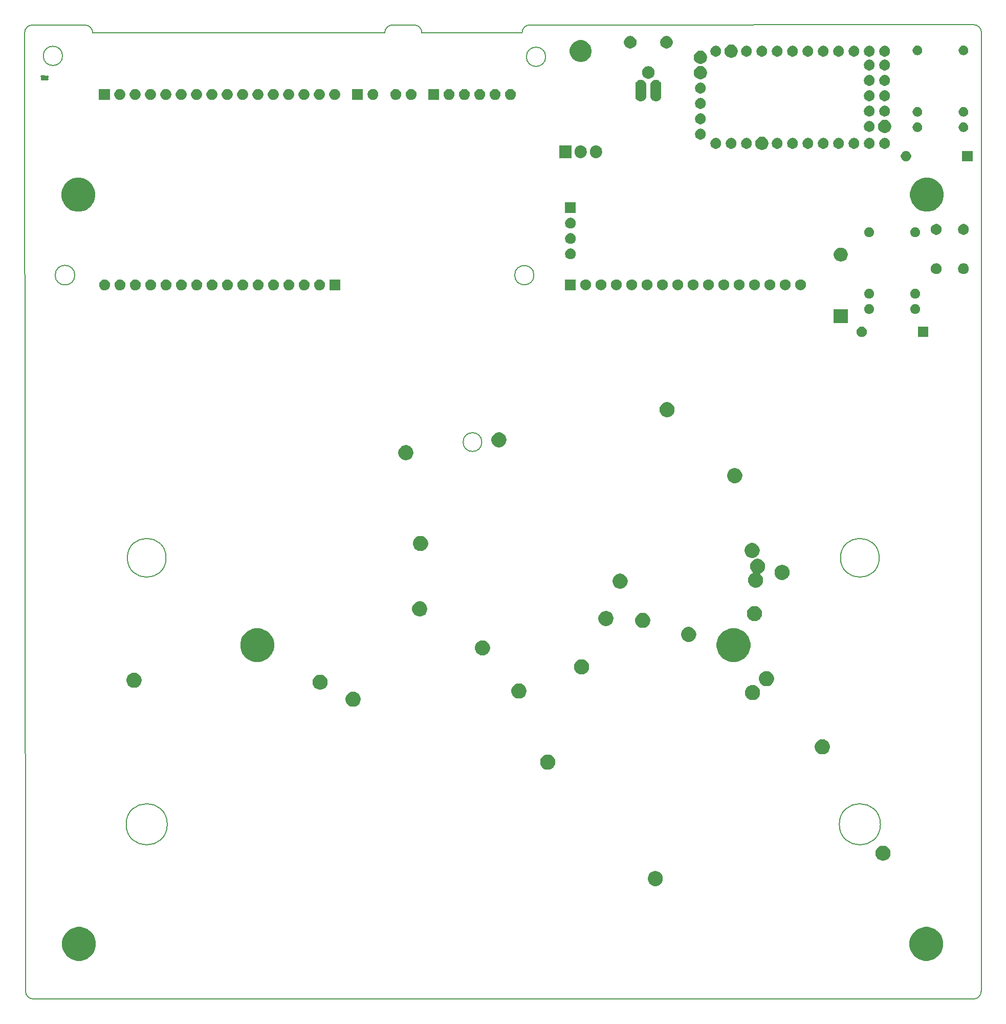
<source format=gbs>
G04 #@! TF.GenerationSoftware,KiCad,Pcbnew,(5.1.5)-3*
G04 #@! TF.CreationDate,2020-08-17T08:43:26+02:00*
G04 #@! TF.ProjectId,carecasetester,63617265-6361-4736-9574-65737465722e,rev?*
G04 #@! TF.SameCoordinates,Original*
G04 #@! TF.FileFunction,Soldermask,Bot*
G04 #@! TF.FilePolarity,Negative*
%FSLAX46Y46*%
G04 Gerber Fmt 4.6, Leading zero omitted, Abs format (unit mm)*
G04 Created by KiCad (PCBNEW (5.1.5)-3) date 2020-08-17 08:43:26*
%MOMM*%
%LPD*%
G04 APERTURE LIST*
G04 #@! TA.AperFunction,Profile*
%ADD10C,0.200000*%
G04 #@! TD*
%ADD11C,0.150000*%
G04 APERTURE END LIST*
D10*
X234040000Y-9300000D02*
X160610000Y-9330000D01*
X235330000Y-10590000D02*
X235290000Y-169120000D01*
X78440000Y-170400000D02*
X234000000Y-170410000D01*
X77000000Y-10640000D02*
X77150000Y-169110000D01*
X78290000Y-9350000D02*
X87000000Y-9350000D01*
X77000000Y-10640000D02*
G75*
G02X78290000Y-9350000I1290000J0D01*
G01*
X78440000Y-170400000D02*
G75*
G02X77150000Y-169110000I0J1290000D01*
G01*
X235290000Y-169120000D02*
G75*
G02X234000000Y-170410000I-1290000J0D01*
G01*
X234040000Y-9300000D02*
G75*
G02X235330000Y-10590000I0J-1290000D01*
G01*
X137890000Y-9330000D02*
X141450000Y-9330000D01*
X136600000Y-10620000D02*
X88290000Y-10640000D01*
X136600000Y-10620000D02*
G75*
G02X137890000Y-9330000I1290000J0D01*
G01*
X87000000Y-9350000D02*
G75*
G02X88290000Y-10640000I0J-1290000D01*
G01*
X142740000Y-10620000D02*
X159320000Y-10620000D01*
X159320000Y-10620000D02*
G75*
G02X160610000Y-9330000I1290000J0D01*
G01*
X141450000Y-9330000D02*
G75*
G02X142740000Y-10620000I0J-1290000D01*
G01*
X83280000Y-14450000D02*
G75*
G03X83280000Y-14450000I-1591897J0D01*
G01*
X163220000Y-14600000D02*
G75*
G03X163220000Y-14600000I-1590000J0D01*
G01*
X161280283Y-50710000D02*
G75*
G03X161280283Y-50710000I-1592180J0D01*
G01*
X85310123Y-50710000D02*
G75*
G03X85310123Y-50710000I-1622020J0D01*
G01*
X152660000Y-78311679D02*
G75*
G03X152660000Y-78311679I-1550000J0D01*
G01*
X100610000Y-141520000D02*
G75*
G03X100610000Y-141520000I-3400000J0D01*
G01*
X218610000Y-141520000D02*
G75*
G03X218610000Y-141520000I-3400000J0D01*
G01*
X218410000Y-97450000D02*
G75*
G03X218410000Y-97450000I-3200000J0D01*
G01*
X100410000Y-97450000D02*
G75*
G03X100410000Y-97450000I-3200000J0D01*
G01*
D11*
G36*
X227017021Y-158606640D02*
G01*
X227526769Y-158817785D01*
X227526771Y-158817786D01*
X227985534Y-159124321D01*
X228375679Y-159514466D01*
X228682214Y-159973229D01*
X228682215Y-159973231D01*
X228893360Y-160482979D01*
X229001000Y-161024124D01*
X229001000Y-161575876D01*
X228893360Y-162117021D01*
X228682215Y-162626769D01*
X228682214Y-162626771D01*
X228375679Y-163085534D01*
X227985534Y-163475679D01*
X227526771Y-163782214D01*
X227526770Y-163782215D01*
X227526769Y-163782215D01*
X227017021Y-163993360D01*
X226475876Y-164101000D01*
X225924124Y-164101000D01*
X225382979Y-163993360D01*
X224873231Y-163782215D01*
X224873230Y-163782215D01*
X224873229Y-163782214D01*
X224414466Y-163475679D01*
X224024321Y-163085534D01*
X223717786Y-162626771D01*
X223717785Y-162626769D01*
X223506640Y-162117021D01*
X223399000Y-161575876D01*
X223399000Y-161024124D01*
X223506640Y-160482979D01*
X223717785Y-159973231D01*
X223717786Y-159973229D01*
X224024321Y-159514466D01*
X224414466Y-159124321D01*
X224873229Y-158817786D01*
X224873231Y-158817785D01*
X225382979Y-158606640D01*
X225924124Y-158499000D01*
X226475876Y-158499000D01*
X227017021Y-158606640D01*
G37*
G36*
X86817021Y-158606640D02*
G01*
X87326769Y-158817785D01*
X87326771Y-158817786D01*
X87785534Y-159124321D01*
X88175679Y-159514466D01*
X88482214Y-159973229D01*
X88482215Y-159973231D01*
X88693360Y-160482979D01*
X88801000Y-161024124D01*
X88801000Y-161575876D01*
X88693360Y-162117021D01*
X88482215Y-162626769D01*
X88482214Y-162626771D01*
X88175679Y-163085534D01*
X87785534Y-163475679D01*
X87326771Y-163782214D01*
X87326770Y-163782215D01*
X87326769Y-163782215D01*
X86817021Y-163993360D01*
X86275876Y-164101000D01*
X85724124Y-164101000D01*
X85182979Y-163993360D01*
X84673231Y-163782215D01*
X84673230Y-163782215D01*
X84673229Y-163782214D01*
X84214466Y-163475679D01*
X83824321Y-163085534D01*
X83517786Y-162626771D01*
X83517785Y-162626769D01*
X83306640Y-162117021D01*
X83199000Y-161575876D01*
X83199000Y-161024124D01*
X83306640Y-160482979D01*
X83517785Y-159973231D01*
X83517786Y-159973229D01*
X83824321Y-159514466D01*
X84214466Y-159124321D01*
X84673229Y-158817786D01*
X84673231Y-158817785D01*
X85182979Y-158606640D01*
X85724124Y-158499000D01*
X86275876Y-158499000D01*
X86817021Y-158606640D01*
G37*
G36*
X181734610Y-149288036D02*
G01*
X181962095Y-149382264D01*
X181962097Y-149382265D01*
X182166828Y-149519062D01*
X182340938Y-149693172D01*
X182477736Y-149897905D01*
X182571964Y-150125390D01*
X182620000Y-150366884D01*
X182620000Y-150613116D01*
X182571964Y-150854610D01*
X182477736Y-151082095D01*
X182477735Y-151082097D01*
X182340938Y-151286828D01*
X182166828Y-151460938D01*
X181962097Y-151597735D01*
X181962096Y-151597736D01*
X181962095Y-151597736D01*
X181734610Y-151691964D01*
X181493116Y-151740000D01*
X181246884Y-151740000D01*
X181005390Y-151691964D01*
X180777905Y-151597736D01*
X180777904Y-151597736D01*
X180777903Y-151597735D01*
X180573172Y-151460938D01*
X180399062Y-151286828D01*
X180262265Y-151082097D01*
X180262264Y-151082095D01*
X180168036Y-150854610D01*
X180120000Y-150613116D01*
X180120000Y-150366884D01*
X180168036Y-150125390D01*
X180262264Y-149897905D01*
X180399062Y-149693172D01*
X180573172Y-149519062D01*
X180777903Y-149382265D01*
X180777905Y-149382264D01*
X181005390Y-149288036D01*
X181246884Y-149240000D01*
X181493116Y-149240000D01*
X181734610Y-149288036D01*
G37*
G36*
X219404610Y-145088036D02*
G01*
X219632095Y-145182264D01*
X219632097Y-145182265D01*
X219836828Y-145319062D01*
X220010938Y-145493172D01*
X220147736Y-145697905D01*
X220241964Y-145925390D01*
X220290000Y-146166884D01*
X220290000Y-146413116D01*
X220241964Y-146654610D01*
X220147736Y-146882095D01*
X220147735Y-146882097D01*
X220010938Y-147086828D01*
X219836828Y-147260938D01*
X219632097Y-147397735D01*
X219632096Y-147397736D01*
X219632095Y-147397736D01*
X219404610Y-147491964D01*
X219163116Y-147540000D01*
X218916884Y-147540000D01*
X218675390Y-147491964D01*
X218447905Y-147397736D01*
X218447904Y-147397736D01*
X218447903Y-147397735D01*
X218243172Y-147260938D01*
X218069062Y-147086828D01*
X217932265Y-146882097D01*
X217932264Y-146882095D01*
X217838036Y-146654610D01*
X217790000Y-146413116D01*
X217790000Y-146166884D01*
X217838036Y-145925390D01*
X217932264Y-145697905D01*
X218069062Y-145493172D01*
X218243172Y-145319062D01*
X218447903Y-145182265D01*
X218447905Y-145182264D01*
X218675390Y-145088036D01*
X218916884Y-145040000D01*
X219163116Y-145040000D01*
X219404610Y-145088036D01*
G37*
G36*
X163924610Y-130028036D02*
G01*
X164152095Y-130122264D01*
X164152097Y-130122265D01*
X164356828Y-130259062D01*
X164530938Y-130433172D01*
X164667736Y-130637905D01*
X164761964Y-130865390D01*
X164810000Y-131106884D01*
X164810000Y-131353116D01*
X164761964Y-131594610D01*
X164667736Y-131822095D01*
X164667735Y-131822097D01*
X164530938Y-132026828D01*
X164356828Y-132200938D01*
X164152097Y-132337735D01*
X164152096Y-132337736D01*
X164152095Y-132337736D01*
X163924610Y-132431964D01*
X163683116Y-132480000D01*
X163436884Y-132480000D01*
X163195390Y-132431964D01*
X162967905Y-132337736D01*
X162967904Y-132337736D01*
X162967903Y-132337735D01*
X162763172Y-132200938D01*
X162589062Y-132026828D01*
X162452265Y-131822097D01*
X162452264Y-131822095D01*
X162358036Y-131594610D01*
X162310000Y-131353116D01*
X162310000Y-131106884D01*
X162358036Y-130865390D01*
X162452264Y-130637905D01*
X162589062Y-130433172D01*
X162763172Y-130259062D01*
X162967903Y-130122265D01*
X162967905Y-130122264D01*
X163195390Y-130028036D01*
X163436884Y-129980000D01*
X163683116Y-129980000D01*
X163924610Y-130028036D01*
G37*
G36*
X209374610Y-127508036D02*
G01*
X209602095Y-127602264D01*
X209602097Y-127602265D01*
X209806828Y-127739062D01*
X209980938Y-127913172D01*
X210117736Y-128117905D01*
X210211964Y-128345390D01*
X210260000Y-128586884D01*
X210260000Y-128833116D01*
X210211964Y-129074610D01*
X210117736Y-129302095D01*
X210117735Y-129302097D01*
X209980938Y-129506828D01*
X209806828Y-129680938D01*
X209602097Y-129817735D01*
X209602096Y-129817736D01*
X209602095Y-129817736D01*
X209374610Y-129911964D01*
X209133116Y-129960000D01*
X208886884Y-129960000D01*
X208645390Y-129911964D01*
X208417905Y-129817736D01*
X208417904Y-129817736D01*
X208417903Y-129817735D01*
X208213172Y-129680938D01*
X208039062Y-129506828D01*
X207902265Y-129302097D01*
X207902264Y-129302095D01*
X207808036Y-129074610D01*
X207760000Y-128833116D01*
X207760000Y-128586884D01*
X207808036Y-128345390D01*
X207902264Y-128117905D01*
X208039062Y-127913172D01*
X208213172Y-127739062D01*
X208417903Y-127602265D01*
X208417905Y-127602264D01*
X208645390Y-127508036D01*
X208886884Y-127460000D01*
X209133116Y-127460000D01*
X209374610Y-127508036D01*
G37*
G36*
X131734610Y-119628036D02*
G01*
X131962095Y-119722264D01*
X131962097Y-119722265D01*
X132166828Y-119859062D01*
X132340938Y-120033172D01*
X132381990Y-120094610D01*
X132477736Y-120237905D01*
X132571964Y-120465390D01*
X132620000Y-120706884D01*
X132620000Y-120953116D01*
X132571964Y-121194610D01*
X132477736Y-121422095D01*
X132477735Y-121422097D01*
X132340938Y-121626828D01*
X132166828Y-121800938D01*
X131962097Y-121937735D01*
X131962096Y-121937736D01*
X131962095Y-121937736D01*
X131734610Y-122031964D01*
X131493116Y-122080000D01*
X131246884Y-122080000D01*
X131005390Y-122031964D01*
X130777905Y-121937736D01*
X130777904Y-121937736D01*
X130777903Y-121937735D01*
X130573172Y-121800938D01*
X130399062Y-121626828D01*
X130262265Y-121422097D01*
X130262264Y-121422095D01*
X130168036Y-121194610D01*
X130120000Y-120953116D01*
X130120000Y-120706884D01*
X130168036Y-120465390D01*
X130262264Y-120237905D01*
X130358011Y-120094610D01*
X130399062Y-120033172D01*
X130573172Y-119859062D01*
X130777903Y-119722265D01*
X130777905Y-119722264D01*
X131005390Y-119628036D01*
X131246884Y-119580000D01*
X131493116Y-119580000D01*
X131734610Y-119628036D01*
G37*
G36*
X197814610Y-118528036D02*
G01*
X198042095Y-118622264D01*
X198042097Y-118622265D01*
X198128503Y-118680000D01*
X198246828Y-118759062D01*
X198420938Y-118933172D01*
X198557736Y-119137905D01*
X198651964Y-119365390D01*
X198700000Y-119606884D01*
X198700000Y-119853116D01*
X198651964Y-120094610D01*
X198592609Y-120237905D01*
X198557735Y-120322097D01*
X198420938Y-120526828D01*
X198246828Y-120700938D01*
X198042097Y-120837735D01*
X198042096Y-120837736D01*
X198042095Y-120837736D01*
X197814610Y-120931964D01*
X197573116Y-120980000D01*
X197326884Y-120980000D01*
X197085390Y-120931964D01*
X196857905Y-120837736D01*
X196857904Y-120837736D01*
X196857903Y-120837735D01*
X196653172Y-120700938D01*
X196479062Y-120526828D01*
X196342265Y-120322097D01*
X196307391Y-120237905D01*
X196248036Y-120094610D01*
X196200000Y-119853116D01*
X196200000Y-119606884D01*
X196248036Y-119365390D01*
X196342264Y-119137905D01*
X196479062Y-118933172D01*
X196653172Y-118759062D01*
X196771497Y-118680000D01*
X196857903Y-118622265D01*
X196857905Y-118622264D01*
X197085390Y-118528036D01*
X197326884Y-118480000D01*
X197573116Y-118480000D01*
X197814610Y-118528036D01*
G37*
G36*
X159174610Y-118268036D02*
G01*
X159402095Y-118362264D01*
X159402097Y-118362265D01*
X159420574Y-118374611D01*
X159606828Y-118499062D01*
X159780938Y-118673172D01*
X159917736Y-118877905D01*
X160011964Y-119105390D01*
X160060000Y-119346884D01*
X160060000Y-119593116D01*
X160011964Y-119834610D01*
X159929716Y-120033172D01*
X159917735Y-120062097D01*
X159780938Y-120266828D01*
X159606828Y-120440938D01*
X159402097Y-120577735D01*
X159402096Y-120577736D01*
X159402095Y-120577736D01*
X159174610Y-120671964D01*
X158933116Y-120720000D01*
X158686884Y-120720000D01*
X158445390Y-120671964D01*
X158217905Y-120577736D01*
X158217904Y-120577736D01*
X158217903Y-120577735D01*
X158013172Y-120440938D01*
X157839062Y-120266828D01*
X157702265Y-120062097D01*
X157690284Y-120033172D01*
X157608036Y-119834610D01*
X157560000Y-119593116D01*
X157560000Y-119346884D01*
X157608036Y-119105390D01*
X157702264Y-118877905D01*
X157839062Y-118673172D01*
X158013172Y-118499062D01*
X158199426Y-118374611D01*
X158217903Y-118362265D01*
X158217905Y-118362264D01*
X158445390Y-118268036D01*
X158686884Y-118220000D01*
X158933116Y-118220000D01*
X159174610Y-118268036D01*
G37*
G36*
X126274610Y-116808036D02*
G01*
X126502095Y-116902264D01*
X126502097Y-116902265D01*
X126706828Y-117039062D01*
X126880938Y-117213172D01*
X126962602Y-117335390D01*
X127017736Y-117417905D01*
X127111964Y-117645390D01*
X127160000Y-117886884D01*
X127160000Y-118133116D01*
X127111964Y-118374610D01*
X127017736Y-118602095D01*
X127017735Y-118602097D01*
X126880938Y-118806828D01*
X126706828Y-118980938D01*
X126502097Y-119117735D01*
X126502096Y-119117736D01*
X126502095Y-119117736D01*
X126274610Y-119211964D01*
X126033116Y-119260000D01*
X125786884Y-119260000D01*
X125545390Y-119211964D01*
X125317905Y-119117736D01*
X125317904Y-119117736D01*
X125317903Y-119117735D01*
X125113172Y-118980938D01*
X124939062Y-118806828D01*
X124802265Y-118602097D01*
X124802264Y-118602095D01*
X124708036Y-118374610D01*
X124660000Y-118133116D01*
X124660000Y-117886884D01*
X124708036Y-117645390D01*
X124802264Y-117417905D01*
X124857399Y-117335390D01*
X124939062Y-117213172D01*
X125113172Y-117039062D01*
X125317903Y-116902265D01*
X125317905Y-116902264D01*
X125545390Y-116808036D01*
X125786884Y-116760000D01*
X126033116Y-116760000D01*
X126274610Y-116808036D01*
G37*
G36*
X95474610Y-116498036D02*
G01*
X95702095Y-116592264D01*
X95702097Y-116592265D01*
X95906828Y-116729062D01*
X96080938Y-116903172D01*
X96189329Y-117065390D01*
X96217736Y-117107905D01*
X96311964Y-117335390D01*
X96360000Y-117576884D01*
X96360000Y-117823116D01*
X96311964Y-118064610D01*
X96227701Y-118268037D01*
X96217735Y-118292097D01*
X96080938Y-118496828D01*
X95906828Y-118670938D01*
X95702097Y-118807735D01*
X95702096Y-118807736D01*
X95702095Y-118807736D01*
X95474610Y-118901964D01*
X95233116Y-118950000D01*
X94986884Y-118950000D01*
X94745390Y-118901964D01*
X94517905Y-118807736D01*
X94517904Y-118807736D01*
X94517903Y-118807735D01*
X94313172Y-118670938D01*
X94139062Y-118496828D01*
X94002265Y-118292097D01*
X93992299Y-118268037D01*
X93908036Y-118064610D01*
X93860000Y-117823116D01*
X93860000Y-117576884D01*
X93908036Y-117335390D01*
X94002264Y-117107905D01*
X94030672Y-117065390D01*
X94139062Y-116903172D01*
X94313172Y-116729062D01*
X94517903Y-116592265D01*
X94517905Y-116592264D01*
X94745390Y-116498036D01*
X94986884Y-116450000D01*
X95233116Y-116450000D01*
X95474610Y-116498036D01*
G37*
G36*
X200124610Y-116228036D02*
G01*
X200352095Y-116322264D01*
X200352097Y-116322265D01*
X200543266Y-116450000D01*
X200556828Y-116459062D01*
X200730938Y-116633172D01*
X200867736Y-116837905D01*
X200961964Y-117065390D01*
X201010000Y-117306884D01*
X201010000Y-117553116D01*
X200961964Y-117794610D01*
X200867736Y-118022095D01*
X200867735Y-118022097D01*
X200730938Y-118226828D01*
X200556828Y-118400938D01*
X200352097Y-118537735D01*
X200352096Y-118537736D01*
X200352095Y-118537736D01*
X200124610Y-118631964D01*
X199883116Y-118680000D01*
X199636884Y-118680000D01*
X199395390Y-118631964D01*
X199167905Y-118537736D01*
X199167904Y-118537736D01*
X199167903Y-118537735D01*
X198963172Y-118400938D01*
X198789062Y-118226828D01*
X198652265Y-118022097D01*
X198652264Y-118022095D01*
X198558036Y-117794610D01*
X198510000Y-117553116D01*
X198510000Y-117306884D01*
X198558036Y-117065390D01*
X198652264Y-116837905D01*
X198789062Y-116633172D01*
X198963172Y-116459062D01*
X198976734Y-116450000D01*
X199167903Y-116322265D01*
X199167905Y-116322264D01*
X199395390Y-116228036D01*
X199636884Y-116180000D01*
X199883116Y-116180000D01*
X200124610Y-116228036D01*
G37*
G36*
X169534610Y-114278036D02*
G01*
X169762095Y-114372264D01*
X169762097Y-114372265D01*
X169776988Y-114382215D01*
X169966828Y-114509062D01*
X170140938Y-114683172D01*
X170277736Y-114887905D01*
X170371964Y-115115390D01*
X170420000Y-115356884D01*
X170420000Y-115603116D01*
X170371964Y-115844610D01*
X170277736Y-116072095D01*
X170277735Y-116072097D01*
X170140938Y-116276828D01*
X169966828Y-116450938D01*
X169762097Y-116587735D01*
X169762096Y-116587736D01*
X169762095Y-116587736D01*
X169534610Y-116681964D01*
X169293116Y-116730000D01*
X169046884Y-116730000D01*
X168805390Y-116681964D01*
X168577905Y-116587736D01*
X168577904Y-116587736D01*
X168577903Y-116587735D01*
X168373172Y-116450938D01*
X168199062Y-116276828D01*
X168062265Y-116072097D01*
X168062264Y-116072095D01*
X167968036Y-115844610D01*
X167920000Y-115603116D01*
X167920000Y-115356884D01*
X167968036Y-115115390D01*
X168062264Y-114887905D01*
X168199062Y-114683172D01*
X168373172Y-114509062D01*
X168563012Y-114382215D01*
X168577903Y-114372265D01*
X168577905Y-114372264D01*
X168805390Y-114278036D01*
X169046884Y-114230000D01*
X169293116Y-114230000D01*
X169534610Y-114278036D01*
G37*
G36*
X116317021Y-109206640D02*
G01*
X116574211Y-109313172D01*
X116826771Y-109417786D01*
X117285534Y-109724321D01*
X117675679Y-110114466D01*
X117982214Y-110573229D01*
X117982215Y-110573231D01*
X118193360Y-111082979D01*
X118301000Y-111624124D01*
X118301000Y-112175876D01*
X118193360Y-112717021D01*
X118104273Y-112932095D01*
X117982214Y-113226771D01*
X117675679Y-113685534D01*
X117285534Y-114075679D01*
X116826771Y-114382214D01*
X116826770Y-114382215D01*
X116826769Y-114382215D01*
X116317021Y-114593360D01*
X115775876Y-114701000D01*
X115224124Y-114701000D01*
X114682979Y-114593360D01*
X114173231Y-114382215D01*
X114173230Y-114382215D01*
X114173229Y-114382214D01*
X113714466Y-114075679D01*
X113324321Y-113685534D01*
X113017786Y-113226771D01*
X112895727Y-112932095D01*
X112806640Y-112717021D01*
X112699000Y-112175876D01*
X112699000Y-111624124D01*
X112806640Y-111082979D01*
X113017785Y-110573231D01*
X113017786Y-110573229D01*
X113324321Y-110114466D01*
X113714466Y-109724321D01*
X114173229Y-109417786D01*
X114425789Y-109313172D01*
X114682979Y-109206640D01*
X115224124Y-109099000D01*
X115775876Y-109099000D01*
X116317021Y-109206640D01*
G37*
G36*
X195117021Y-109206640D02*
G01*
X195374211Y-109313172D01*
X195626771Y-109417786D01*
X196085534Y-109724321D01*
X196475679Y-110114466D01*
X196782214Y-110573229D01*
X196782215Y-110573231D01*
X196993360Y-111082979D01*
X197101000Y-111624124D01*
X197101000Y-112175876D01*
X196993360Y-112717021D01*
X196904273Y-112932095D01*
X196782214Y-113226771D01*
X196475679Y-113685534D01*
X196085534Y-114075679D01*
X195626771Y-114382214D01*
X195626770Y-114382215D01*
X195626769Y-114382215D01*
X195117021Y-114593360D01*
X194575876Y-114701000D01*
X194024124Y-114701000D01*
X193482979Y-114593360D01*
X192973231Y-114382215D01*
X192973230Y-114382215D01*
X192973229Y-114382214D01*
X192514466Y-114075679D01*
X192124321Y-113685534D01*
X191817786Y-113226771D01*
X191695727Y-112932095D01*
X191606640Y-112717021D01*
X191499000Y-112175876D01*
X191499000Y-111624124D01*
X191606640Y-111082979D01*
X191817785Y-110573231D01*
X191817786Y-110573229D01*
X192124321Y-110114466D01*
X192514466Y-109724321D01*
X192973229Y-109417786D01*
X193225789Y-109313172D01*
X193482979Y-109206640D01*
X194024124Y-109099000D01*
X194575876Y-109099000D01*
X195117021Y-109206640D01*
G37*
G36*
X153134610Y-111138036D02*
G01*
X153362095Y-111232264D01*
X153362097Y-111232265D01*
X153481373Y-111311963D01*
X153566828Y-111369062D01*
X153740938Y-111543172D01*
X153877736Y-111747905D01*
X153971964Y-111975390D01*
X154020000Y-112216884D01*
X154020000Y-112463116D01*
X153971964Y-112704610D01*
X153877736Y-112932095D01*
X153877735Y-112932097D01*
X153740938Y-113136828D01*
X153566828Y-113310938D01*
X153362097Y-113447735D01*
X153362096Y-113447736D01*
X153362095Y-113447736D01*
X153134610Y-113541964D01*
X152893116Y-113590000D01*
X152646884Y-113590000D01*
X152405390Y-113541964D01*
X152177905Y-113447736D01*
X152177904Y-113447736D01*
X152177903Y-113447735D01*
X151973172Y-113310938D01*
X151799062Y-113136828D01*
X151662265Y-112932097D01*
X151662264Y-112932095D01*
X151568036Y-112704610D01*
X151520000Y-112463116D01*
X151520000Y-112216884D01*
X151568036Y-111975390D01*
X151662264Y-111747905D01*
X151799062Y-111543172D01*
X151973172Y-111369062D01*
X152058627Y-111311963D01*
X152177903Y-111232265D01*
X152177905Y-111232264D01*
X152405390Y-111138036D01*
X152646884Y-111090000D01*
X152893116Y-111090000D01*
X153134610Y-111138036D01*
G37*
G36*
X187244610Y-108908036D02*
G01*
X187472095Y-109002264D01*
X187472097Y-109002265D01*
X187528571Y-109040000D01*
X187676828Y-109139062D01*
X187850938Y-109313172D01*
X187987736Y-109517905D01*
X188081964Y-109745390D01*
X188130000Y-109986884D01*
X188130000Y-110233116D01*
X188081964Y-110474610D01*
X187987736Y-110702095D01*
X187987735Y-110702097D01*
X187850938Y-110906828D01*
X187676828Y-111080938D01*
X187472097Y-111217735D01*
X187472096Y-111217736D01*
X187472095Y-111217736D01*
X187244610Y-111311964D01*
X187003116Y-111360000D01*
X186756884Y-111360000D01*
X186515390Y-111311964D01*
X186287905Y-111217736D01*
X186287904Y-111217736D01*
X186287903Y-111217735D01*
X186083172Y-111080938D01*
X185909062Y-110906828D01*
X185772265Y-110702097D01*
X185772264Y-110702095D01*
X185678036Y-110474610D01*
X185630000Y-110233116D01*
X185630000Y-109986884D01*
X185678036Y-109745390D01*
X185772264Y-109517905D01*
X185909062Y-109313172D01*
X186083172Y-109139062D01*
X186231429Y-109040000D01*
X186287903Y-109002265D01*
X186287905Y-109002264D01*
X186515390Y-108908036D01*
X186756884Y-108860000D01*
X187003116Y-108860000D01*
X187244610Y-108908036D01*
G37*
G36*
X179644610Y-106588036D02*
G01*
X179872095Y-106682264D01*
X179872097Y-106682265D01*
X180076828Y-106819062D01*
X180250938Y-106993172D01*
X180332602Y-107115390D01*
X180387736Y-107197905D01*
X180481964Y-107425390D01*
X180530000Y-107666884D01*
X180530000Y-107913116D01*
X180481964Y-108154610D01*
X180431339Y-108276828D01*
X180387735Y-108382097D01*
X180250938Y-108586828D01*
X180076828Y-108760938D01*
X179872097Y-108897735D01*
X179872096Y-108897736D01*
X179872095Y-108897736D01*
X179644610Y-108991964D01*
X179403116Y-109040000D01*
X179156884Y-109040000D01*
X178915390Y-108991964D01*
X178687905Y-108897736D01*
X178687904Y-108897736D01*
X178687903Y-108897735D01*
X178483172Y-108760938D01*
X178309062Y-108586828D01*
X178172265Y-108382097D01*
X178128661Y-108276828D01*
X178078036Y-108154610D01*
X178030000Y-107913116D01*
X178030000Y-107666884D01*
X178078036Y-107425390D01*
X178172264Y-107197905D01*
X178227399Y-107115390D01*
X178309062Y-106993172D01*
X178483172Y-106819062D01*
X178687903Y-106682265D01*
X178687905Y-106682264D01*
X178915390Y-106588036D01*
X179156884Y-106540000D01*
X179403116Y-106540000D01*
X179644610Y-106588036D01*
G37*
G36*
X173554610Y-106278036D02*
G01*
X173782095Y-106372264D01*
X173782097Y-106372265D01*
X173961435Y-106492095D01*
X173986828Y-106509062D01*
X174160938Y-106683172D01*
X174297736Y-106887905D01*
X174391964Y-107115390D01*
X174440000Y-107356884D01*
X174440000Y-107603116D01*
X174391964Y-107844610D01*
X174360736Y-107920000D01*
X174297735Y-108072097D01*
X174160938Y-108276828D01*
X173986828Y-108450938D01*
X173782097Y-108587735D01*
X173782096Y-108587736D01*
X173782095Y-108587736D01*
X173554610Y-108681964D01*
X173313116Y-108730000D01*
X173066884Y-108730000D01*
X172825390Y-108681964D01*
X172597905Y-108587736D01*
X172597904Y-108587736D01*
X172597903Y-108587735D01*
X172393172Y-108450938D01*
X172219062Y-108276828D01*
X172082265Y-108072097D01*
X172019264Y-107920000D01*
X171988036Y-107844610D01*
X171940000Y-107603116D01*
X171940000Y-107356884D01*
X171988036Y-107115390D01*
X172082264Y-106887905D01*
X172219062Y-106683172D01*
X172393172Y-106509062D01*
X172418565Y-106492095D01*
X172597903Y-106372265D01*
X172597905Y-106372264D01*
X172825390Y-106278036D01*
X173066884Y-106230000D01*
X173313116Y-106230000D01*
X173554610Y-106278036D01*
G37*
G36*
X198134610Y-105468036D02*
G01*
X198362095Y-105562264D01*
X198362097Y-105562265D01*
X198566828Y-105699062D01*
X198740938Y-105873172D01*
X198877736Y-106077905D01*
X198971964Y-106305390D01*
X199020000Y-106546884D01*
X199020000Y-106793116D01*
X198971964Y-107034610D01*
X198877736Y-107262095D01*
X198877735Y-107262097D01*
X198740938Y-107466828D01*
X198566828Y-107640938D01*
X198362097Y-107777735D01*
X198362096Y-107777736D01*
X198362095Y-107777736D01*
X198134610Y-107871964D01*
X197893116Y-107920000D01*
X197646884Y-107920000D01*
X197405390Y-107871964D01*
X197177905Y-107777736D01*
X197177904Y-107777736D01*
X197177903Y-107777735D01*
X196973172Y-107640938D01*
X196799062Y-107466828D01*
X196662265Y-107262097D01*
X196662264Y-107262095D01*
X196568036Y-107034610D01*
X196520000Y-106793116D01*
X196520000Y-106546884D01*
X196568036Y-106305390D01*
X196662264Y-106077905D01*
X196799062Y-105873172D01*
X196973172Y-105699062D01*
X197177903Y-105562265D01*
X197177905Y-105562264D01*
X197405390Y-105468036D01*
X197646884Y-105420000D01*
X197893116Y-105420000D01*
X198134610Y-105468036D01*
G37*
G36*
X142744610Y-104698036D02*
G01*
X142972095Y-104792264D01*
X142972097Y-104792265D01*
X143176828Y-104929062D01*
X143350938Y-105103172D01*
X143487736Y-105307905D01*
X143581964Y-105535390D01*
X143630000Y-105776884D01*
X143630000Y-106023116D01*
X143581964Y-106264610D01*
X143487736Y-106492095D01*
X143487735Y-106492097D01*
X143350938Y-106696828D01*
X143176828Y-106870938D01*
X142972097Y-107007735D01*
X142972096Y-107007736D01*
X142972095Y-107007736D01*
X142744610Y-107101964D01*
X142503116Y-107150000D01*
X142256884Y-107150000D01*
X142015390Y-107101964D01*
X141787905Y-107007736D01*
X141787904Y-107007736D01*
X141787903Y-107007735D01*
X141583172Y-106870938D01*
X141409062Y-106696828D01*
X141272265Y-106492097D01*
X141272264Y-106492095D01*
X141178036Y-106264610D01*
X141130000Y-106023116D01*
X141130000Y-105776884D01*
X141178036Y-105535390D01*
X141272264Y-105307905D01*
X141409062Y-105103172D01*
X141583172Y-104929062D01*
X141787903Y-104792265D01*
X141787905Y-104792264D01*
X142015390Y-104698036D01*
X142256884Y-104650000D01*
X142503116Y-104650000D01*
X142744610Y-104698036D01*
G37*
G36*
X175904610Y-100108036D02*
G01*
X176099117Y-100188604D01*
X176132097Y-100202265D01*
X176150574Y-100214611D01*
X176336828Y-100339062D01*
X176510938Y-100513172D01*
X176647736Y-100717905D01*
X176741964Y-100945390D01*
X176790000Y-101186884D01*
X176790000Y-101433116D01*
X176741964Y-101674610D01*
X176722294Y-101722097D01*
X176647735Y-101902097D01*
X176510938Y-102106828D01*
X176336828Y-102280938D01*
X176132097Y-102417735D01*
X176132096Y-102417736D01*
X176132095Y-102417736D01*
X175904610Y-102511964D01*
X175663116Y-102560000D01*
X175416884Y-102560000D01*
X175175390Y-102511964D01*
X174947905Y-102417736D01*
X174947904Y-102417736D01*
X174947903Y-102417735D01*
X174743172Y-102280938D01*
X174569062Y-102106828D01*
X174432265Y-101902097D01*
X174357706Y-101722097D01*
X174338036Y-101674610D01*
X174290000Y-101433116D01*
X174290000Y-101186884D01*
X174338036Y-100945390D01*
X174432264Y-100717905D01*
X174569062Y-100513172D01*
X174743172Y-100339062D01*
X174929426Y-100214611D01*
X174947903Y-100202265D01*
X174980883Y-100188604D01*
X175175390Y-100108036D01*
X175416884Y-100060000D01*
X175663116Y-100060000D01*
X175904610Y-100108036D01*
G37*
G36*
X198664610Y-97648036D02*
G01*
X198892095Y-97742264D01*
X198892097Y-97742265D01*
X199096828Y-97879062D01*
X199270938Y-98053172D01*
X199407736Y-98257905D01*
X199501964Y-98485390D01*
X199550000Y-98726884D01*
X199550000Y-98973116D01*
X199501964Y-99214610D01*
X199407736Y-99442095D01*
X199407735Y-99442097D01*
X199270938Y-99646828D01*
X199096828Y-99820938D01*
X198892097Y-99957735D01*
X198826922Y-99984732D01*
X198805311Y-99996284D01*
X198786370Y-100011829D01*
X198770825Y-100030771D01*
X198759274Y-100052382D01*
X198752161Y-100075831D01*
X198749759Y-100100217D01*
X198752161Y-100124603D01*
X198759274Y-100148052D01*
X198770826Y-100169663D01*
X198786370Y-100188604D01*
X198930938Y-100333172D01*
X199067736Y-100537905D01*
X199161964Y-100765390D01*
X199210000Y-101006884D01*
X199210000Y-101253116D01*
X199161964Y-101494610D01*
X199067736Y-101722095D01*
X199067735Y-101722097D01*
X198930938Y-101926828D01*
X198756828Y-102100938D01*
X198552097Y-102237735D01*
X198552096Y-102237736D01*
X198552095Y-102237736D01*
X198324610Y-102331964D01*
X198083116Y-102380000D01*
X197836884Y-102380000D01*
X197595390Y-102331964D01*
X197367905Y-102237736D01*
X197367904Y-102237736D01*
X197367903Y-102237735D01*
X197163172Y-102100938D01*
X196989062Y-101926828D01*
X196852265Y-101722097D01*
X196852264Y-101722095D01*
X196758036Y-101494610D01*
X196710000Y-101253116D01*
X196710000Y-101006884D01*
X196758036Y-100765390D01*
X196852264Y-100537905D01*
X196989062Y-100333172D01*
X197163172Y-100159062D01*
X197367903Y-100022265D01*
X197433078Y-99995268D01*
X197454689Y-99983716D01*
X197473630Y-99968171D01*
X197489175Y-99949229D01*
X197500726Y-99927618D01*
X197507839Y-99904169D01*
X197510241Y-99879783D01*
X197507839Y-99855397D01*
X197500726Y-99831948D01*
X197489174Y-99810337D01*
X197473630Y-99791396D01*
X197329062Y-99646828D01*
X197192265Y-99442097D01*
X197192264Y-99442095D01*
X197098036Y-99214610D01*
X197050000Y-98973116D01*
X197050000Y-98726884D01*
X197098036Y-98485390D01*
X197192264Y-98257905D01*
X197329062Y-98053172D01*
X197503172Y-97879062D01*
X197707903Y-97742265D01*
X197707905Y-97742264D01*
X197935390Y-97648036D01*
X198176884Y-97600000D01*
X198423116Y-97600000D01*
X198664610Y-97648036D01*
G37*
G36*
X202704610Y-98648036D02*
G01*
X202894969Y-98726886D01*
X202932097Y-98742265D01*
X203136828Y-98879062D01*
X203310938Y-99053172D01*
X203418808Y-99214610D01*
X203447736Y-99257905D01*
X203541964Y-99485390D01*
X203590000Y-99726884D01*
X203590000Y-99973116D01*
X203541964Y-100214610D01*
X203490414Y-100339062D01*
X203447735Y-100442097D01*
X203310938Y-100646828D01*
X203136828Y-100820938D01*
X202932097Y-100957735D01*
X202932096Y-100957736D01*
X202932095Y-100957736D01*
X202704610Y-101051964D01*
X202463116Y-101100000D01*
X202216884Y-101100000D01*
X201975390Y-101051964D01*
X201747905Y-100957736D01*
X201747904Y-100957736D01*
X201747903Y-100957735D01*
X201543172Y-100820938D01*
X201369062Y-100646828D01*
X201232265Y-100442097D01*
X201189586Y-100339062D01*
X201138036Y-100214610D01*
X201090000Y-99973116D01*
X201090000Y-99726884D01*
X201138036Y-99485390D01*
X201232264Y-99257905D01*
X201261193Y-99214610D01*
X201369062Y-99053172D01*
X201543172Y-98879062D01*
X201747903Y-98742265D01*
X201785031Y-98726886D01*
X201975390Y-98648036D01*
X202216884Y-98600000D01*
X202463116Y-98600000D01*
X202704610Y-98648036D01*
G37*
G36*
X197744610Y-95028036D02*
G01*
X197972095Y-95122264D01*
X197972097Y-95122265D01*
X198078130Y-95193114D01*
X198176828Y-95259062D01*
X198350938Y-95433172D01*
X198487736Y-95637905D01*
X198581964Y-95865390D01*
X198630000Y-96106884D01*
X198630000Y-96353116D01*
X198581964Y-96594610D01*
X198487736Y-96822095D01*
X198487735Y-96822097D01*
X198350938Y-97026828D01*
X198176828Y-97200938D01*
X197972097Y-97337735D01*
X197972096Y-97337736D01*
X197972095Y-97337736D01*
X197744610Y-97431964D01*
X197503116Y-97480000D01*
X197256884Y-97480000D01*
X197015390Y-97431964D01*
X196787905Y-97337736D01*
X196787904Y-97337736D01*
X196787903Y-97337735D01*
X196583172Y-97200938D01*
X196409062Y-97026828D01*
X196272265Y-96822097D01*
X196272264Y-96822095D01*
X196178036Y-96594610D01*
X196130000Y-96353116D01*
X196130000Y-96106884D01*
X196178036Y-95865390D01*
X196272264Y-95637905D01*
X196409062Y-95433172D01*
X196583172Y-95259062D01*
X196681870Y-95193114D01*
X196787903Y-95122265D01*
X196787905Y-95122264D01*
X197015390Y-95028036D01*
X197256884Y-94980000D01*
X197503116Y-94980000D01*
X197744610Y-95028036D01*
G37*
G36*
X142874610Y-93868036D02*
G01*
X143102095Y-93962264D01*
X143102097Y-93962265D01*
X143306828Y-94099062D01*
X143480938Y-94273172D01*
X143617736Y-94477905D01*
X143711964Y-94705390D01*
X143760000Y-94946884D01*
X143760000Y-95193116D01*
X143711964Y-95434610D01*
X143627757Y-95637903D01*
X143617735Y-95662097D01*
X143480938Y-95866828D01*
X143306828Y-96040938D01*
X143102097Y-96177735D01*
X143102096Y-96177736D01*
X143102095Y-96177736D01*
X142874610Y-96271964D01*
X142633116Y-96320000D01*
X142386884Y-96320000D01*
X142145390Y-96271964D01*
X141917905Y-96177736D01*
X141917904Y-96177736D01*
X141917903Y-96177735D01*
X141713172Y-96040938D01*
X141539062Y-95866828D01*
X141402265Y-95662097D01*
X141392243Y-95637903D01*
X141308036Y-95434610D01*
X141260000Y-95193116D01*
X141260000Y-94946884D01*
X141308036Y-94705390D01*
X141402264Y-94477905D01*
X141539062Y-94273172D01*
X141713172Y-94099062D01*
X141917903Y-93962265D01*
X141917905Y-93962264D01*
X142145390Y-93868036D01*
X142386884Y-93820000D01*
X142633116Y-93820000D01*
X142874610Y-93868036D01*
G37*
G36*
X194864610Y-82658036D02*
G01*
X195092095Y-82752264D01*
X195092097Y-82752265D01*
X195296828Y-82889062D01*
X195470938Y-83063172D01*
X195607736Y-83267905D01*
X195701964Y-83495390D01*
X195750000Y-83736884D01*
X195750000Y-83983116D01*
X195701964Y-84224610D01*
X195607736Y-84452095D01*
X195607735Y-84452097D01*
X195470938Y-84656828D01*
X195296828Y-84830938D01*
X195092097Y-84967735D01*
X195092096Y-84967736D01*
X195092095Y-84967736D01*
X194864610Y-85061964D01*
X194623116Y-85110000D01*
X194376884Y-85110000D01*
X194135390Y-85061964D01*
X193907905Y-84967736D01*
X193907904Y-84967736D01*
X193907903Y-84967735D01*
X193703172Y-84830938D01*
X193529062Y-84656828D01*
X193392265Y-84452097D01*
X193392264Y-84452095D01*
X193298036Y-84224610D01*
X193250000Y-83983116D01*
X193250000Y-83736884D01*
X193298036Y-83495390D01*
X193392264Y-83267905D01*
X193529062Y-83063172D01*
X193703172Y-82889062D01*
X193907903Y-82752265D01*
X193907905Y-82752264D01*
X194135390Y-82658036D01*
X194376884Y-82610000D01*
X194623116Y-82610000D01*
X194864610Y-82658036D01*
G37*
G36*
X140454610Y-78858036D02*
G01*
X140682095Y-78952264D01*
X140682097Y-78952265D01*
X140824978Y-79047735D01*
X140886828Y-79089062D01*
X141060938Y-79263172D01*
X141197736Y-79467905D01*
X141291964Y-79695390D01*
X141340000Y-79936884D01*
X141340000Y-80183116D01*
X141291964Y-80424610D01*
X141197736Y-80652095D01*
X141197735Y-80652097D01*
X141060938Y-80856828D01*
X140886828Y-81030938D01*
X140682097Y-81167735D01*
X140682096Y-81167736D01*
X140682095Y-81167736D01*
X140454610Y-81261964D01*
X140213116Y-81310000D01*
X139966884Y-81310000D01*
X139725390Y-81261964D01*
X139497905Y-81167736D01*
X139497904Y-81167736D01*
X139497903Y-81167735D01*
X139293172Y-81030938D01*
X139119062Y-80856828D01*
X138982265Y-80652097D01*
X138982264Y-80652095D01*
X138888036Y-80424610D01*
X138840000Y-80183116D01*
X138840000Y-79936884D01*
X138888036Y-79695390D01*
X138982264Y-79467905D01*
X139119062Y-79263172D01*
X139293172Y-79089062D01*
X139355022Y-79047735D01*
X139497903Y-78952265D01*
X139497905Y-78952264D01*
X139725390Y-78858036D01*
X139966884Y-78810000D01*
X140213116Y-78810000D01*
X140454610Y-78858036D01*
G37*
G36*
X155854610Y-76738036D02*
G01*
X156082095Y-76832264D01*
X156082097Y-76832265D01*
X156286828Y-76969062D01*
X156460938Y-77143172D01*
X156597736Y-77347905D01*
X156691964Y-77575390D01*
X156740000Y-77816884D01*
X156740000Y-78063116D01*
X156691964Y-78304610D01*
X156597736Y-78532095D01*
X156597735Y-78532097D01*
X156460938Y-78736828D01*
X156286828Y-78910938D01*
X156082097Y-79047735D01*
X156082096Y-79047736D01*
X156082095Y-79047736D01*
X155854610Y-79141964D01*
X155613116Y-79190000D01*
X155366884Y-79190000D01*
X155125390Y-79141964D01*
X154897905Y-79047736D01*
X154897904Y-79047736D01*
X154897903Y-79047735D01*
X154693172Y-78910938D01*
X154519062Y-78736828D01*
X154382265Y-78532097D01*
X154382264Y-78532095D01*
X154288036Y-78304610D01*
X154240000Y-78063116D01*
X154240000Y-77816884D01*
X154288036Y-77575390D01*
X154382264Y-77347905D01*
X154519062Y-77143172D01*
X154693172Y-76969062D01*
X154897903Y-76832265D01*
X154897905Y-76832264D01*
X155125390Y-76738036D01*
X155366884Y-76690000D01*
X155613116Y-76690000D01*
X155854610Y-76738036D01*
G37*
G36*
X183674610Y-71748036D02*
G01*
X183902095Y-71842264D01*
X183902097Y-71842265D01*
X184106828Y-71979062D01*
X184280938Y-72153172D01*
X184417736Y-72357905D01*
X184511964Y-72585390D01*
X184560000Y-72826884D01*
X184560000Y-73073116D01*
X184511964Y-73314610D01*
X184417736Y-73542095D01*
X184417735Y-73542097D01*
X184280938Y-73746828D01*
X184106828Y-73920938D01*
X183902097Y-74057735D01*
X183902096Y-74057736D01*
X183902095Y-74057736D01*
X183674610Y-74151964D01*
X183433116Y-74200000D01*
X183186884Y-74200000D01*
X182945390Y-74151964D01*
X182717905Y-74057736D01*
X182717904Y-74057736D01*
X182717903Y-74057735D01*
X182513172Y-73920938D01*
X182339062Y-73746828D01*
X182202265Y-73542097D01*
X182202264Y-73542095D01*
X182108036Y-73314610D01*
X182060000Y-73073116D01*
X182060000Y-72826884D01*
X182108036Y-72585390D01*
X182202264Y-72357905D01*
X182339062Y-72153172D01*
X182513172Y-71979062D01*
X182717903Y-71842265D01*
X182717905Y-71842264D01*
X182945390Y-71748036D01*
X183186884Y-71700000D01*
X183433116Y-71700000D01*
X183674610Y-71748036D01*
G37*
G36*
X215768228Y-59251703D02*
G01*
X215923100Y-59315853D01*
X216062481Y-59408985D01*
X216181015Y-59527519D01*
X216274147Y-59666900D01*
X216338297Y-59821772D01*
X216371000Y-59986184D01*
X216371000Y-60153816D01*
X216338297Y-60318228D01*
X216274147Y-60473100D01*
X216181015Y-60612481D01*
X216062481Y-60731015D01*
X215923100Y-60824147D01*
X215768228Y-60888297D01*
X215603816Y-60921000D01*
X215436184Y-60921000D01*
X215271772Y-60888297D01*
X215116900Y-60824147D01*
X214977519Y-60731015D01*
X214858985Y-60612481D01*
X214765853Y-60473100D01*
X214701703Y-60318228D01*
X214669000Y-60153816D01*
X214669000Y-59986184D01*
X214701703Y-59821772D01*
X214765853Y-59666900D01*
X214858985Y-59527519D01*
X214977519Y-59408985D01*
X215116900Y-59315853D01*
X215271772Y-59251703D01*
X215436184Y-59219000D01*
X215603816Y-59219000D01*
X215768228Y-59251703D01*
G37*
G36*
X226531000Y-60921000D02*
G01*
X224829000Y-60921000D01*
X224829000Y-59219000D01*
X226531000Y-59219000D01*
X226531000Y-60921000D01*
G37*
G36*
X213201000Y-58611000D02*
G01*
X210899000Y-58611000D01*
X210899000Y-56309000D01*
X213201000Y-56309000D01*
X213201000Y-58611000D01*
G37*
G36*
X224593642Y-55539781D02*
G01*
X224739414Y-55600162D01*
X224739416Y-55600163D01*
X224870608Y-55687822D01*
X224982178Y-55799392D01*
X225069837Y-55930584D01*
X225069838Y-55930586D01*
X225130219Y-56076358D01*
X225161000Y-56231107D01*
X225161000Y-56388893D01*
X225130219Y-56543642D01*
X225069838Y-56689414D01*
X225069837Y-56689416D01*
X224982178Y-56820608D01*
X224870608Y-56932178D01*
X224739416Y-57019837D01*
X224739415Y-57019838D01*
X224739414Y-57019838D01*
X224593642Y-57080219D01*
X224438893Y-57111000D01*
X224281107Y-57111000D01*
X224126358Y-57080219D01*
X223980586Y-57019838D01*
X223980585Y-57019838D01*
X223980584Y-57019837D01*
X223849392Y-56932178D01*
X223737822Y-56820608D01*
X223650163Y-56689416D01*
X223650162Y-56689414D01*
X223589781Y-56543642D01*
X223559000Y-56388893D01*
X223559000Y-56231107D01*
X223589781Y-56076358D01*
X223650162Y-55930586D01*
X223650163Y-55930584D01*
X223737822Y-55799392D01*
X223849392Y-55687822D01*
X223980584Y-55600163D01*
X223980586Y-55600162D01*
X224126358Y-55539781D01*
X224281107Y-55509000D01*
X224438893Y-55509000D01*
X224593642Y-55539781D01*
G37*
G36*
X216973642Y-55539781D02*
G01*
X217119414Y-55600162D01*
X217119416Y-55600163D01*
X217250608Y-55687822D01*
X217362178Y-55799392D01*
X217449837Y-55930584D01*
X217449838Y-55930586D01*
X217510219Y-56076358D01*
X217541000Y-56231107D01*
X217541000Y-56388893D01*
X217510219Y-56543642D01*
X217449838Y-56689414D01*
X217449837Y-56689416D01*
X217362178Y-56820608D01*
X217250608Y-56932178D01*
X217119416Y-57019837D01*
X217119415Y-57019838D01*
X217119414Y-57019838D01*
X216973642Y-57080219D01*
X216818893Y-57111000D01*
X216661107Y-57111000D01*
X216506358Y-57080219D01*
X216360586Y-57019838D01*
X216360585Y-57019838D01*
X216360584Y-57019837D01*
X216229392Y-56932178D01*
X216117822Y-56820608D01*
X216030163Y-56689416D01*
X216030162Y-56689414D01*
X215969781Y-56543642D01*
X215939000Y-56388893D01*
X215939000Y-56231107D01*
X215969781Y-56076358D01*
X216030162Y-55930586D01*
X216030163Y-55930584D01*
X216117822Y-55799392D01*
X216229392Y-55687822D01*
X216360584Y-55600163D01*
X216360586Y-55600162D01*
X216506358Y-55539781D01*
X216661107Y-55509000D01*
X216818893Y-55509000D01*
X216973642Y-55539781D01*
G37*
G36*
X224593642Y-52999781D02*
G01*
X224739414Y-53060162D01*
X224739416Y-53060163D01*
X224870608Y-53147822D01*
X224982178Y-53259392D01*
X225069837Y-53390584D01*
X225069838Y-53390586D01*
X225130219Y-53536358D01*
X225161000Y-53691107D01*
X225161000Y-53848893D01*
X225130219Y-54003642D01*
X225069838Y-54149414D01*
X225069837Y-54149416D01*
X224982178Y-54280608D01*
X224870608Y-54392178D01*
X224739416Y-54479837D01*
X224739415Y-54479838D01*
X224739414Y-54479838D01*
X224593642Y-54540219D01*
X224438893Y-54571000D01*
X224281107Y-54571000D01*
X224126358Y-54540219D01*
X223980586Y-54479838D01*
X223980585Y-54479838D01*
X223980584Y-54479837D01*
X223849392Y-54392178D01*
X223737822Y-54280608D01*
X223650163Y-54149416D01*
X223650162Y-54149414D01*
X223589781Y-54003642D01*
X223559000Y-53848893D01*
X223559000Y-53691107D01*
X223589781Y-53536358D01*
X223650162Y-53390586D01*
X223650163Y-53390584D01*
X223737822Y-53259392D01*
X223849392Y-53147822D01*
X223980584Y-53060163D01*
X223980586Y-53060162D01*
X224126358Y-52999781D01*
X224281107Y-52969000D01*
X224438893Y-52969000D01*
X224593642Y-52999781D01*
G37*
G36*
X216973642Y-52999781D02*
G01*
X217119414Y-53060162D01*
X217119416Y-53060163D01*
X217250608Y-53147822D01*
X217362178Y-53259392D01*
X217449837Y-53390584D01*
X217449838Y-53390586D01*
X217510219Y-53536358D01*
X217541000Y-53691107D01*
X217541000Y-53848893D01*
X217510219Y-54003642D01*
X217449838Y-54149414D01*
X217449837Y-54149416D01*
X217362178Y-54280608D01*
X217250608Y-54392178D01*
X217119416Y-54479837D01*
X217119415Y-54479838D01*
X217119414Y-54479838D01*
X216973642Y-54540219D01*
X216818893Y-54571000D01*
X216661107Y-54571000D01*
X216506358Y-54540219D01*
X216360586Y-54479838D01*
X216360585Y-54479838D01*
X216360584Y-54479837D01*
X216229392Y-54392178D01*
X216117822Y-54280608D01*
X216030163Y-54149416D01*
X216030162Y-54149414D01*
X215969781Y-54003642D01*
X215939000Y-53848893D01*
X215939000Y-53691107D01*
X215969781Y-53536358D01*
X216030162Y-53390586D01*
X216030163Y-53390584D01*
X216117822Y-53259392D01*
X216229392Y-53147822D01*
X216360584Y-53060163D01*
X216360586Y-53060162D01*
X216506358Y-52999781D01*
X216661107Y-52969000D01*
X216818893Y-52969000D01*
X216973642Y-52999781D01*
G37*
G36*
X92893512Y-51413927D02*
G01*
X93042812Y-51443624D01*
X93206784Y-51511544D01*
X93354354Y-51610147D01*
X93479853Y-51735646D01*
X93578456Y-51883216D01*
X93646376Y-52047188D01*
X93681000Y-52221259D01*
X93681000Y-52398741D01*
X93646376Y-52572812D01*
X93578456Y-52736784D01*
X93479853Y-52884354D01*
X93354354Y-53009853D01*
X93206784Y-53108456D01*
X93042812Y-53176376D01*
X92893512Y-53206073D01*
X92868742Y-53211000D01*
X92691258Y-53211000D01*
X92666488Y-53206073D01*
X92517188Y-53176376D01*
X92353216Y-53108456D01*
X92205646Y-53009853D01*
X92080147Y-52884354D01*
X91981544Y-52736784D01*
X91913624Y-52572812D01*
X91879000Y-52398741D01*
X91879000Y-52221259D01*
X91913624Y-52047188D01*
X91981544Y-51883216D01*
X92080147Y-51735646D01*
X92205646Y-51610147D01*
X92353216Y-51511544D01*
X92517188Y-51443624D01*
X92666488Y-51413927D01*
X92691258Y-51409000D01*
X92868742Y-51409000D01*
X92893512Y-51413927D01*
G37*
G36*
X95433512Y-51413927D02*
G01*
X95582812Y-51443624D01*
X95746784Y-51511544D01*
X95894354Y-51610147D01*
X96019853Y-51735646D01*
X96118456Y-51883216D01*
X96186376Y-52047188D01*
X96221000Y-52221259D01*
X96221000Y-52398741D01*
X96186376Y-52572812D01*
X96118456Y-52736784D01*
X96019853Y-52884354D01*
X95894354Y-53009853D01*
X95746784Y-53108456D01*
X95582812Y-53176376D01*
X95433512Y-53206073D01*
X95408742Y-53211000D01*
X95231258Y-53211000D01*
X95206488Y-53206073D01*
X95057188Y-53176376D01*
X94893216Y-53108456D01*
X94745646Y-53009853D01*
X94620147Y-52884354D01*
X94521544Y-52736784D01*
X94453624Y-52572812D01*
X94419000Y-52398741D01*
X94419000Y-52221259D01*
X94453624Y-52047188D01*
X94521544Y-51883216D01*
X94620147Y-51735646D01*
X94745646Y-51610147D01*
X94893216Y-51511544D01*
X95057188Y-51443624D01*
X95206488Y-51413927D01*
X95231258Y-51409000D01*
X95408742Y-51409000D01*
X95433512Y-51413927D01*
G37*
G36*
X97973512Y-51413927D02*
G01*
X98122812Y-51443624D01*
X98286784Y-51511544D01*
X98434354Y-51610147D01*
X98559853Y-51735646D01*
X98658456Y-51883216D01*
X98726376Y-52047188D01*
X98761000Y-52221259D01*
X98761000Y-52398741D01*
X98726376Y-52572812D01*
X98658456Y-52736784D01*
X98559853Y-52884354D01*
X98434354Y-53009853D01*
X98286784Y-53108456D01*
X98122812Y-53176376D01*
X97973512Y-53206073D01*
X97948742Y-53211000D01*
X97771258Y-53211000D01*
X97746488Y-53206073D01*
X97597188Y-53176376D01*
X97433216Y-53108456D01*
X97285646Y-53009853D01*
X97160147Y-52884354D01*
X97061544Y-52736784D01*
X96993624Y-52572812D01*
X96959000Y-52398741D01*
X96959000Y-52221259D01*
X96993624Y-52047188D01*
X97061544Y-51883216D01*
X97160147Y-51735646D01*
X97285646Y-51610147D01*
X97433216Y-51511544D01*
X97597188Y-51443624D01*
X97746488Y-51413927D01*
X97771258Y-51409000D01*
X97948742Y-51409000D01*
X97973512Y-51413927D01*
G37*
G36*
X100513512Y-51413927D02*
G01*
X100662812Y-51443624D01*
X100826784Y-51511544D01*
X100974354Y-51610147D01*
X101099853Y-51735646D01*
X101198456Y-51883216D01*
X101266376Y-52047188D01*
X101301000Y-52221259D01*
X101301000Y-52398741D01*
X101266376Y-52572812D01*
X101198456Y-52736784D01*
X101099853Y-52884354D01*
X100974354Y-53009853D01*
X100826784Y-53108456D01*
X100662812Y-53176376D01*
X100513512Y-53206073D01*
X100488742Y-53211000D01*
X100311258Y-53211000D01*
X100286488Y-53206073D01*
X100137188Y-53176376D01*
X99973216Y-53108456D01*
X99825646Y-53009853D01*
X99700147Y-52884354D01*
X99601544Y-52736784D01*
X99533624Y-52572812D01*
X99499000Y-52398741D01*
X99499000Y-52221259D01*
X99533624Y-52047188D01*
X99601544Y-51883216D01*
X99700147Y-51735646D01*
X99825646Y-51610147D01*
X99973216Y-51511544D01*
X100137188Y-51443624D01*
X100286488Y-51413927D01*
X100311258Y-51409000D01*
X100488742Y-51409000D01*
X100513512Y-51413927D01*
G37*
G36*
X103053512Y-51413927D02*
G01*
X103202812Y-51443624D01*
X103366784Y-51511544D01*
X103514354Y-51610147D01*
X103639853Y-51735646D01*
X103738456Y-51883216D01*
X103806376Y-52047188D01*
X103841000Y-52221259D01*
X103841000Y-52398741D01*
X103806376Y-52572812D01*
X103738456Y-52736784D01*
X103639853Y-52884354D01*
X103514354Y-53009853D01*
X103366784Y-53108456D01*
X103202812Y-53176376D01*
X103053512Y-53206073D01*
X103028742Y-53211000D01*
X102851258Y-53211000D01*
X102826488Y-53206073D01*
X102677188Y-53176376D01*
X102513216Y-53108456D01*
X102365646Y-53009853D01*
X102240147Y-52884354D01*
X102141544Y-52736784D01*
X102073624Y-52572812D01*
X102039000Y-52398741D01*
X102039000Y-52221259D01*
X102073624Y-52047188D01*
X102141544Y-51883216D01*
X102240147Y-51735646D01*
X102365646Y-51610147D01*
X102513216Y-51511544D01*
X102677188Y-51443624D01*
X102826488Y-51413927D01*
X102851258Y-51409000D01*
X103028742Y-51409000D01*
X103053512Y-51413927D01*
G37*
G36*
X105593512Y-51413927D02*
G01*
X105742812Y-51443624D01*
X105906784Y-51511544D01*
X106054354Y-51610147D01*
X106179853Y-51735646D01*
X106278456Y-51883216D01*
X106346376Y-52047188D01*
X106381000Y-52221259D01*
X106381000Y-52398741D01*
X106346376Y-52572812D01*
X106278456Y-52736784D01*
X106179853Y-52884354D01*
X106054354Y-53009853D01*
X105906784Y-53108456D01*
X105742812Y-53176376D01*
X105593512Y-53206073D01*
X105568742Y-53211000D01*
X105391258Y-53211000D01*
X105366488Y-53206073D01*
X105217188Y-53176376D01*
X105053216Y-53108456D01*
X104905646Y-53009853D01*
X104780147Y-52884354D01*
X104681544Y-52736784D01*
X104613624Y-52572812D01*
X104579000Y-52398741D01*
X104579000Y-52221259D01*
X104613624Y-52047188D01*
X104681544Y-51883216D01*
X104780147Y-51735646D01*
X104905646Y-51610147D01*
X105053216Y-51511544D01*
X105217188Y-51443624D01*
X105366488Y-51413927D01*
X105391258Y-51409000D01*
X105568742Y-51409000D01*
X105593512Y-51413927D01*
G37*
G36*
X115753512Y-51413927D02*
G01*
X115902812Y-51443624D01*
X116066784Y-51511544D01*
X116214354Y-51610147D01*
X116339853Y-51735646D01*
X116438456Y-51883216D01*
X116506376Y-52047188D01*
X116541000Y-52221259D01*
X116541000Y-52398741D01*
X116506376Y-52572812D01*
X116438456Y-52736784D01*
X116339853Y-52884354D01*
X116214354Y-53009853D01*
X116066784Y-53108456D01*
X115902812Y-53176376D01*
X115753512Y-53206073D01*
X115728742Y-53211000D01*
X115551258Y-53211000D01*
X115526488Y-53206073D01*
X115377188Y-53176376D01*
X115213216Y-53108456D01*
X115065646Y-53009853D01*
X114940147Y-52884354D01*
X114841544Y-52736784D01*
X114773624Y-52572812D01*
X114739000Y-52398741D01*
X114739000Y-52221259D01*
X114773624Y-52047188D01*
X114841544Y-51883216D01*
X114940147Y-51735646D01*
X115065646Y-51610147D01*
X115213216Y-51511544D01*
X115377188Y-51443624D01*
X115526488Y-51413927D01*
X115551258Y-51409000D01*
X115728742Y-51409000D01*
X115753512Y-51413927D01*
G37*
G36*
X108133512Y-51413927D02*
G01*
X108282812Y-51443624D01*
X108446784Y-51511544D01*
X108594354Y-51610147D01*
X108719853Y-51735646D01*
X108818456Y-51883216D01*
X108886376Y-52047188D01*
X108921000Y-52221259D01*
X108921000Y-52398741D01*
X108886376Y-52572812D01*
X108818456Y-52736784D01*
X108719853Y-52884354D01*
X108594354Y-53009853D01*
X108446784Y-53108456D01*
X108282812Y-53176376D01*
X108133512Y-53206073D01*
X108108742Y-53211000D01*
X107931258Y-53211000D01*
X107906488Y-53206073D01*
X107757188Y-53176376D01*
X107593216Y-53108456D01*
X107445646Y-53009853D01*
X107320147Y-52884354D01*
X107221544Y-52736784D01*
X107153624Y-52572812D01*
X107119000Y-52398741D01*
X107119000Y-52221259D01*
X107153624Y-52047188D01*
X107221544Y-51883216D01*
X107320147Y-51735646D01*
X107445646Y-51610147D01*
X107593216Y-51511544D01*
X107757188Y-51443624D01*
X107906488Y-51413927D01*
X107931258Y-51409000D01*
X108108742Y-51409000D01*
X108133512Y-51413927D01*
G37*
G36*
X113213512Y-51413927D02*
G01*
X113362812Y-51443624D01*
X113526784Y-51511544D01*
X113674354Y-51610147D01*
X113799853Y-51735646D01*
X113898456Y-51883216D01*
X113966376Y-52047188D01*
X114001000Y-52221259D01*
X114001000Y-52398741D01*
X113966376Y-52572812D01*
X113898456Y-52736784D01*
X113799853Y-52884354D01*
X113674354Y-53009853D01*
X113526784Y-53108456D01*
X113362812Y-53176376D01*
X113213512Y-53206073D01*
X113188742Y-53211000D01*
X113011258Y-53211000D01*
X112986488Y-53206073D01*
X112837188Y-53176376D01*
X112673216Y-53108456D01*
X112525646Y-53009853D01*
X112400147Y-52884354D01*
X112301544Y-52736784D01*
X112233624Y-52572812D01*
X112199000Y-52398741D01*
X112199000Y-52221259D01*
X112233624Y-52047188D01*
X112301544Y-51883216D01*
X112400147Y-51735646D01*
X112525646Y-51610147D01*
X112673216Y-51511544D01*
X112837188Y-51443624D01*
X112986488Y-51413927D01*
X113011258Y-51409000D01*
X113188742Y-51409000D01*
X113213512Y-51413927D01*
G37*
G36*
X118293512Y-51413927D02*
G01*
X118442812Y-51443624D01*
X118606784Y-51511544D01*
X118754354Y-51610147D01*
X118879853Y-51735646D01*
X118978456Y-51883216D01*
X119046376Y-52047188D01*
X119081000Y-52221259D01*
X119081000Y-52398741D01*
X119046376Y-52572812D01*
X118978456Y-52736784D01*
X118879853Y-52884354D01*
X118754354Y-53009853D01*
X118606784Y-53108456D01*
X118442812Y-53176376D01*
X118293512Y-53206073D01*
X118268742Y-53211000D01*
X118091258Y-53211000D01*
X118066488Y-53206073D01*
X117917188Y-53176376D01*
X117753216Y-53108456D01*
X117605646Y-53009853D01*
X117480147Y-52884354D01*
X117381544Y-52736784D01*
X117313624Y-52572812D01*
X117279000Y-52398741D01*
X117279000Y-52221259D01*
X117313624Y-52047188D01*
X117381544Y-51883216D01*
X117480147Y-51735646D01*
X117605646Y-51610147D01*
X117753216Y-51511544D01*
X117917188Y-51443624D01*
X118066488Y-51413927D01*
X118091258Y-51409000D01*
X118268742Y-51409000D01*
X118293512Y-51413927D01*
G37*
G36*
X120833512Y-51413927D02*
G01*
X120982812Y-51443624D01*
X121146784Y-51511544D01*
X121294354Y-51610147D01*
X121419853Y-51735646D01*
X121518456Y-51883216D01*
X121586376Y-52047188D01*
X121621000Y-52221259D01*
X121621000Y-52398741D01*
X121586376Y-52572812D01*
X121518456Y-52736784D01*
X121419853Y-52884354D01*
X121294354Y-53009853D01*
X121146784Y-53108456D01*
X120982812Y-53176376D01*
X120833512Y-53206073D01*
X120808742Y-53211000D01*
X120631258Y-53211000D01*
X120606488Y-53206073D01*
X120457188Y-53176376D01*
X120293216Y-53108456D01*
X120145646Y-53009853D01*
X120020147Y-52884354D01*
X119921544Y-52736784D01*
X119853624Y-52572812D01*
X119819000Y-52398741D01*
X119819000Y-52221259D01*
X119853624Y-52047188D01*
X119921544Y-51883216D01*
X120020147Y-51735646D01*
X120145646Y-51610147D01*
X120293216Y-51511544D01*
X120457188Y-51443624D01*
X120606488Y-51413927D01*
X120631258Y-51409000D01*
X120808742Y-51409000D01*
X120833512Y-51413927D01*
G37*
G36*
X123373512Y-51413927D02*
G01*
X123522812Y-51443624D01*
X123686784Y-51511544D01*
X123834354Y-51610147D01*
X123959853Y-51735646D01*
X124058456Y-51883216D01*
X124126376Y-52047188D01*
X124161000Y-52221259D01*
X124161000Y-52398741D01*
X124126376Y-52572812D01*
X124058456Y-52736784D01*
X123959853Y-52884354D01*
X123834354Y-53009853D01*
X123686784Y-53108456D01*
X123522812Y-53176376D01*
X123373512Y-53206073D01*
X123348742Y-53211000D01*
X123171258Y-53211000D01*
X123146488Y-53206073D01*
X122997188Y-53176376D01*
X122833216Y-53108456D01*
X122685646Y-53009853D01*
X122560147Y-52884354D01*
X122461544Y-52736784D01*
X122393624Y-52572812D01*
X122359000Y-52398741D01*
X122359000Y-52221259D01*
X122393624Y-52047188D01*
X122461544Y-51883216D01*
X122560147Y-51735646D01*
X122685646Y-51610147D01*
X122833216Y-51511544D01*
X122997188Y-51443624D01*
X123146488Y-51413927D01*
X123171258Y-51409000D01*
X123348742Y-51409000D01*
X123373512Y-51413927D01*
G37*
G36*
X125913512Y-51413927D02*
G01*
X126062812Y-51443624D01*
X126226784Y-51511544D01*
X126374354Y-51610147D01*
X126499853Y-51735646D01*
X126598456Y-51883216D01*
X126666376Y-52047188D01*
X126701000Y-52221259D01*
X126701000Y-52398741D01*
X126666376Y-52572812D01*
X126598456Y-52736784D01*
X126499853Y-52884354D01*
X126374354Y-53009853D01*
X126226784Y-53108456D01*
X126062812Y-53176376D01*
X125913512Y-53206073D01*
X125888742Y-53211000D01*
X125711258Y-53211000D01*
X125686488Y-53206073D01*
X125537188Y-53176376D01*
X125373216Y-53108456D01*
X125225646Y-53009853D01*
X125100147Y-52884354D01*
X125001544Y-52736784D01*
X124933624Y-52572812D01*
X124899000Y-52398741D01*
X124899000Y-52221259D01*
X124933624Y-52047188D01*
X125001544Y-51883216D01*
X125100147Y-51735646D01*
X125225646Y-51610147D01*
X125373216Y-51511544D01*
X125537188Y-51443624D01*
X125686488Y-51413927D01*
X125711258Y-51409000D01*
X125888742Y-51409000D01*
X125913512Y-51413927D01*
G37*
G36*
X129241000Y-53211000D02*
G01*
X127439000Y-53211000D01*
X127439000Y-51409000D01*
X129241000Y-51409000D01*
X129241000Y-53211000D01*
G37*
G36*
X90353512Y-51413927D02*
G01*
X90502812Y-51443624D01*
X90666784Y-51511544D01*
X90814354Y-51610147D01*
X90939853Y-51735646D01*
X91038456Y-51883216D01*
X91106376Y-52047188D01*
X91141000Y-52221259D01*
X91141000Y-52398741D01*
X91106376Y-52572812D01*
X91038456Y-52736784D01*
X90939853Y-52884354D01*
X90814354Y-53009853D01*
X90666784Y-53108456D01*
X90502812Y-53176376D01*
X90353512Y-53206073D01*
X90328742Y-53211000D01*
X90151258Y-53211000D01*
X90126488Y-53206073D01*
X89977188Y-53176376D01*
X89813216Y-53108456D01*
X89665646Y-53009853D01*
X89540147Y-52884354D01*
X89441544Y-52736784D01*
X89373624Y-52572812D01*
X89339000Y-52398741D01*
X89339000Y-52221259D01*
X89373624Y-52047188D01*
X89441544Y-51883216D01*
X89540147Y-51735646D01*
X89665646Y-51610147D01*
X89813216Y-51511544D01*
X89977188Y-51443624D01*
X90126488Y-51413927D01*
X90151258Y-51409000D01*
X90328742Y-51409000D01*
X90353512Y-51413927D01*
G37*
G36*
X110673512Y-51413927D02*
G01*
X110822812Y-51443624D01*
X110986784Y-51511544D01*
X111134354Y-51610147D01*
X111259853Y-51735646D01*
X111358456Y-51883216D01*
X111426376Y-52047188D01*
X111461000Y-52221259D01*
X111461000Y-52398741D01*
X111426376Y-52572812D01*
X111358456Y-52736784D01*
X111259853Y-52884354D01*
X111134354Y-53009853D01*
X110986784Y-53108456D01*
X110822812Y-53176376D01*
X110673512Y-53206073D01*
X110648742Y-53211000D01*
X110471258Y-53211000D01*
X110446488Y-53206073D01*
X110297188Y-53176376D01*
X110133216Y-53108456D01*
X109985646Y-53009853D01*
X109860147Y-52884354D01*
X109761544Y-52736784D01*
X109693624Y-52572812D01*
X109659000Y-52398741D01*
X109659000Y-52221259D01*
X109693624Y-52047188D01*
X109761544Y-51883216D01*
X109860147Y-51735646D01*
X109985646Y-51610147D01*
X110133216Y-51511544D01*
X110297188Y-51443624D01*
X110446488Y-51413927D01*
X110471258Y-51409000D01*
X110648742Y-51409000D01*
X110673512Y-51413927D01*
G37*
G36*
X172503512Y-51403927D02*
G01*
X172652812Y-51433624D01*
X172816784Y-51501544D01*
X172964354Y-51600147D01*
X173089853Y-51725646D01*
X173188456Y-51873216D01*
X173256376Y-52037188D01*
X173291000Y-52211259D01*
X173291000Y-52388741D01*
X173256376Y-52562812D01*
X173188456Y-52726784D01*
X173089853Y-52874354D01*
X172964354Y-52999853D01*
X172816784Y-53098456D01*
X172652812Y-53166376D01*
X172503512Y-53196073D01*
X172478742Y-53201000D01*
X172301258Y-53201000D01*
X172276488Y-53196073D01*
X172127188Y-53166376D01*
X171963216Y-53098456D01*
X171815646Y-52999853D01*
X171690147Y-52874354D01*
X171591544Y-52726784D01*
X171523624Y-52562812D01*
X171489000Y-52388741D01*
X171489000Y-52211259D01*
X171523624Y-52037188D01*
X171591544Y-51873216D01*
X171690147Y-51725646D01*
X171815646Y-51600147D01*
X171963216Y-51501544D01*
X172127188Y-51433624D01*
X172276488Y-51403927D01*
X172301258Y-51399000D01*
X172478742Y-51399000D01*
X172503512Y-51403927D01*
G37*
G36*
X180123512Y-51403927D02*
G01*
X180272812Y-51433624D01*
X180436784Y-51501544D01*
X180584354Y-51600147D01*
X180709853Y-51725646D01*
X180808456Y-51873216D01*
X180876376Y-52037188D01*
X180911000Y-52211259D01*
X180911000Y-52388741D01*
X180876376Y-52562812D01*
X180808456Y-52726784D01*
X180709853Y-52874354D01*
X180584354Y-52999853D01*
X180436784Y-53098456D01*
X180272812Y-53166376D01*
X180123512Y-53196073D01*
X180098742Y-53201000D01*
X179921258Y-53201000D01*
X179896488Y-53196073D01*
X179747188Y-53166376D01*
X179583216Y-53098456D01*
X179435646Y-52999853D01*
X179310147Y-52874354D01*
X179211544Y-52726784D01*
X179143624Y-52562812D01*
X179109000Y-52388741D01*
X179109000Y-52211259D01*
X179143624Y-52037188D01*
X179211544Y-51873216D01*
X179310147Y-51725646D01*
X179435646Y-51600147D01*
X179583216Y-51501544D01*
X179747188Y-51433624D01*
X179896488Y-51403927D01*
X179921258Y-51399000D01*
X180098742Y-51399000D01*
X180123512Y-51403927D01*
G37*
G36*
X168211000Y-53201000D02*
G01*
X166409000Y-53201000D01*
X166409000Y-51399000D01*
X168211000Y-51399000D01*
X168211000Y-53201000D01*
G37*
G36*
X169963512Y-51403927D02*
G01*
X170112812Y-51433624D01*
X170276784Y-51501544D01*
X170424354Y-51600147D01*
X170549853Y-51725646D01*
X170648456Y-51873216D01*
X170716376Y-52037188D01*
X170751000Y-52211259D01*
X170751000Y-52388741D01*
X170716376Y-52562812D01*
X170648456Y-52726784D01*
X170549853Y-52874354D01*
X170424354Y-52999853D01*
X170276784Y-53098456D01*
X170112812Y-53166376D01*
X169963512Y-53196073D01*
X169938742Y-53201000D01*
X169761258Y-53201000D01*
X169736488Y-53196073D01*
X169587188Y-53166376D01*
X169423216Y-53098456D01*
X169275646Y-52999853D01*
X169150147Y-52874354D01*
X169051544Y-52726784D01*
X168983624Y-52562812D01*
X168949000Y-52388741D01*
X168949000Y-52211259D01*
X168983624Y-52037188D01*
X169051544Y-51873216D01*
X169150147Y-51725646D01*
X169275646Y-51600147D01*
X169423216Y-51501544D01*
X169587188Y-51433624D01*
X169736488Y-51403927D01*
X169761258Y-51399000D01*
X169938742Y-51399000D01*
X169963512Y-51403927D01*
G37*
G36*
X175043512Y-51403927D02*
G01*
X175192812Y-51433624D01*
X175356784Y-51501544D01*
X175504354Y-51600147D01*
X175629853Y-51725646D01*
X175728456Y-51873216D01*
X175796376Y-52037188D01*
X175831000Y-52211259D01*
X175831000Y-52388741D01*
X175796376Y-52562812D01*
X175728456Y-52726784D01*
X175629853Y-52874354D01*
X175504354Y-52999853D01*
X175356784Y-53098456D01*
X175192812Y-53166376D01*
X175043512Y-53196073D01*
X175018742Y-53201000D01*
X174841258Y-53201000D01*
X174816488Y-53196073D01*
X174667188Y-53166376D01*
X174503216Y-53098456D01*
X174355646Y-52999853D01*
X174230147Y-52874354D01*
X174131544Y-52726784D01*
X174063624Y-52562812D01*
X174029000Y-52388741D01*
X174029000Y-52211259D01*
X174063624Y-52037188D01*
X174131544Y-51873216D01*
X174230147Y-51725646D01*
X174355646Y-51600147D01*
X174503216Y-51501544D01*
X174667188Y-51433624D01*
X174816488Y-51403927D01*
X174841258Y-51399000D01*
X175018742Y-51399000D01*
X175043512Y-51403927D01*
G37*
G36*
X177583512Y-51403927D02*
G01*
X177732812Y-51433624D01*
X177896784Y-51501544D01*
X178044354Y-51600147D01*
X178169853Y-51725646D01*
X178268456Y-51873216D01*
X178336376Y-52037188D01*
X178371000Y-52211259D01*
X178371000Y-52388741D01*
X178336376Y-52562812D01*
X178268456Y-52726784D01*
X178169853Y-52874354D01*
X178044354Y-52999853D01*
X177896784Y-53098456D01*
X177732812Y-53166376D01*
X177583512Y-53196073D01*
X177558742Y-53201000D01*
X177381258Y-53201000D01*
X177356488Y-53196073D01*
X177207188Y-53166376D01*
X177043216Y-53098456D01*
X176895646Y-52999853D01*
X176770147Y-52874354D01*
X176671544Y-52726784D01*
X176603624Y-52562812D01*
X176569000Y-52388741D01*
X176569000Y-52211259D01*
X176603624Y-52037188D01*
X176671544Y-51873216D01*
X176770147Y-51725646D01*
X176895646Y-51600147D01*
X177043216Y-51501544D01*
X177207188Y-51433624D01*
X177356488Y-51403927D01*
X177381258Y-51399000D01*
X177558742Y-51399000D01*
X177583512Y-51403927D01*
G37*
G36*
X182663512Y-51403927D02*
G01*
X182812812Y-51433624D01*
X182976784Y-51501544D01*
X183124354Y-51600147D01*
X183249853Y-51725646D01*
X183348456Y-51873216D01*
X183416376Y-52037188D01*
X183451000Y-52211259D01*
X183451000Y-52388741D01*
X183416376Y-52562812D01*
X183348456Y-52726784D01*
X183249853Y-52874354D01*
X183124354Y-52999853D01*
X182976784Y-53098456D01*
X182812812Y-53166376D01*
X182663512Y-53196073D01*
X182638742Y-53201000D01*
X182461258Y-53201000D01*
X182436488Y-53196073D01*
X182287188Y-53166376D01*
X182123216Y-53098456D01*
X181975646Y-52999853D01*
X181850147Y-52874354D01*
X181751544Y-52726784D01*
X181683624Y-52562812D01*
X181649000Y-52388741D01*
X181649000Y-52211259D01*
X181683624Y-52037188D01*
X181751544Y-51873216D01*
X181850147Y-51725646D01*
X181975646Y-51600147D01*
X182123216Y-51501544D01*
X182287188Y-51433624D01*
X182436488Y-51403927D01*
X182461258Y-51399000D01*
X182638742Y-51399000D01*
X182663512Y-51403927D01*
G37*
G36*
X185203512Y-51403927D02*
G01*
X185352812Y-51433624D01*
X185516784Y-51501544D01*
X185664354Y-51600147D01*
X185789853Y-51725646D01*
X185888456Y-51873216D01*
X185956376Y-52037188D01*
X185991000Y-52211259D01*
X185991000Y-52388741D01*
X185956376Y-52562812D01*
X185888456Y-52726784D01*
X185789853Y-52874354D01*
X185664354Y-52999853D01*
X185516784Y-53098456D01*
X185352812Y-53166376D01*
X185203512Y-53196073D01*
X185178742Y-53201000D01*
X185001258Y-53201000D01*
X184976488Y-53196073D01*
X184827188Y-53166376D01*
X184663216Y-53098456D01*
X184515646Y-52999853D01*
X184390147Y-52874354D01*
X184291544Y-52726784D01*
X184223624Y-52562812D01*
X184189000Y-52388741D01*
X184189000Y-52211259D01*
X184223624Y-52037188D01*
X184291544Y-51873216D01*
X184390147Y-51725646D01*
X184515646Y-51600147D01*
X184663216Y-51501544D01*
X184827188Y-51433624D01*
X184976488Y-51403927D01*
X185001258Y-51399000D01*
X185178742Y-51399000D01*
X185203512Y-51403927D01*
G37*
G36*
X190283512Y-51403927D02*
G01*
X190432812Y-51433624D01*
X190596784Y-51501544D01*
X190744354Y-51600147D01*
X190869853Y-51725646D01*
X190968456Y-51873216D01*
X191036376Y-52037188D01*
X191071000Y-52211259D01*
X191071000Y-52388741D01*
X191036376Y-52562812D01*
X190968456Y-52726784D01*
X190869853Y-52874354D01*
X190744354Y-52999853D01*
X190596784Y-53098456D01*
X190432812Y-53166376D01*
X190283512Y-53196073D01*
X190258742Y-53201000D01*
X190081258Y-53201000D01*
X190056488Y-53196073D01*
X189907188Y-53166376D01*
X189743216Y-53098456D01*
X189595646Y-52999853D01*
X189470147Y-52874354D01*
X189371544Y-52726784D01*
X189303624Y-52562812D01*
X189269000Y-52388741D01*
X189269000Y-52211259D01*
X189303624Y-52037188D01*
X189371544Y-51873216D01*
X189470147Y-51725646D01*
X189595646Y-51600147D01*
X189743216Y-51501544D01*
X189907188Y-51433624D01*
X190056488Y-51403927D01*
X190081258Y-51399000D01*
X190258742Y-51399000D01*
X190283512Y-51403927D01*
G37*
G36*
X192823512Y-51403927D02*
G01*
X192972812Y-51433624D01*
X193136784Y-51501544D01*
X193284354Y-51600147D01*
X193409853Y-51725646D01*
X193508456Y-51873216D01*
X193576376Y-52037188D01*
X193611000Y-52211259D01*
X193611000Y-52388741D01*
X193576376Y-52562812D01*
X193508456Y-52726784D01*
X193409853Y-52874354D01*
X193284354Y-52999853D01*
X193136784Y-53098456D01*
X192972812Y-53166376D01*
X192823512Y-53196073D01*
X192798742Y-53201000D01*
X192621258Y-53201000D01*
X192596488Y-53196073D01*
X192447188Y-53166376D01*
X192283216Y-53098456D01*
X192135646Y-52999853D01*
X192010147Y-52874354D01*
X191911544Y-52726784D01*
X191843624Y-52562812D01*
X191809000Y-52388741D01*
X191809000Y-52211259D01*
X191843624Y-52037188D01*
X191911544Y-51873216D01*
X192010147Y-51725646D01*
X192135646Y-51600147D01*
X192283216Y-51501544D01*
X192447188Y-51433624D01*
X192596488Y-51403927D01*
X192621258Y-51399000D01*
X192798742Y-51399000D01*
X192823512Y-51403927D01*
G37*
G36*
X195363512Y-51403927D02*
G01*
X195512812Y-51433624D01*
X195676784Y-51501544D01*
X195824354Y-51600147D01*
X195949853Y-51725646D01*
X196048456Y-51873216D01*
X196116376Y-52037188D01*
X196151000Y-52211259D01*
X196151000Y-52388741D01*
X196116376Y-52562812D01*
X196048456Y-52726784D01*
X195949853Y-52874354D01*
X195824354Y-52999853D01*
X195676784Y-53098456D01*
X195512812Y-53166376D01*
X195363512Y-53196073D01*
X195338742Y-53201000D01*
X195161258Y-53201000D01*
X195136488Y-53196073D01*
X194987188Y-53166376D01*
X194823216Y-53098456D01*
X194675646Y-52999853D01*
X194550147Y-52874354D01*
X194451544Y-52726784D01*
X194383624Y-52562812D01*
X194349000Y-52388741D01*
X194349000Y-52211259D01*
X194383624Y-52037188D01*
X194451544Y-51873216D01*
X194550147Y-51725646D01*
X194675646Y-51600147D01*
X194823216Y-51501544D01*
X194987188Y-51433624D01*
X195136488Y-51403927D01*
X195161258Y-51399000D01*
X195338742Y-51399000D01*
X195363512Y-51403927D01*
G37*
G36*
X197903512Y-51403927D02*
G01*
X198052812Y-51433624D01*
X198216784Y-51501544D01*
X198364354Y-51600147D01*
X198489853Y-51725646D01*
X198588456Y-51873216D01*
X198656376Y-52037188D01*
X198691000Y-52211259D01*
X198691000Y-52388741D01*
X198656376Y-52562812D01*
X198588456Y-52726784D01*
X198489853Y-52874354D01*
X198364354Y-52999853D01*
X198216784Y-53098456D01*
X198052812Y-53166376D01*
X197903512Y-53196073D01*
X197878742Y-53201000D01*
X197701258Y-53201000D01*
X197676488Y-53196073D01*
X197527188Y-53166376D01*
X197363216Y-53098456D01*
X197215646Y-52999853D01*
X197090147Y-52874354D01*
X196991544Y-52726784D01*
X196923624Y-52562812D01*
X196889000Y-52388741D01*
X196889000Y-52211259D01*
X196923624Y-52037188D01*
X196991544Y-51873216D01*
X197090147Y-51725646D01*
X197215646Y-51600147D01*
X197363216Y-51501544D01*
X197527188Y-51433624D01*
X197676488Y-51403927D01*
X197701258Y-51399000D01*
X197878742Y-51399000D01*
X197903512Y-51403927D01*
G37*
G36*
X200443512Y-51403927D02*
G01*
X200592812Y-51433624D01*
X200756784Y-51501544D01*
X200904354Y-51600147D01*
X201029853Y-51725646D01*
X201128456Y-51873216D01*
X201196376Y-52037188D01*
X201231000Y-52211259D01*
X201231000Y-52388741D01*
X201196376Y-52562812D01*
X201128456Y-52726784D01*
X201029853Y-52874354D01*
X200904354Y-52999853D01*
X200756784Y-53098456D01*
X200592812Y-53166376D01*
X200443512Y-53196073D01*
X200418742Y-53201000D01*
X200241258Y-53201000D01*
X200216488Y-53196073D01*
X200067188Y-53166376D01*
X199903216Y-53098456D01*
X199755646Y-52999853D01*
X199630147Y-52874354D01*
X199531544Y-52726784D01*
X199463624Y-52562812D01*
X199429000Y-52388741D01*
X199429000Y-52211259D01*
X199463624Y-52037188D01*
X199531544Y-51873216D01*
X199630147Y-51725646D01*
X199755646Y-51600147D01*
X199903216Y-51501544D01*
X200067188Y-51433624D01*
X200216488Y-51403927D01*
X200241258Y-51399000D01*
X200418742Y-51399000D01*
X200443512Y-51403927D01*
G37*
G36*
X202983512Y-51403927D02*
G01*
X203132812Y-51433624D01*
X203296784Y-51501544D01*
X203444354Y-51600147D01*
X203569853Y-51725646D01*
X203668456Y-51873216D01*
X203736376Y-52037188D01*
X203771000Y-52211259D01*
X203771000Y-52388741D01*
X203736376Y-52562812D01*
X203668456Y-52726784D01*
X203569853Y-52874354D01*
X203444354Y-52999853D01*
X203296784Y-53098456D01*
X203132812Y-53166376D01*
X202983512Y-53196073D01*
X202958742Y-53201000D01*
X202781258Y-53201000D01*
X202756488Y-53196073D01*
X202607188Y-53166376D01*
X202443216Y-53098456D01*
X202295646Y-52999853D01*
X202170147Y-52874354D01*
X202071544Y-52726784D01*
X202003624Y-52562812D01*
X201969000Y-52388741D01*
X201969000Y-52211259D01*
X202003624Y-52037188D01*
X202071544Y-51873216D01*
X202170147Y-51725646D01*
X202295646Y-51600147D01*
X202443216Y-51501544D01*
X202607188Y-51433624D01*
X202756488Y-51403927D01*
X202781258Y-51399000D01*
X202958742Y-51399000D01*
X202983512Y-51403927D01*
G37*
G36*
X205523512Y-51403927D02*
G01*
X205672812Y-51433624D01*
X205836784Y-51501544D01*
X205984354Y-51600147D01*
X206109853Y-51725646D01*
X206208456Y-51873216D01*
X206276376Y-52037188D01*
X206311000Y-52211259D01*
X206311000Y-52388741D01*
X206276376Y-52562812D01*
X206208456Y-52726784D01*
X206109853Y-52874354D01*
X205984354Y-52999853D01*
X205836784Y-53098456D01*
X205672812Y-53166376D01*
X205523512Y-53196073D01*
X205498742Y-53201000D01*
X205321258Y-53201000D01*
X205296488Y-53196073D01*
X205147188Y-53166376D01*
X204983216Y-53098456D01*
X204835646Y-52999853D01*
X204710147Y-52874354D01*
X204611544Y-52726784D01*
X204543624Y-52562812D01*
X204509000Y-52388741D01*
X204509000Y-52211259D01*
X204543624Y-52037188D01*
X204611544Y-51873216D01*
X204710147Y-51725646D01*
X204835646Y-51600147D01*
X204983216Y-51501544D01*
X205147188Y-51433624D01*
X205296488Y-51403927D01*
X205321258Y-51399000D01*
X205498742Y-51399000D01*
X205523512Y-51403927D01*
G37*
G36*
X187743512Y-51403927D02*
G01*
X187892812Y-51433624D01*
X188056784Y-51501544D01*
X188204354Y-51600147D01*
X188329853Y-51725646D01*
X188428456Y-51873216D01*
X188496376Y-52037188D01*
X188531000Y-52211259D01*
X188531000Y-52388741D01*
X188496376Y-52562812D01*
X188428456Y-52726784D01*
X188329853Y-52874354D01*
X188204354Y-52999853D01*
X188056784Y-53098456D01*
X187892812Y-53166376D01*
X187743512Y-53196073D01*
X187718742Y-53201000D01*
X187541258Y-53201000D01*
X187516488Y-53196073D01*
X187367188Y-53166376D01*
X187203216Y-53098456D01*
X187055646Y-52999853D01*
X186930147Y-52874354D01*
X186831544Y-52726784D01*
X186763624Y-52562812D01*
X186729000Y-52388741D01*
X186729000Y-52211259D01*
X186763624Y-52037188D01*
X186831544Y-51873216D01*
X186930147Y-51725646D01*
X187055646Y-51600147D01*
X187203216Y-51501544D01*
X187367188Y-51433624D01*
X187516488Y-51403927D01*
X187541258Y-51399000D01*
X187718742Y-51399000D01*
X187743512Y-51403927D01*
G37*
G36*
X227963512Y-48743927D02*
G01*
X228112812Y-48773624D01*
X228276784Y-48841544D01*
X228424354Y-48940147D01*
X228549853Y-49065646D01*
X228648456Y-49213216D01*
X228716376Y-49377188D01*
X228751000Y-49551259D01*
X228751000Y-49728741D01*
X228716376Y-49902812D01*
X228648456Y-50066784D01*
X228549853Y-50214354D01*
X228424354Y-50339853D01*
X228276784Y-50438456D01*
X228112812Y-50506376D01*
X227963512Y-50536073D01*
X227938742Y-50541000D01*
X227761258Y-50541000D01*
X227736488Y-50536073D01*
X227587188Y-50506376D01*
X227423216Y-50438456D01*
X227275646Y-50339853D01*
X227150147Y-50214354D01*
X227051544Y-50066784D01*
X226983624Y-49902812D01*
X226949000Y-49728741D01*
X226949000Y-49551259D01*
X226983624Y-49377188D01*
X227051544Y-49213216D01*
X227150147Y-49065646D01*
X227275646Y-48940147D01*
X227423216Y-48841544D01*
X227587188Y-48773624D01*
X227736488Y-48743927D01*
X227761258Y-48739000D01*
X227938742Y-48739000D01*
X227963512Y-48743927D01*
G37*
G36*
X232463512Y-48743927D02*
G01*
X232612812Y-48773624D01*
X232776784Y-48841544D01*
X232924354Y-48940147D01*
X233049853Y-49065646D01*
X233148456Y-49213216D01*
X233216376Y-49377188D01*
X233251000Y-49551259D01*
X233251000Y-49728741D01*
X233216376Y-49902812D01*
X233148456Y-50066784D01*
X233049853Y-50214354D01*
X232924354Y-50339853D01*
X232776784Y-50438456D01*
X232612812Y-50506376D01*
X232463512Y-50536073D01*
X232438742Y-50541000D01*
X232261258Y-50541000D01*
X232236488Y-50536073D01*
X232087188Y-50506376D01*
X231923216Y-50438456D01*
X231775646Y-50339853D01*
X231650147Y-50214354D01*
X231551544Y-50066784D01*
X231483624Y-49902812D01*
X231449000Y-49728741D01*
X231449000Y-49551259D01*
X231483624Y-49377188D01*
X231551544Y-49213216D01*
X231650147Y-49065646D01*
X231775646Y-48940147D01*
X231923216Y-48841544D01*
X232087188Y-48773624D01*
X232236488Y-48743927D01*
X232261258Y-48739000D01*
X232438742Y-48739000D01*
X232463512Y-48743927D01*
G37*
G36*
X212274549Y-46171116D02*
G01*
X212385734Y-46193232D01*
X212595203Y-46279997D01*
X212783720Y-46405960D01*
X212944040Y-46566280D01*
X213070003Y-46754797D01*
X213156768Y-46964266D01*
X213201000Y-47186636D01*
X213201000Y-47413364D01*
X213156768Y-47635734D01*
X213070003Y-47845203D01*
X212944040Y-48033720D01*
X212783720Y-48194040D01*
X212595203Y-48320003D01*
X212385734Y-48406768D01*
X212274549Y-48428884D01*
X212163365Y-48451000D01*
X211936635Y-48451000D01*
X211825451Y-48428884D01*
X211714266Y-48406768D01*
X211504797Y-48320003D01*
X211316280Y-48194040D01*
X211155960Y-48033720D01*
X211029997Y-47845203D01*
X210943232Y-47635734D01*
X210899000Y-47413364D01*
X210899000Y-47186636D01*
X210943232Y-46964266D01*
X211029997Y-46754797D01*
X211155960Y-46566280D01*
X211316280Y-46405960D01*
X211504797Y-46279997D01*
X211714266Y-46193232D01*
X211825451Y-46171116D01*
X211936635Y-46149000D01*
X212163365Y-46149000D01*
X212274549Y-46171116D01*
G37*
G36*
X167433512Y-46293927D02*
G01*
X167582812Y-46323624D01*
X167746784Y-46391544D01*
X167894354Y-46490147D01*
X168019853Y-46615646D01*
X168118456Y-46763216D01*
X168186376Y-46927188D01*
X168221000Y-47101259D01*
X168221000Y-47278741D01*
X168186376Y-47452812D01*
X168118456Y-47616784D01*
X168019853Y-47764354D01*
X167894354Y-47889853D01*
X167746784Y-47988456D01*
X167582812Y-48056376D01*
X167433512Y-48086073D01*
X167408742Y-48091000D01*
X167231258Y-48091000D01*
X167206488Y-48086073D01*
X167057188Y-48056376D01*
X166893216Y-47988456D01*
X166745646Y-47889853D01*
X166620147Y-47764354D01*
X166521544Y-47616784D01*
X166453624Y-47452812D01*
X166419000Y-47278741D01*
X166419000Y-47101259D01*
X166453624Y-46927188D01*
X166521544Y-46763216D01*
X166620147Y-46615646D01*
X166745646Y-46490147D01*
X166893216Y-46391544D01*
X167057188Y-46323624D01*
X167206488Y-46293927D01*
X167231258Y-46289000D01*
X167408742Y-46289000D01*
X167433512Y-46293927D01*
G37*
G36*
X167433512Y-43753927D02*
G01*
X167582812Y-43783624D01*
X167746784Y-43851544D01*
X167894354Y-43950147D01*
X168019853Y-44075646D01*
X168118456Y-44223216D01*
X168186376Y-44387188D01*
X168221000Y-44561259D01*
X168221000Y-44738741D01*
X168186376Y-44912812D01*
X168118456Y-45076784D01*
X168019853Y-45224354D01*
X167894354Y-45349853D01*
X167746784Y-45448456D01*
X167582812Y-45516376D01*
X167433512Y-45546073D01*
X167408742Y-45551000D01*
X167231258Y-45551000D01*
X167206488Y-45546073D01*
X167057188Y-45516376D01*
X166893216Y-45448456D01*
X166745646Y-45349853D01*
X166620147Y-45224354D01*
X166521544Y-45076784D01*
X166453624Y-44912812D01*
X166419000Y-44738741D01*
X166419000Y-44561259D01*
X166453624Y-44387188D01*
X166521544Y-44223216D01*
X166620147Y-44075646D01*
X166745646Y-43950147D01*
X166893216Y-43851544D01*
X167057188Y-43783624D01*
X167206488Y-43753927D01*
X167231258Y-43749000D01*
X167408742Y-43749000D01*
X167433512Y-43753927D01*
G37*
G36*
X216973642Y-42839781D02*
G01*
X217119414Y-42900162D01*
X217119416Y-42900163D01*
X217250608Y-42987822D01*
X217362178Y-43099392D01*
X217448606Y-43228742D01*
X217449838Y-43230586D01*
X217510219Y-43376358D01*
X217541000Y-43531107D01*
X217541000Y-43688893D01*
X217510219Y-43843642D01*
X217449838Y-43989414D01*
X217449837Y-43989416D01*
X217362178Y-44120608D01*
X217250608Y-44232178D01*
X217119416Y-44319837D01*
X217119415Y-44319838D01*
X217119414Y-44319838D01*
X216973642Y-44380219D01*
X216818893Y-44411000D01*
X216661107Y-44411000D01*
X216506358Y-44380219D01*
X216360586Y-44319838D01*
X216360585Y-44319838D01*
X216360584Y-44319837D01*
X216229392Y-44232178D01*
X216117822Y-44120608D01*
X216030163Y-43989416D01*
X216030162Y-43989414D01*
X215969781Y-43843642D01*
X215939000Y-43688893D01*
X215939000Y-43531107D01*
X215969781Y-43376358D01*
X216030162Y-43230586D01*
X216031394Y-43228742D01*
X216117822Y-43099392D01*
X216229392Y-42987822D01*
X216360584Y-42900163D01*
X216360586Y-42900162D01*
X216506358Y-42839781D01*
X216661107Y-42809000D01*
X216818893Y-42809000D01*
X216973642Y-42839781D01*
G37*
G36*
X224593642Y-42839781D02*
G01*
X224739414Y-42900162D01*
X224739416Y-42900163D01*
X224870608Y-42987822D01*
X224982178Y-43099392D01*
X225068606Y-43228742D01*
X225069838Y-43230586D01*
X225130219Y-43376358D01*
X225161000Y-43531107D01*
X225161000Y-43688893D01*
X225130219Y-43843642D01*
X225069838Y-43989414D01*
X225069837Y-43989416D01*
X224982178Y-44120608D01*
X224870608Y-44232178D01*
X224739416Y-44319837D01*
X224739415Y-44319838D01*
X224739414Y-44319838D01*
X224593642Y-44380219D01*
X224438893Y-44411000D01*
X224281107Y-44411000D01*
X224126358Y-44380219D01*
X223980586Y-44319838D01*
X223980585Y-44319838D01*
X223980584Y-44319837D01*
X223849392Y-44232178D01*
X223737822Y-44120608D01*
X223650163Y-43989416D01*
X223650162Y-43989414D01*
X223589781Y-43843642D01*
X223559000Y-43688893D01*
X223559000Y-43531107D01*
X223589781Y-43376358D01*
X223650162Y-43230586D01*
X223651394Y-43228742D01*
X223737822Y-43099392D01*
X223849392Y-42987822D01*
X223980584Y-42900163D01*
X223980586Y-42900162D01*
X224126358Y-42839781D01*
X224281107Y-42809000D01*
X224438893Y-42809000D01*
X224593642Y-42839781D01*
G37*
G36*
X232463512Y-42243927D02*
G01*
X232612812Y-42273624D01*
X232776784Y-42341544D01*
X232924354Y-42440147D01*
X233049853Y-42565646D01*
X233148456Y-42713216D01*
X233216376Y-42877188D01*
X233236105Y-42976375D01*
X233251000Y-43051258D01*
X233251000Y-43228742D01*
X233250633Y-43230586D01*
X233216376Y-43402812D01*
X233148456Y-43566784D01*
X233049853Y-43714354D01*
X232924354Y-43839853D01*
X232776784Y-43938456D01*
X232612812Y-44006376D01*
X232463512Y-44036073D01*
X232438742Y-44041000D01*
X232261258Y-44041000D01*
X232236488Y-44036073D01*
X232087188Y-44006376D01*
X231923216Y-43938456D01*
X231775646Y-43839853D01*
X231650147Y-43714354D01*
X231551544Y-43566784D01*
X231483624Y-43402812D01*
X231449367Y-43230586D01*
X231449000Y-43228742D01*
X231449000Y-43051258D01*
X231463895Y-42976375D01*
X231483624Y-42877188D01*
X231551544Y-42713216D01*
X231650147Y-42565646D01*
X231775646Y-42440147D01*
X231923216Y-42341544D01*
X232087188Y-42273624D01*
X232236488Y-42243927D01*
X232261258Y-42239000D01*
X232438742Y-42239000D01*
X232463512Y-42243927D01*
G37*
G36*
X227963512Y-42243927D02*
G01*
X228112812Y-42273624D01*
X228276784Y-42341544D01*
X228424354Y-42440147D01*
X228549853Y-42565646D01*
X228648456Y-42713216D01*
X228716376Y-42877188D01*
X228736105Y-42976375D01*
X228751000Y-43051258D01*
X228751000Y-43228742D01*
X228750633Y-43230586D01*
X228716376Y-43402812D01*
X228648456Y-43566784D01*
X228549853Y-43714354D01*
X228424354Y-43839853D01*
X228276784Y-43938456D01*
X228112812Y-44006376D01*
X227963512Y-44036073D01*
X227938742Y-44041000D01*
X227761258Y-44041000D01*
X227736488Y-44036073D01*
X227587188Y-44006376D01*
X227423216Y-43938456D01*
X227275646Y-43839853D01*
X227150147Y-43714354D01*
X227051544Y-43566784D01*
X226983624Y-43402812D01*
X226949367Y-43230586D01*
X226949000Y-43228742D01*
X226949000Y-43051258D01*
X226963895Y-42976375D01*
X226983624Y-42877188D01*
X227051544Y-42713216D01*
X227150147Y-42565646D01*
X227275646Y-42440147D01*
X227423216Y-42341544D01*
X227587188Y-42273624D01*
X227736488Y-42243927D01*
X227761258Y-42239000D01*
X227938742Y-42239000D01*
X227963512Y-42243927D01*
G37*
G36*
X167433512Y-41213927D02*
G01*
X167582812Y-41243624D01*
X167746784Y-41311544D01*
X167894354Y-41410147D01*
X168019853Y-41535646D01*
X168118456Y-41683216D01*
X168186376Y-41847188D01*
X168221000Y-42021259D01*
X168221000Y-42198741D01*
X168186376Y-42372812D01*
X168118456Y-42536784D01*
X168019853Y-42684354D01*
X167894354Y-42809853D01*
X167746784Y-42908456D01*
X167582812Y-42976376D01*
X167433512Y-43006073D01*
X167408742Y-43011000D01*
X167231258Y-43011000D01*
X167206488Y-43006073D01*
X167057188Y-42976376D01*
X166893216Y-42908456D01*
X166745646Y-42809853D01*
X166620147Y-42684354D01*
X166521544Y-42536784D01*
X166453624Y-42372812D01*
X166419000Y-42198741D01*
X166419000Y-42021259D01*
X166453624Y-41847188D01*
X166521544Y-41683216D01*
X166620147Y-41535646D01*
X166745646Y-41410147D01*
X166893216Y-41311544D01*
X167057188Y-41243624D01*
X167206488Y-41213927D01*
X167231258Y-41209000D01*
X167408742Y-41209000D01*
X167433512Y-41213927D01*
G37*
G36*
X168221000Y-40471000D02*
G01*
X166419000Y-40471000D01*
X166419000Y-38669000D01*
X168221000Y-38669000D01*
X168221000Y-40471000D01*
G37*
G36*
X86717021Y-34706640D02*
G01*
X87226769Y-34917785D01*
X87226771Y-34917786D01*
X87685534Y-35224321D01*
X88075679Y-35614466D01*
X88382214Y-36073229D01*
X88382215Y-36073231D01*
X88593360Y-36582979D01*
X88701000Y-37124124D01*
X88701000Y-37675876D01*
X88593360Y-38217021D01*
X88406144Y-38669000D01*
X88382214Y-38726771D01*
X88075679Y-39185534D01*
X87685534Y-39575679D01*
X87226771Y-39882214D01*
X87226770Y-39882215D01*
X87226769Y-39882215D01*
X86717021Y-40093360D01*
X86175876Y-40201000D01*
X85624124Y-40201000D01*
X85082979Y-40093360D01*
X84573231Y-39882215D01*
X84573230Y-39882215D01*
X84573229Y-39882214D01*
X84114466Y-39575679D01*
X83724321Y-39185534D01*
X83417786Y-38726771D01*
X83393856Y-38669000D01*
X83206640Y-38217021D01*
X83099000Y-37675876D01*
X83099000Y-37124124D01*
X83206640Y-36582979D01*
X83417785Y-36073231D01*
X83417786Y-36073229D01*
X83724321Y-35614466D01*
X84114466Y-35224321D01*
X84573229Y-34917786D01*
X84573231Y-34917785D01*
X85082979Y-34706640D01*
X85624124Y-34599000D01*
X86175876Y-34599000D01*
X86717021Y-34706640D01*
G37*
G36*
X227117021Y-34706640D02*
G01*
X227626769Y-34917785D01*
X227626771Y-34917786D01*
X228085534Y-35224321D01*
X228475679Y-35614466D01*
X228782214Y-36073229D01*
X228782215Y-36073231D01*
X228993360Y-36582979D01*
X229101000Y-37124124D01*
X229101000Y-37675876D01*
X228993360Y-38217021D01*
X228806144Y-38669000D01*
X228782214Y-38726771D01*
X228475679Y-39185534D01*
X228085534Y-39575679D01*
X227626771Y-39882214D01*
X227626770Y-39882215D01*
X227626769Y-39882215D01*
X227117021Y-40093360D01*
X226575876Y-40201000D01*
X226024124Y-40201000D01*
X225482979Y-40093360D01*
X224973231Y-39882215D01*
X224973230Y-39882215D01*
X224973229Y-39882214D01*
X224514466Y-39575679D01*
X224124321Y-39185534D01*
X223817786Y-38726771D01*
X223793856Y-38669000D01*
X223606640Y-38217021D01*
X223499000Y-37675876D01*
X223499000Y-37124124D01*
X223606640Y-36582979D01*
X223817785Y-36073231D01*
X223817786Y-36073229D01*
X224124321Y-35614466D01*
X224514466Y-35224321D01*
X224973229Y-34917786D01*
X224973231Y-34917785D01*
X225482979Y-34706640D01*
X226024124Y-34599000D01*
X226575876Y-34599000D01*
X227117021Y-34706640D01*
G37*
G36*
X233851000Y-31881000D02*
G01*
X232149000Y-31881000D01*
X232149000Y-30179000D01*
X233851000Y-30179000D01*
X233851000Y-31881000D01*
G37*
G36*
X223088228Y-30211703D02*
G01*
X223243100Y-30275853D01*
X223382481Y-30368985D01*
X223501015Y-30487519D01*
X223594147Y-30626900D01*
X223658297Y-30781772D01*
X223691000Y-30946184D01*
X223691000Y-31113816D01*
X223658297Y-31278228D01*
X223594147Y-31433100D01*
X223501015Y-31572481D01*
X223382481Y-31691015D01*
X223243100Y-31784147D01*
X223088228Y-31848297D01*
X222923816Y-31881000D01*
X222756184Y-31881000D01*
X222591772Y-31848297D01*
X222436900Y-31784147D01*
X222297519Y-31691015D01*
X222178985Y-31572481D01*
X222085853Y-31433100D01*
X222021703Y-31278228D01*
X221989000Y-31113816D01*
X221989000Y-30946184D01*
X222021703Y-30781772D01*
X222085853Y-30626900D01*
X222178985Y-30487519D01*
X222297519Y-30368985D01*
X222436900Y-30275853D01*
X222591772Y-30211703D01*
X222756184Y-30179000D01*
X222923816Y-30179000D01*
X223088228Y-30211703D01*
G37*
G36*
X169206719Y-29273520D02*
G01*
X169395880Y-29330901D01*
X169395883Y-29330902D01*
X169488333Y-29380318D01*
X169570212Y-29424083D01*
X169723015Y-29549485D01*
X169848417Y-29702288D01*
X169941599Y-29876619D01*
X169998980Y-30065780D01*
X170013500Y-30213206D01*
X170013500Y-30406793D01*
X169998980Y-30554219D01*
X169941599Y-30743380D01*
X169941598Y-30743383D01*
X169921079Y-30781771D01*
X169848417Y-30917712D01*
X169723015Y-31070515D01*
X169570212Y-31195917D01*
X169395881Y-31289099D01*
X169206720Y-31346480D01*
X169010000Y-31365855D01*
X168813281Y-31346480D01*
X168624120Y-31289099D01*
X168449788Y-31195917D01*
X168296985Y-31070515D01*
X168171583Y-30917712D01*
X168078401Y-30743381D01*
X168021020Y-30554220D01*
X168006500Y-30406794D01*
X168006500Y-30213207D01*
X168021020Y-30065781D01*
X168078401Y-29876620D01*
X168078402Y-29876617D01*
X168138370Y-29764425D01*
X168171583Y-29702288D01*
X168296985Y-29549485D01*
X168449788Y-29424083D01*
X168624119Y-29330901D01*
X168813280Y-29273520D01*
X169010000Y-29254145D01*
X169206719Y-29273520D01*
G37*
G36*
X171746719Y-29273520D02*
G01*
X171935880Y-29330901D01*
X171935883Y-29330902D01*
X172028333Y-29380318D01*
X172110212Y-29424083D01*
X172263015Y-29549485D01*
X172388417Y-29702288D01*
X172481599Y-29876619D01*
X172538980Y-30065780D01*
X172553500Y-30213206D01*
X172553500Y-30406793D01*
X172538980Y-30554219D01*
X172481599Y-30743380D01*
X172481598Y-30743383D01*
X172461079Y-30781771D01*
X172388417Y-30917712D01*
X172263015Y-31070515D01*
X172110212Y-31195917D01*
X171935881Y-31289099D01*
X171746720Y-31346480D01*
X171550000Y-31365855D01*
X171353281Y-31346480D01*
X171164120Y-31289099D01*
X170989788Y-31195917D01*
X170836985Y-31070515D01*
X170711583Y-30917712D01*
X170618401Y-30743381D01*
X170561020Y-30554220D01*
X170546500Y-30406794D01*
X170546500Y-30213207D01*
X170561020Y-30065781D01*
X170618401Y-29876620D01*
X170618402Y-29876617D01*
X170678370Y-29764425D01*
X170711583Y-29702288D01*
X170836985Y-29549485D01*
X170989788Y-29424083D01*
X171164119Y-29330901D01*
X171353280Y-29273520D01*
X171550000Y-29254145D01*
X171746719Y-29273520D01*
G37*
G36*
X167473500Y-31361000D02*
G01*
X165466500Y-31361000D01*
X165466500Y-29259000D01*
X167473500Y-29259000D01*
X167473500Y-31361000D01*
G37*
G36*
X199310857Y-27852272D02*
G01*
X199511043Y-27935192D01*
X199511045Y-27935193D01*
X199548701Y-27960354D01*
X199691208Y-28055574D01*
X199844426Y-28208792D01*
X199964808Y-28388957D01*
X200047728Y-28589143D01*
X200090000Y-28801658D01*
X200090000Y-29018342D01*
X200047728Y-29230857D01*
X199964808Y-29431043D01*
X199844426Y-29611208D01*
X199691208Y-29764426D01*
X199621505Y-29811000D01*
X199511045Y-29884807D01*
X199511044Y-29884808D01*
X199511043Y-29884808D01*
X199310857Y-29967728D01*
X199098342Y-30010000D01*
X198881658Y-30010000D01*
X198669143Y-29967728D01*
X198468957Y-29884808D01*
X198468956Y-29884808D01*
X198468955Y-29884807D01*
X198358495Y-29811000D01*
X198288792Y-29764426D01*
X198135574Y-29611208D01*
X198015192Y-29431043D01*
X197932272Y-29230857D01*
X197890000Y-29018342D01*
X197890000Y-28801658D01*
X197932272Y-28589143D01*
X198015192Y-28388957D01*
X198135574Y-28208792D01*
X198288792Y-28055574D01*
X198431299Y-27960354D01*
X198468955Y-27935193D01*
X198468957Y-27935192D01*
X198669143Y-27852272D01*
X198881658Y-27810000D01*
X199098342Y-27810000D01*
X199310857Y-27852272D01*
G37*
G36*
X206723512Y-28013927D02*
G01*
X206872812Y-28043624D01*
X207036784Y-28111544D01*
X207184354Y-28210147D01*
X207309853Y-28335646D01*
X207408456Y-28483216D01*
X207476376Y-28647188D01*
X207511000Y-28821259D01*
X207511000Y-28998741D01*
X207476376Y-29172812D01*
X207408456Y-29336784D01*
X207309853Y-29484354D01*
X207184354Y-29609853D01*
X207036784Y-29708456D01*
X206872812Y-29776376D01*
X206723512Y-29806073D01*
X206698742Y-29811000D01*
X206521258Y-29811000D01*
X206496488Y-29806073D01*
X206347188Y-29776376D01*
X206183216Y-29708456D01*
X206035646Y-29609853D01*
X205910147Y-29484354D01*
X205811544Y-29336784D01*
X205743624Y-29172812D01*
X205709000Y-28998741D01*
X205709000Y-28821259D01*
X205743624Y-28647188D01*
X205811544Y-28483216D01*
X205910147Y-28335646D01*
X206035646Y-28210147D01*
X206183216Y-28111544D01*
X206347188Y-28043624D01*
X206496488Y-28013927D01*
X206521258Y-28009000D01*
X206698742Y-28009000D01*
X206723512Y-28013927D01*
G37*
G36*
X191483512Y-28013927D02*
G01*
X191632812Y-28043624D01*
X191796784Y-28111544D01*
X191944354Y-28210147D01*
X192069853Y-28335646D01*
X192168456Y-28483216D01*
X192236376Y-28647188D01*
X192271000Y-28821259D01*
X192271000Y-28998741D01*
X192236376Y-29172812D01*
X192168456Y-29336784D01*
X192069853Y-29484354D01*
X191944354Y-29609853D01*
X191796784Y-29708456D01*
X191632812Y-29776376D01*
X191483512Y-29806073D01*
X191458742Y-29811000D01*
X191281258Y-29811000D01*
X191256488Y-29806073D01*
X191107188Y-29776376D01*
X190943216Y-29708456D01*
X190795646Y-29609853D01*
X190670147Y-29484354D01*
X190571544Y-29336784D01*
X190503624Y-29172812D01*
X190469000Y-28998741D01*
X190469000Y-28821259D01*
X190503624Y-28647188D01*
X190571544Y-28483216D01*
X190670147Y-28335646D01*
X190795646Y-28210147D01*
X190943216Y-28111544D01*
X191107188Y-28043624D01*
X191256488Y-28013927D01*
X191281258Y-28009000D01*
X191458742Y-28009000D01*
X191483512Y-28013927D01*
G37*
G36*
X194023512Y-28013927D02*
G01*
X194172812Y-28043624D01*
X194336784Y-28111544D01*
X194484354Y-28210147D01*
X194609853Y-28335646D01*
X194708456Y-28483216D01*
X194776376Y-28647188D01*
X194811000Y-28821259D01*
X194811000Y-28998741D01*
X194776376Y-29172812D01*
X194708456Y-29336784D01*
X194609853Y-29484354D01*
X194484354Y-29609853D01*
X194336784Y-29708456D01*
X194172812Y-29776376D01*
X194023512Y-29806073D01*
X193998742Y-29811000D01*
X193821258Y-29811000D01*
X193796488Y-29806073D01*
X193647188Y-29776376D01*
X193483216Y-29708456D01*
X193335646Y-29609853D01*
X193210147Y-29484354D01*
X193111544Y-29336784D01*
X193043624Y-29172812D01*
X193009000Y-28998741D01*
X193009000Y-28821259D01*
X193043624Y-28647188D01*
X193111544Y-28483216D01*
X193210147Y-28335646D01*
X193335646Y-28210147D01*
X193483216Y-28111544D01*
X193647188Y-28043624D01*
X193796488Y-28013927D01*
X193821258Y-28009000D01*
X193998742Y-28009000D01*
X194023512Y-28013927D01*
G37*
G36*
X196563512Y-28013927D02*
G01*
X196712812Y-28043624D01*
X196876784Y-28111544D01*
X197024354Y-28210147D01*
X197149853Y-28335646D01*
X197248456Y-28483216D01*
X197316376Y-28647188D01*
X197351000Y-28821259D01*
X197351000Y-28998741D01*
X197316376Y-29172812D01*
X197248456Y-29336784D01*
X197149853Y-29484354D01*
X197024354Y-29609853D01*
X196876784Y-29708456D01*
X196712812Y-29776376D01*
X196563512Y-29806073D01*
X196538742Y-29811000D01*
X196361258Y-29811000D01*
X196336488Y-29806073D01*
X196187188Y-29776376D01*
X196023216Y-29708456D01*
X195875646Y-29609853D01*
X195750147Y-29484354D01*
X195651544Y-29336784D01*
X195583624Y-29172812D01*
X195549000Y-28998741D01*
X195549000Y-28821259D01*
X195583624Y-28647188D01*
X195651544Y-28483216D01*
X195750147Y-28335646D01*
X195875646Y-28210147D01*
X196023216Y-28111544D01*
X196187188Y-28043624D01*
X196336488Y-28013927D01*
X196361258Y-28009000D01*
X196538742Y-28009000D01*
X196563512Y-28013927D01*
G37*
G36*
X204183512Y-28013927D02*
G01*
X204332812Y-28043624D01*
X204496784Y-28111544D01*
X204644354Y-28210147D01*
X204769853Y-28335646D01*
X204868456Y-28483216D01*
X204936376Y-28647188D01*
X204971000Y-28821259D01*
X204971000Y-28998741D01*
X204936376Y-29172812D01*
X204868456Y-29336784D01*
X204769853Y-29484354D01*
X204644354Y-29609853D01*
X204496784Y-29708456D01*
X204332812Y-29776376D01*
X204183512Y-29806073D01*
X204158742Y-29811000D01*
X203981258Y-29811000D01*
X203956488Y-29806073D01*
X203807188Y-29776376D01*
X203643216Y-29708456D01*
X203495646Y-29609853D01*
X203370147Y-29484354D01*
X203271544Y-29336784D01*
X203203624Y-29172812D01*
X203169000Y-28998741D01*
X203169000Y-28821259D01*
X203203624Y-28647188D01*
X203271544Y-28483216D01*
X203370147Y-28335646D01*
X203495646Y-28210147D01*
X203643216Y-28111544D01*
X203807188Y-28043624D01*
X203956488Y-28013927D01*
X203981258Y-28009000D01*
X204158742Y-28009000D01*
X204183512Y-28013927D01*
G37*
G36*
X201643512Y-28013927D02*
G01*
X201792812Y-28043624D01*
X201956784Y-28111544D01*
X202104354Y-28210147D01*
X202229853Y-28335646D01*
X202328456Y-28483216D01*
X202396376Y-28647188D01*
X202431000Y-28821259D01*
X202431000Y-28998741D01*
X202396376Y-29172812D01*
X202328456Y-29336784D01*
X202229853Y-29484354D01*
X202104354Y-29609853D01*
X201956784Y-29708456D01*
X201792812Y-29776376D01*
X201643512Y-29806073D01*
X201618742Y-29811000D01*
X201441258Y-29811000D01*
X201416488Y-29806073D01*
X201267188Y-29776376D01*
X201103216Y-29708456D01*
X200955646Y-29609853D01*
X200830147Y-29484354D01*
X200731544Y-29336784D01*
X200663624Y-29172812D01*
X200629000Y-28998741D01*
X200629000Y-28821259D01*
X200663624Y-28647188D01*
X200731544Y-28483216D01*
X200830147Y-28335646D01*
X200955646Y-28210147D01*
X201103216Y-28111544D01*
X201267188Y-28043624D01*
X201416488Y-28013927D01*
X201441258Y-28009000D01*
X201618742Y-28009000D01*
X201643512Y-28013927D01*
G37*
G36*
X219423512Y-28013927D02*
G01*
X219572812Y-28043624D01*
X219736784Y-28111544D01*
X219884354Y-28210147D01*
X220009853Y-28335646D01*
X220108456Y-28483216D01*
X220176376Y-28647188D01*
X220211000Y-28821259D01*
X220211000Y-28998741D01*
X220176376Y-29172812D01*
X220108456Y-29336784D01*
X220009853Y-29484354D01*
X219884354Y-29609853D01*
X219736784Y-29708456D01*
X219572812Y-29776376D01*
X219423512Y-29806073D01*
X219398742Y-29811000D01*
X219221258Y-29811000D01*
X219196488Y-29806073D01*
X219047188Y-29776376D01*
X218883216Y-29708456D01*
X218735646Y-29609853D01*
X218610147Y-29484354D01*
X218511544Y-29336784D01*
X218443624Y-29172812D01*
X218409000Y-28998741D01*
X218409000Y-28821259D01*
X218443624Y-28647188D01*
X218511544Y-28483216D01*
X218610147Y-28335646D01*
X218735646Y-28210147D01*
X218883216Y-28111544D01*
X219047188Y-28043624D01*
X219196488Y-28013927D01*
X219221258Y-28009000D01*
X219398742Y-28009000D01*
X219423512Y-28013927D01*
G37*
G36*
X216883512Y-28013927D02*
G01*
X217032812Y-28043624D01*
X217196784Y-28111544D01*
X217344354Y-28210147D01*
X217469853Y-28335646D01*
X217568456Y-28483216D01*
X217636376Y-28647188D01*
X217671000Y-28821259D01*
X217671000Y-28998741D01*
X217636376Y-29172812D01*
X217568456Y-29336784D01*
X217469853Y-29484354D01*
X217344354Y-29609853D01*
X217196784Y-29708456D01*
X217032812Y-29776376D01*
X216883512Y-29806073D01*
X216858742Y-29811000D01*
X216681258Y-29811000D01*
X216656488Y-29806073D01*
X216507188Y-29776376D01*
X216343216Y-29708456D01*
X216195646Y-29609853D01*
X216070147Y-29484354D01*
X215971544Y-29336784D01*
X215903624Y-29172812D01*
X215869000Y-28998741D01*
X215869000Y-28821259D01*
X215903624Y-28647188D01*
X215971544Y-28483216D01*
X216070147Y-28335646D01*
X216195646Y-28210147D01*
X216343216Y-28111544D01*
X216507188Y-28043624D01*
X216656488Y-28013927D01*
X216681258Y-28009000D01*
X216858742Y-28009000D01*
X216883512Y-28013927D01*
G37*
G36*
X214343512Y-28013927D02*
G01*
X214492812Y-28043624D01*
X214656784Y-28111544D01*
X214804354Y-28210147D01*
X214929853Y-28335646D01*
X215028456Y-28483216D01*
X215096376Y-28647188D01*
X215131000Y-28821259D01*
X215131000Y-28998741D01*
X215096376Y-29172812D01*
X215028456Y-29336784D01*
X214929853Y-29484354D01*
X214804354Y-29609853D01*
X214656784Y-29708456D01*
X214492812Y-29776376D01*
X214343512Y-29806073D01*
X214318742Y-29811000D01*
X214141258Y-29811000D01*
X214116488Y-29806073D01*
X213967188Y-29776376D01*
X213803216Y-29708456D01*
X213655646Y-29609853D01*
X213530147Y-29484354D01*
X213431544Y-29336784D01*
X213363624Y-29172812D01*
X213329000Y-28998741D01*
X213329000Y-28821259D01*
X213363624Y-28647188D01*
X213431544Y-28483216D01*
X213530147Y-28335646D01*
X213655646Y-28210147D01*
X213803216Y-28111544D01*
X213967188Y-28043624D01*
X214116488Y-28013927D01*
X214141258Y-28009000D01*
X214318742Y-28009000D01*
X214343512Y-28013927D01*
G37*
G36*
X211803512Y-28013927D02*
G01*
X211952812Y-28043624D01*
X212116784Y-28111544D01*
X212264354Y-28210147D01*
X212389853Y-28335646D01*
X212488456Y-28483216D01*
X212556376Y-28647188D01*
X212591000Y-28821259D01*
X212591000Y-28998741D01*
X212556376Y-29172812D01*
X212488456Y-29336784D01*
X212389853Y-29484354D01*
X212264354Y-29609853D01*
X212116784Y-29708456D01*
X211952812Y-29776376D01*
X211803512Y-29806073D01*
X211778742Y-29811000D01*
X211601258Y-29811000D01*
X211576488Y-29806073D01*
X211427188Y-29776376D01*
X211263216Y-29708456D01*
X211115646Y-29609853D01*
X210990147Y-29484354D01*
X210891544Y-29336784D01*
X210823624Y-29172812D01*
X210789000Y-28998741D01*
X210789000Y-28821259D01*
X210823624Y-28647188D01*
X210891544Y-28483216D01*
X210990147Y-28335646D01*
X211115646Y-28210147D01*
X211263216Y-28111544D01*
X211427188Y-28043624D01*
X211576488Y-28013927D01*
X211601258Y-28009000D01*
X211778742Y-28009000D01*
X211803512Y-28013927D01*
G37*
G36*
X209263512Y-28013927D02*
G01*
X209412812Y-28043624D01*
X209576784Y-28111544D01*
X209724354Y-28210147D01*
X209849853Y-28335646D01*
X209948456Y-28483216D01*
X210016376Y-28647188D01*
X210051000Y-28821259D01*
X210051000Y-28998741D01*
X210016376Y-29172812D01*
X209948456Y-29336784D01*
X209849853Y-29484354D01*
X209724354Y-29609853D01*
X209576784Y-29708456D01*
X209412812Y-29776376D01*
X209263512Y-29806073D01*
X209238742Y-29811000D01*
X209061258Y-29811000D01*
X209036488Y-29806073D01*
X208887188Y-29776376D01*
X208723216Y-29708456D01*
X208575646Y-29609853D01*
X208450147Y-29484354D01*
X208351544Y-29336784D01*
X208283624Y-29172812D01*
X208249000Y-28998741D01*
X208249000Y-28821259D01*
X208283624Y-28647188D01*
X208351544Y-28483216D01*
X208450147Y-28335646D01*
X208575646Y-28210147D01*
X208723216Y-28111544D01*
X208887188Y-28043624D01*
X209036488Y-28013927D01*
X209061258Y-28009000D01*
X209238742Y-28009000D01*
X209263512Y-28013927D01*
G37*
G36*
X188943512Y-26489927D02*
G01*
X189092812Y-26519624D01*
X189256784Y-26587544D01*
X189404354Y-26686147D01*
X189529853Y-26811646D01*
X189628456Y-26959216D01*
X189696376Y-27123188D01*
X189731000Y-27297259D01*
X189731000Y-27474741D01*
X189696376Y-27648812D01*
X189628456Y-27812784D01*
X189529853Y-27960354D01*
X189404354Y-28085853D01*
X189256784Y-28184456D01*
X189092812Y-28252376D01*
X188943512Y-28282073D01*
X188918742Y-28287000D01*
X188741258Y-28287000D01*
X188716488Y-28282073D01*
X188567188Y-28252376D01*
X188403216Y-28184456D01*
X188255646Y-28085853D01*
X188130147Y-27960354D01*
X188031544Y-27812784D01*
X187963624Y-27648812D01*
X187929000Y-27474741D01*
X187929000Y-27297259D01*
X187963624Y-27123188D01*
X188031544Y-26959216D01*
X188130147Y-26811646D01*
X188255646Y-26686147D01*
X188403216Y-26587544D01*
X188567188Y-26519624D01*
X188716488Y-26489927D01*
X188741258Y-26485000D01*
X188918742Y-26485000D01*
X188943512Y-26489927D01*
G37*
G36*
X219630857Y-25058272D02*
G01*
X219831043Y-25141192D01*
X219831045Y-25141193D01*
X219921738Y-25201792D01*
X220011208Y-25261574D01*
X220164426Y-25414792D01*
X220284808Y-25594957D01*
X220367728Y-25795143D01*
X220410000Y-26007658D01*
X220410000Y-26224342D01*
X220367728Y-26436857D01*
X220284808Y-26637043D01*
X220164426Y-26817208D01*
X220011208Y-26970426D01*
X219951655Y-27010218D01*
X219831045Y-27090807D01*
X219831044Y-27090808D01*
X219831043Y-27090808D01*
X219630857Y-27173728D01*
X219418342Y-27216000D01*
X219201658Y-27216000D01*
X218989143Y-27173728D01*
X218788957Y-27090808D01*
X218788956Y-27090808D01*
X218788955Y-27090807D01*
X218668345Y-27010218D01*
X218608792Y-26970426D01*
X218455574Y-26817208D01*
X218335192Y-26637043D01*
X218252272Y-26436857D01*
X218210000Y-26224342D01*
X218210000Y-26007658D01*
X218252272Y-25795143D01*
X218335192Y-25594957D01*
X218455574Y-25414792D01*
X218608792Y-25261574D01*
X218698262Y-25201792D01*
X218788955Y-25141193D01*
X218788957Y-25141192D01*
X218989143Y-25058272D01*
X219201658Y-25016000D01*
X219418342Y-25016000D01*
X219630857Y-25058272D01*
G37*
G36*
X224973642Y-25469781D02*
G01*
X225119414Y-25530162D01*
X225119416Y-25530163D01*
X225250608Y-25617822D01*
X225362178Y-25729392D01*
X225373943Y-25747000D01*
X225449838Y-25860586D01*
X225510219Y-26006358D01*
X225541000Y-26161107D01*
X225541000Y-26318893D01*
X225510219Y-26473642D01*
X225491172Y-26519625D01*
X225449837Y-26619416D01*
X225362178Y-26750608D01*
X225250608Y-26862178D01*
X225119416Y-26949837D01*
X225119415Y-26949838D01*
X225119414Y-26949838D01*
X224973642Y-27010219D01*
X224818893Y-27041000D01*
X224661107Y-27041000D01*
X224506358Y-27010219D01*
X224360586Y-26949838D01*
X224360585Y-26949838D01*
X224360584Y-26949837D01*
X224229392Y-26862178D01*
X224117822Y-26750608D01*
X224030163Y-26619416D01*
X223988828Y-26519625D01*
X223969781Y-26473642D01*
X223939000Y-26318893D01*
X223939000Y-26161107D01*
X223969781Y-26006358D01*
X224030162Y-25860586D01*
X224106057Y-25747000D01*
X224117822Y-25729392D01*
X224229392Y-25617822D01*
X224360584Y-25530163D01*
X224360586Y-25530162D01*
X224506358Y-25469781D01*
X224661107Y-25439000D01*
X224818893Y-25439000D01*
X224973642Y-25469781D01*
G37*
G36*
X232593642Y-25469781D02*
G01*
X232739414Y-25530162D01*
X232739416Y-25530163D01*
X232870608Y-25617822D01*
X232982178Y-25729392D01*
X232993943Y-25747000D01*
X233069838Y-25860586D01*
X233130219Y-26006358D01*
X233161000Y-26161107D01*
X233161000Y-26318893D01*
X233130219Y-26473642D01*
X233111172Y-26519625D01*
X233069837Y-26619416D01*
X232982178Y-26750608D01*
X232870608Y-26862178D01*
X232739416Y-26949837D01*
X232739415Y-26949838D01*
X232739414Y-26949838D01*
X232593642Y-27010219D01*
X232438893Y-27041000D01*
X232281107Y-27041000D01*
X232126358Y-27010219D01*
X231980586Y-26949838D01*
X231980585Y-26949838D01*
X231980584Y-26949837D01*
X231849392Y-26862178D01*
X231737822Y-26750608D01*
X231650163Y-26619416D01*
X231608828Y-26519625D01*
X231589781Y-26473642D01*
X231559000Y-26318893D01*
X231559000Y-26161107D01*
X231589781Y-26006358D01*
X231650162Y-25860586D01*
X231726057Y-25747000D01*
X231737822Y-25729392D01*
X231849392Y-25617822D01*
X231980584Y-25530163D01*
X231980586Y-25530162D01*
X232126358Y-25469781D01*
X232281107Y-25439000D01*
X232438893Y-25439000D01*
X232593642Y-25469781D01*
G37*
G36*
X216883512Y-25219927D02*
G01*
X217032812Y-25249624D01*
X217196784Y-25317544D01*
X217344354Y-25416147D01*
X217469853Y-25541646D01*
X217568456Y-25689216D01*
X217636376Y-25853188D01*
X217671000Y-26027259D01*
X217671000Y-26204741D01*
X217636376Y-26378812D01*
X217568456Y-26542784D01*
X217469853Y-26690354D01*
X217344354Y-26815853D01*
X217196784Y-26914456D01*
X217032812Y-26982376D01*
X216892837Y-27010218D01*
X216858742Y-27017000D01*
X216681258Y-27017000D01*
X216647163Y-27010218D01*
X216507188Y-26982376D01*
X216343216Y-26914456D01*
X216195646Y-26815853D01*
X216070147Y-26690354D01*
X215971544Y-26542784D01*
X215903624Y-26378812D01*
X215869000Y-26204741D01*
X215869000Y-26027259D01*
X215903624Y-25853188D01*
X215971544Y-25689216D01*
X216070147Y-25541646D01*
X216195646Y-25416147D01*
X216343216Y-25317544D01*
X216507188Y-25249624D01*
X216656488Y-25219927D01*
X216681258Y-25215000D01*
X216858742Y-25215000D01*
X216883512Y-25219927D01*
G37*
G36*
X188943512Y-23949927D02*
G01*
X189092812Y-23979624D01*
X189256784Y-24047544D01*
X189404354Y-24146147D01*
X189529853Y-24271646D01*
X189628456Y-24419216D01*
X189696376Y-24583188D01*
X189731000Y-24757259D01*
X189731000Y-24934741D01*
X189696376Y-25108812D01*
X189628456Y-25272784D01*
X189529853Y-25420354D01*
X189404354Y-25545853D01*
X189256784Y-25644456D01*
X189092812Y-25712376D01*
X188943512Y-25742073D01*
X188918742Y-25747000D01*
X188741258Y-25747000D01*
X188716488Y-25742073D01*
X188567188Y-25712376D01*
X188403216Y-25644456D01*
X188255646Y-25545853D01*
X188130147Y-25420354D01*
X188031544Y-25272784D01*
X187963624Y-25108812D01*
X187929000Y-24934741D01*
X187929000Y-24757259D01*
X187963624Y-24583188D01*
X188031544Y-24419216D01*
X188130147Y-24271646D01*
X188255646Y-24146147D01*
X188403216Y-24047544D01*
X188567188Y-23979624D01*
X188716488Y-23949927D01*
X188741258Y-23945000D01*
X188918742Y-23945000D01*
X188943512Y-23949927D01*
G37*
G36*
X224973642Y-22929781D02*
G01*
X225119414Y-22990162D01*
X225119416Y-22990163D01*
X225250608Y-23077822D01*
X225362178Y-23189392D01*
X225373943Y-23207000D01*
X225449838Y-23320586D01*
X225510219Y-23466358D01*
X225541000Y-23621107D01*
X225541000Y-23778893D01*
X225510219Y-23933642D01*
X225491172Y-23979625D01*
X225449837Y-24079416D01*
X225362178Y-24210608D01*
X225250608Y-24322178D01*
X225119416Y-24409837D01*
X225119415Y-24409838D01*
X225119414Y-24409838D01*
X224973642Y-24470219D01*
X224818893Y-24501000D01*
X224661107Y-24501000D01*
X224506358Y-24470219D01*
X224360586Y-24409838D01*
X224360585Y-24409838D01*
X224360584Y-24409837D01*
X224229392Y-24322178D01*
X224117822Y-24210608D01*
X224030163Y-24079416D01*
X223988828Y-23979625D01*
X223969781Y-23933642D01*
X223939000Y-23778893D01*
X223939000Y-23621107D01*
X223969781Y-23466358D01*
X224030162Y-23320586D01*
X224106057Y-23207000D01*
X224117822Y-23189392D01*
X224229392Y-23077822D01*
X224360584Y-22990163D01*
X224360586Y-22990162D01*
X224506358Y-22929781D01*
X224661107Y-22899000D01*
X224818893Y-22899000D01*
X224973642Y-22929781D01*
G37*
G36*
X232593642Y-22929781D02*
G01*
X232739414Y-22990162D01*
X232739416Y-22990163D01*
X232870608Y-23077822D01*
X232982178Y-23189392D01*
X232993943Y-23207000D01*
X233069838Y-23320586D01*
X233130219Y-23466358D01*
X233161000Y-23621107D01*
X233161000Y-23778893D01*
X233130219Y-23933642D01*
X233111172Y-23979625D01*
X233069837Y-24079416D01*
X232982178Y-24210608D01*
X232870608Y-24322178D01*
X232739416Y-24409837D01*
X232739415Y-24409838D01*
X232739414Y-24409838D01*
X232593642Y-24470219D01*
X232438893Y-24501000D01*
X232281107Y-24501000D01*
X232126358Y-24470219D01*
X231980586Y-24409838D01*
X231980585Y-24409838D01*
X231980584Y-24409837D01*
X231849392Y-24322178D01*
X231737822Y-24210608D01*
X231650163Y-24079416D01*
X231608828Y-23979625D01*
X231589781Y-23933642D01*
X231559000Y-23778893D01*
X231559000Y-23621107D01*
X231589781Y-23466358D01*
X231650162Y-23320586D01*
X231726057Y-23207000D01*
X231737822Y-23189392D01*
X231849392Y-23077822D01*
X231980584Y-22990163D01*
X231980586Y-22990162D01*
X232126358Y-22929781D01*
X232281107Y-22899000D01*
X232438893Y-22899000D01*
X232593642Y-22929781D01*
G37*
G36*
X219423512Y-22679927D02*
G01*
X219572812Y-22709624D01*
X219736784Y-22777544D01*
X219884354Y-22876147D01*
X220009853Y-23001646D01*
X220108456Y-23149216D01*
X220176376Y-23313188D01*
X220211000Y-23487259D01*
X220211000Y-23664741D01*
X220176376Y-23838812D01*
X220108456Y-24002784D01*
X220009853Y-24150354D01*
X219884354Y-24275853D01*
X219736784Y-24374456D01*
X219572812Y-24442376D01*
X219432837Y-24470218D01*
X219398742Y-24477000D01*
X219221258Y-24477000D01*
X219187163Y-24470218D01*
X219047188Y-24442376D01*
X218883216Y-24374456D01*
X218735646Y-24275853D01*
X218610147Y-24150354D01*
X218511544Y-24002784D01*
X218443624Y-23838812D01*
X218409000Y-23664741D01*
X218409000Y-23487259D01*
X218443624Y-23313188D01*
X218511544Y-23149216D01*
X218610147Y-23001646D01*
X218735646Y-22876147D01*
X218883216Y-22777544D01*
X219047188Y-22709624D01*
X219196488Y-22679927D01*
X219221258Y-22675000D01*
X219398742Y-22675000D01*
X219423512Y-22679927D01*
G37*
G36*
X216883512Y-22679927D02*
G01*
X217032812Y-22709624D01*
X217196784Y-22777544D01*
X217344354Y-22876147D01*
X217469853Y-23001646D01*
X217568456Y-23149216D01*
X217636376Y-23313188D01*
X217671000Y-23487259D01*
X217671000Y-23664741D01*
X217636376Y-23838812D01*
X217568456Y-24002784D01*
X217469853Y-24150354D01*
X217344354Y-24275853D01*
X217196784Y-24374456D01*
X217032812Y-24442376D01*
X216892837Y-24470218D01*
X216858742Y-24477000D01*
X216681258Y-24477000D01*
X216647163Y-24470218D01*
X216507188Y-24442376D01*
X216343216Y-24374456D01*
X216195646Y-24275853D01*
X216070147Y-24150354D01*
X215971544Y-24002784D01*
X215903624Y-23838812D01*
X215869000Y-23664741D01*
X215869000Y-23487259D01*
X215903624Y-23313188D01*
X215971544Y-23149216D01*
X216070147Y-23001646D01*
X216195646Y-22876147D01*
X216343216Y-22777544D01*
X216507188Y-22709624D01*
X216656488Y-22679927D01*
X216681258Y-22675000D01*
X216858742Y-22675000D01*
X216883512Y-22679927D01*
G37*
G36*
X188943512Y-21409927D02*
G01*
X189092812Y-21439624D01*
X189256784Y-21507544D01*
X189404354Y-21606147D01*
X189529853Y-21731646D01*
X189628456Y-21879216D01*
X189696376Y-22043188D01*
X189731000Y-22217259D01*
X189731000Y-22394741D01*
X189696376Y-22568812D01*
X189628456Y-22732784D01*
X189529853Y-22880354D01*
X189404354Y-23005853D01*
X189256784Y-23104456D01*
X189092812Y-23172376D01*
X188943512Y-23202073D01*
X188918742Y-23207000D01*
X188741258Y-23207000D01*
X188716488Y-23202073D01*
X188567188Y-23172376D01*
X188403216Y-23104456D01*
X188255646Y-23005853D01*
X188130147Y-22880354D01*
X188031544Y-22732784D01*
X187963624Y-22568812D01*
X187929000Y-22394741D01*
X187929000Y-22217259D01*
X187963624Y-22043188D01*
X188031544Y-21879216D01*
X188130147Y-21731646D01*
X188255646Y-21606147D01*
X188403216Y-21507544D01*
X188567188Y-21439624D01*
X188716488Y-21409927D01*
X188741258Y-21405000D01*
X188918742Y-21405000D01*
X188943512Y-21409927D01*
G37*
G36*
X181636627Y-18402037D02*
G01*
X181806466Y-18453557D01*
X181806468Y-18453558D01*
X181846371Y-18474887D01*
X181962991Y-18537222D01*
X181998729Y-18566552D01*
X182100186Y-18649814D01*
X182183448Y-18751271D01*
X182212778Y-18787009D01*
X182296443Y-18943534D01*
X182347963Y-19113373D01*
X182361000Y-19245742D01*
X182361000Y-21134258D01*
X182347963Y-21266627D01*
X182306184Y-21404353D01*
X182296442Y-21436468D01*
X182282377Y-21462782D01*
X182212778Y-21592991D01*
X182201981Y-21606147D01*
X182100186Y-21730186D01*
X181962989Y-21842779D01*
X181851493Y-21902375D01*
X181806465Y-21926443D01*
X181636626Y-21977963D01*
X181460000Y-21995359D01*
X181283373Y-21977963D01*
X181113534Y-21926443D01*
X180957009Y-21842778D01*
X180921271Y-21813448D01*
X180819814Y-21730186D01*
X180707221Y-21592989D01*
X180623558Y-21436467D01*
X180623557Y-21436465D01*
X180572037Y-21266626D01*
X180559000Y-21134257D01*
X180559001Y-19245742D01*
X180572038Y-19113373D01*
X180623558Y-18943534D01*
X180707223Y-18787009D01*
X180736553Y-18751271D01*
X180819815Y-18649814D01*
X180921272Y-18566552D01*
X180957010Y-18537222D01*
X181073630Y-18474887D01*
X181113533Y-18453558D01*
X181113535Y-18453557D01*
X181283374Y-18402037D01*
X181460000Y-18384641D01*
X181636627Y-18402037D01*
G37*
G36*
X179136627Y-18402037D02*
G01*
X179306466Y-18453557D01*
X179306468Y-18453558D01*
X179346371Y-18474887D01*
X179462991Y-18537222D01*
X179498729Y-18566552D01*
X179600186Y-18649814D01*
X179683448Y-18751271D01*
X179712778Y-18787009D01*
X179796443Y-18943534D01*
X179847963Y-19113373D01*
X179861000Y-19245742D01*
X179861000Y-21134258D01*
X179847963Y-21266627D01*
X179806184Y-21404353D01*
X179796442Y-21436468D01*
X179782377Y-21462782D01*
X179712778Y-21592991D01*
X179701981Y-21606147D01*
X179600186Y-21730186D01*
X179462989Y-21842779D01*
X179351493Y-21902375D01*
X179306465Y-21926443D01*
X179136626Y-21977963D01*
X178960000Y-21995359D01*
X178783373Y-21977963D01*
X178613534Y-21926443D01*
X178457009Y-21842778D01*
X178421271Y-21813448D01*
X178319814Y-21730186D01*
X178207221Y-21592989D01*
X178123558Y-21436467D01*
X178123557Y-21436465D01*
X178072037Y-21266626D01*
X178059000Y-21134257D01*
X178059001Y-19245742D01*
X178072038Y-19113373D01*
X178123558Y-18943534D01*
X178207223Y-18787009D01*
X178236553Y-18751271D01*
X178319815Y-18649814D01*
X178421272Y-18566552D01*
X178457010Y-18537222D01*
X178573630Y-18474887D01*
X178613533Y-18453558D01*
X178613535Y-18453557D01*
X178783374Y-18402037D01*
X178960000Y-18384641D01*
X179136627Y-18402037D01*
G37*
G36*
X219423512Y-20139927D02*
G01*
X219572812Y-20169624D01*
X219736784Y-20237544D01*
X219884354Y-20336147D01*
X220009853Y-20461646D01*
X220108456Y-20609216D01*
X220176376Y-20773188D01*
X220211000Y-20947259D01*
X220211000Y-21124741D01*
X220176376Y-21298812D01*
X220108456Y-21462784D01*
X220009853Y-21610354D01*
X219884354Y-21735853D01*
X219736784Y-21834456D01*
X219572812Y-21902376D01*
X219423512Y-21932073D01*
X219398742Y-21937000D01*
X219221258Y-21937000D01*
X219196488Y-21932073D01*
X219047188Y-21902376D01*
X218883216Y-21834456D01*
X218735646Y-21735853D01*
X218610147Y-21610354D01*
X218511544Y-21462784D01*
X218443624Y-21298812D01*
X218409000Y-21124741D01*
X218409000Y-20947259D01*
X218443624Y-20773188D01*
X218511544Y-20609216D01*
X218610147Y-20461646D01*
X218735646Y-20336147D01*
X218883216Y-20237544D01*
X219047188Y-20169624D01*
X219196488Y-20139927D01*
X219221258Y-20135000D01*
X219398742Y-20135000D01*
X219423512Y-20139927D01*
G37*
G36*
X216883512Y-20139927D02*
G01*
X217032812Y-20169624D01*
X217196784Y-20237544D01*
X217344354Y-20336147D01*
X217469853Y-20461646D01*
X217568456Y-20609216D01*
X217636376Y-20773188D01*
X217671000Y-20947259D01*
X217671000Y-21124741D01*
X217636376Y-21298812D01*
X217568456Y-21462784D01*
X217469853Y-21610354D01*
X217344354Y-21735853D01*
X217196784Y-21834456D01*
X217032812Y-21902376D01*
X216883512Y-21932073D01*
X216858742Y-21937000D01*
X216681258Y-21937000D01*
X216656488Y-21932073D01*
X216507188Y-21902376D01*
X216343216Y-21834456D01*
X216195646Y-21735853D01*
X216070147Y-21610354D01*
X215971544Y-21462784D01*
X215903624Y-21298812D01*
X215869000Y-21124741D01*
X215869000Y-20947259D01*
X215903624Y-20773188D01*
X215971544Y-20609216D01*
X216070147Y-20461646D01*
X216195646Y-20336147D01*
X216343216Y-20237544D01*
X216507188Y-20169624D01*
X216656488Y-20139927D01*
X216681258Y-20135000D01*
X216858742Y-20135000D01*
X216883512Y-20139927D01*
G37*
G36*
X128433512Y-19933927D02*
G01*
X128582812Y-19963624D01*
X128746784Y-20031544D01*
X128894354Y-20130147D01*
X129019853Y-20255646D01*
X129118456Y-20403216D01*
X129186376Y-20567188D01*
X129221000Y-20741259D01*
X129221000Y-20918741D01*
X129186376Y-21092812D01*
X129118456Y-21256784D01*
X129019853Y-21404354D01*
X128894354Y-21529853D01*
X128746784Y-21628456D01*
X128582812Y-21696376D01*
X128433512Y-21726073D01*
X128408742Y-21731000D01*
X128231258Y-21731000D01*
X128206488Y-21726073D01*
X128057188Y-21696376D01*
X127893216Y-21628456D01*
X127745646Y-21529853D01*
X127620147Y-21404354D01*
X127521544Y-21256784D01*
X127453624Y-21092812D01*
X127419000Y-20918741D01*
X127419000Y-20741259D01*
X127453624Y-20567188D01*
X127521544Y-20403216D01*
X127620147Y-20255646D01*
X127745646Y-20130147D01*
X127893216Y-20031544D01*
X128057188Y-19963624D01*
X128206488Y-19933927D01*
X128231258Y-19929000D01*
X128408742Y-19929000D01*
X128433512Y-19933927D01*
G37*
G36*
X125893512Y-19933927D02*
G01*
X126042812Y-19963624D01*
X126206784Y-20031544D01*
X126354354Y-20130147D01*
X126479853Y-20255646D01*
X126578456Y-20403216D01*
X126646376Y-20567188D01*
X126681000Y-20741259D01*
X126681000Y-20918741D01*
X126646376Y-21092812D01*
X126578456Y-21256784D01*
X126479853Y-21404354D01*
X126354354Y-21529853D01*
X126206784Y-21628456D01*
X126042812Y-21696376D01*
X125893512Y-21726073D01*
X125868742Y-21731000D01*
X125691258Y-21731000D01*
X125666488Y-21726073D01*
X125517188Y-21696376D01*
X125353216Y-21628456D01*
X125205646Y-21529853D01*
X125080147Y-21404354D01*
X124981544Y-21256784D01*
X124913624Y-21092812D01*
X124879000Y-20918741D01*
X124879000Y-20741259D01*
X124913624Y-20567188D01*
X124981544Y-20403216D01*
X125080147Y-20255646D01*
X125205646Y-20130147D01*
X125353216Y-20031544D01*
X125517188Y-19963624D01*
X125666488Y-19933927D01*
X125691258Y-19929000D01*
X125868742Y-19929000D01*
X125893512Y-19933927D01*
G37*
G36*
X123353512Y-19933927D02*
G01*
X123502812Y-19963624D01*
X123666784Y-20031544D01*
X123814354Y-20130147D01*
X123939853Y-20255646D01*
X124038456Y-20403216D01*
X124106376Y-20567188D01*
X124141000Y-20741259D01*
X124141000Y-20918741D01*
X124106376Y-21092812D01*
X124038456Y-21256784D01*
X123939853Y-21404354D01*
X123814354Y-21529853D01*
X123666784Y-21628456D01*
X123502812Y-21696376D01*
X123353512Y-21726073D01*
X123328742Y-21731000D01*
X123151258Y-21731000D01*
X123126488Y-21726073D01*
X122977188Y-21696376D01*
X122813216Y-21628456D01*
X122665646Y-21529853D01*
X122540147Y-21404354D01*
X122441544Y-21256784D01*
X122373624Y-21092812D01*
X122339000Y-20918741D01*
X122339000Y-20741259D01*
X122373624Y-20567188D01*
X122441544Y-20403216D01*
X122540147Y-20255646D01*
X122665646Y-20130147D01*
X122813216Y-20031544D01*
X122977188Y-19963624D01*
X123126488Y-19933927D01*
X123151258Y-19929000D01*
X123328742Y-19929000D01*
X123353512Y-19933927D01*
G37*
G36*
X120813512Y-19933927D02*
G01*
X120962812Y-19963624D01*
X121126784Y-20031544D01*
X121274354Y-20130147D01*
X121399853Y-20255646D01*
X121498456Y-20403216D01*
X121566376Y-20567188D01*
X121601000Y-20741259D01*
X121601000Y-20918741D01*
X121566376Y-21092812D01*
X121498456Y-21256784D01*
X121399853Y-21404354D01*
X121274354Y-21529853D01*
X121126784Y-21628456D01*
X120962812Y-21696376D01*
X120813512Y-21726073D01*
X120788742Y-21731000D01*
X120611258Y-21731000D01*
X120586488Y-21726073D01*
X120437188Y-21696376D01*
X120273216Y-21628456D01*
X120125646Y-21529853D01*
X120000147Y-21404354D01*
X119901544Y-21256784D01*
X119833624Y-21092812D01*
X119799000Y-20918741D01*
X119799000Y-20741259D01*
X119833624Y-20567188D01*
X119901544Y-20403216D01*
X120000147Y-20255646D01*
X120125646Y-20130147D01*
X120273216Y-20031544D01*
X120437188Y-19963624D01*
X120586488Y-19933927D01*
X120611258Y-19929000D01*
X120788742Y-19929000D01*
X120813512Y-19933927D01*
G37*
G36*
X91121000Y-21731000D02*
G01*
X89319000Y-21731000D01*
X89319000Y-19929000D01*
X91121000Y-19929000D01*
X91121000Y-21731000D01*
G37*
G36*
X115733512Y-19933927D02*
G01*
X115882812Y-19963624D01*
X116046784Y-20031544D01*
X116194354Y-20130147D01*
X116319853Y-20255646D01*
X116418456Y-20403216D01*
X116486376Y-20567188D01*
X116521000Y-20741259D01*
X116521000Y-20918741D01*
X116486376Y-21092812D01*
X116418456Y-21256784D01*
X116319853Y-21404354D01*
X116194354Y-21529853D01*
X116046784Y-21628456D01*
X115882812Y-21696376D01*
X115733512Y-21726073D01*
X115708742Y-21731000D01*
X115531258Y-21731000D01*
X115506488Y-21726073D01*
X115357188Y-21696376D01*
X115193216Y-21628456D01*
X115045646Y-21529853D01*
X114920147Y-21404354D01*
X114821544Y-21256784D01*
X114753624Y-21092812D01*
X114719000Y-20918741D01*
X114719000Y-20741259D01*
X114753624Y-20567188D01*
X114821544Y-20403216D01*
X114920147Y-20255646D01*
X115045646Y-20130147D01*
X115193216Y-20031544D01*
X115357188Y-19963624D01*
X115506488Y-19933927D01*
X115531258Y-19929000D01*
X115708742Y-19929000D01*
X115733512Y-19933927D01*
G37*
G36*
X113193512Y-19933927D02*
G01*
X113342812Y-19963624D01*
X113506784Y-20031544D01*
X113654354Y-20130147D01*
X113779853Y-20255646D01*
X113878456Y-20403216D01*
X113946376Y-20567188D01*
X113981000Y-20741259D01*
X113981000Y-20918741D01*
X113946376Y-21092812D01*
X113878456Y-21256784D01*
X113779853Y-21404354D01*
X113654354Y-21529853D01*
X113506784Y-21628456D01*
X113342812Y-21696376D01*
X113193512Y-21726073D01*
X113168742Y-21731000D01*
X112991258Y-21731000D01*
X112966488Y-21726073D01*
X112817188Y-21696376D01*
X112653216Y-21628456D01*
X112505646Y-21529853D01*
X112380147Y-21404354D01*
X112281544Y-21256784D01*
X112213624Y-21092812D01*
X112179000Y-20918741D01*
X112179000Y-20741259D01*
X112213624Y-20567188D01*
X112281544Y-20403216D01*
X112380147Y-20255646D01*
X112505646Y-20130147D01*
X112653216Y-20031544D01*
X112817188Y-19963624D01*
X112966488Y-19933927D01*
X112991258Y-19929000D01*
X113168742Y-19929000D01*
X113193512Y-19933927D01*
G37*
G36*
X110653512Y-19933927D02*
G01*
X110802812Y-19963624D01*
X110966784Y-20031544D01*
X111114354Y-20130147D01*
X111239853Y-20255646D01*
X111338456Y-20403216D01*
X111406376Y-20567188D01*
X111441000Y-20741259D01*
X111441000Y-20918741D01*
X111406376Y-21092812D01*
X111338456Y-21256784D01*
X111239853Y-21404354D01*
X111114354Y-21529853D01*
X110966784Y-21628456D01*
X110802812Y-21696376D01*
X110653512Y-21726073D01*
X110628742Y-21731000D01*
X110451258Y-21731000D01*
X110426488Y-21726073D01*
X110277188Y-21696376D01*
X110113216Y-21628456D01*
X109965646Y-21529853D01*
X109840147Y-21404354D01*
X109741544Y-21256784D01*
X109673624Y-21092812D01*
X109639000Y-20918741D01*
X109639000Y-20741259D01*
X109673624Y-20567188D01*
X109741544Y-20403216D01*
X109840147Y-20255646D01*
X109965646Y-20130147D01*
X110113216Y-20031544D01*
X110277188Y-19963624D01*
X110426488Y-19933927D01*
X110451258Y-19929000D01*
X110628742Y-19929000D01*
X110653512Y-19933927D01*
G37*
G36*
X105573512Y-19933927D02*
G01*
X105722812Y-19963624D01*
X105886784Y-20031544D01*
X106034354Y-20130147D01*
X106159853Y-20255646D01*
X106258456Y-20403216D01*
X106326376Y-20567188D01*
X106361000Y-20741259D01*
X106361000Y-20918741D01*
X106326376Y-21092812D01*
X106258456Y-21256784D01*
X106159853Y-21404354D01*
X106034354Y-21529853D01*
X105886784Y-21628456D01*
X105722812Y-21696376D01*
X105573512Y-21726073D01*
X105548742Y-21731000D01*
X105371258Y-21731000D01*
X105346488Y-21726073D01*
X105197188Y-21696376D01*
X105033216Y-21628456D01*
X104885646Y-21529853D01*
X104760147Y-21404354D01*
X104661544Y-21256784D01*
X104593624Y-21092812D01*
X104559000Y-20918741D01*
X104559000Y-20741259D01*
X104593624Y-20567188D01*
X104661544Y-20403216D01*
X104760147Y-20255646D01*
X104885646Y-20130147D01*
X105033216Y-20031544D01*
X105197188Y-19963624D01*
X105346488Y-19933927D01*
X105371258Y-19929000D01*
X105548742Y-19929000D01*
X105573512Y-19933927D01*
G37*
G36*
X108113512Y-19933927D02*
G01*
X108262812Y-19963624D01*
X108426784Y-20031544D01*
X108574354Y-20130147D01*
X108699853Y-20255646D01*
X108798456Y-20403216D01*
X108866376Y-20567188D01*
X108901000Y-20741259D01*
X108901000Y-20918741D01*
X108866376Y-21092812D01*
X108798456Y-21256784D01*
X108699853Y-21404354D01*
X108574354Y-21529853D01*
X108426784Y-21628456D01*
X108262812Y-21696376D01*
X108113512Y-21726073D01*
X108088742Y-21731000D01*
X107911258Y-21731000D01*
X107886488Y-21726073D01*
X107737188Y-21696376D01*
X107573216Y-21628456D01*
X107425646Y-21529853D01*
X107300147Y-21404354D01*
X107201544Y-21256784D01*
X107133624Y-21092812D01*
X107099000Y-20918741D01*
X107099000Y-20741259D01*
X107133624Y-20567188D01*
X107201544Y-20403216D01*
X107300147Y-20255646D01*
X107425646Y-20130147D01*
X107573216Y-20031544D01*
X107737188Y-19963624D01*
X107886488Y-19933927D01*
X107911258Y-19929000D01*
X108088742Y-19929000D01*
X108113512Y-19933927D01*
G37*
G36*
X118273512Y-19933927D02*
G01*
X118422812Y-19963624D01*
X118586784Y-20031544D01*
X118734354Y-20130147D01*
X118859853Y-20255646D01*
X118958456Y-20403216D01*
X119026376Y-20567188D01*
X119061000Y-20741259D01*
X119061000Y-20918741D01*
X119026376Y-21092812D01*
X118958456Y-21256784D01*
X118859853Y-21404354D01*
X118734354Y-21529853D01*
X118586784Y-21628456D01*
X118422812Y-21696376D01*
X118273512Y-21726073D01*
X118248742Y-21731000D01*
X118071258Y-21731000D01*
X118046488Y-21726073D01*
X117897188Y-21696376D01*
X117733216Y-21628456D01*
X117585646Y-21529853D01*
X117460147Y-21404354D01*
X117361544Y-21256784D01*
X117293624Y-21092812D01*
X117259000Y-20918741D01*
X117259000Y-20741259D01*
X117293624Y-20567188D01*
X117361544Y-20403216D01*
X117460147Y-20255646D01*
X117585646Y-20130147D01*
X117733216Y-20031544D01*
X117897188Y-19963624D01*
X118046488Y-19933927D01*
X118071258Y-19929000D01*
X118248742Y-19929000D01*
X118273512Y-19933927D01*
G37*
G36*
X92873512Y-19933927D02*
G01*
X93022812Y-19963624D01*
X93186784Y-20031544D01*
X93334354Y-20130147D01*
X93459853Y-20255646D01*
X93558456Y-20403216D01*
X93626376Y-20567188D01*
X93661000Y-20741259D01*
X93661000Y-20918741D01*
X93626376Y-21092812D01*
X93558456Y-21256784D01*
X93459853Y-21404354D01*
X93334354Y-21529853D01*
X93186784Y-21628456D01*
X93022812Y-21696376D01*
X92873512Y-21726073D01*
X92848742Y-21731000D01*
X92671258Y-21731000D01*
X92646488Y-21726073D01*
X92497188Y-21696376D01*
X92333216Y-21628456D01*
X92185646Y-21529853D01*
X92060147Y-21404354D01*
X91961544Y-21256784D01*
X91893624Y-21092812D01*
X91859000Y-20918741D01*
X91859000Y-20741259D01*
X91893624Y-20567188D01*
X91961544Y-20403216D01*
X92060147Y-20255646D01*
X92185646Y-20130147D01*
X92333216Y-20031544D01*
X92497188Y-19963624D01*
X92646488Y-19933927D01*
X92671258Y-19929000D01*
X92848742Y-19929000D01*
X92873512Y-19933927D01*
G37*
G36*
X95413512Y-19933927D02*
G01*
X95562812Y-19963624D01*
X95726784Y-20031544D01*
X95874354Y-20130147D01*
X95999853Y-20255646D01*
X96098456Y-20403216D01*
X96166376Y-20567188D01*
X96201000Y-20741259D01*
X96201000Y-20918741D01*
X96166376Y-21092812D01*
X96098456Y-21256784D01*
X95999853Y-21404354D01*
X95874354Y-21529853D01*
X95726784Y-21628456D01*
X95562812Y-21696376D01*
X95413512Y-21726073D01*
X95388742Y-21731000D01*
X95211258Y-21731000D01*
X95186488Y-21726073D01*
X95037188Y-21696376D01*
X94873216Y-21628456D01*
X94725646Y-21529853D01*
X94600147Y-21404354D01*
X94501544Y-21256784D01*
X94433624Y-21092812D01*
X94399000Y-20918741D01*
X94399000Y-20741259D01*
X94433624Y-20567188D01*
X94501544Y-20403216D01*
X94600147Y-20255646D01*
X94725646Y-20130147D01*
X94873216Y-20031544D01*
X95037188Y-19963624D01*
X95186488Y-19933927D01*
X95211258Y-19929000D01*
X95388742Y-19929000D01*
X95413512Y-19933927D01*
G37*
G36*
X100493512Y-19933927D02*
G01*
X100642812Y-19963624D01*
X100806784Y-20031544D01*
X100954354Y-20130147D01*
X101079853Y-20255646D01*
X101178456Y-20403216D01*
X101246376Y-20567188D01*
X101281000Y-20741259D01*
X101281000Y-20918741D01*
X101246376Y-21092812D01*
X101178456Y-21256784D01*
X101079853Y-21404354D01*
X100954354Y-21529853D01*
X100806784Y-21628456D01*
X100642812Y-21696376D01*
X100493512Y-21726073D01*
X100468742Y-21731000D01*
X100291258Y-21731000D01*
X100266488Y-21726073D01*
X100117188Y-21696376D01*
X99953216Y-21628456D01*
X99805646Y-21529853D01*
X99680147Y-21404354D01*
X99581544Y-21256784D01*
X99513624Y-21092812D01*
X99479000Y-20918741D01*
X99479000Y-20741259D01*
X99513624Y-20567188D01*
X99581544Y-20403216D01*
X99680147Y-20255646D01*
X99805646Y-20130147D01*
X99953216Y-20031544D01*
X100117188Y-19963624D01*
X100266488Y-19933927D01*
X100291258Y-19929000D01*
X100468742Y-19929000D01*
X100493512Y-19933927D01*
G37*
G36*
X103033512Y-19933927D02*
G01*
X103182812Y-19963624D01*
X103346784Y-20031544D01*
X103494354Y-20130147D01*
X103619853Y-20255646D01*
X103718456Y-20403216D01*
X103786376Y-20567188D01*
X103821000Y-20741259D01*
X103821000Y-20918741D01*
X103786376Y-21092812D01*
X103718456Y-21256784D01*
X103619853Y-21404354D01*
X103494354Y-21529853D01*
X103346784Y-21628456D01*
X103182812Y-21696376D01*
X103033512Y-21726073D01*
X103008742Y-21731000D01*
X102831258Y-21731000D01*
X102806488Y-21726073D01*
X102657188Y-21696376D01*
X102493216Y-21628456D01*
X102345646Y-21529853D01*
X102220147Y-21404354D01*
X102121544Y-21256784D01*
X102053624Y-21092812D01*
X102019000Y-20918741D01*
X102019000Y-20741259D01*
X102053624Y-20567188D01*
X102121544Y-20403216D01*
X102220147Y-20255646D01*
X102345646Y-20130147D01*
X102493216Y-20031544D01*
X102657188Y-19963624D01*
X102806488Y-19933927D01*
X102831258Y-19929000D01*
X103008742Y-19929000D01*
X103033512Y-19933927D01*
G37*
G36*
X97953512Y-19933927D02*
G01*
X98102812Y-19963624D01*
X98266784Y-20031544D01*
X98414354Y-20130147D01*
X98539853Y-20255646D01*
X98638456Y-20403216D01*
X98706376Y-20567188D01*
X98741000Y-20741259D01*
X98741000Y-20918741D01*
X98706376Y-21092812D01*
X98638456Y-21256784D01*
X98539853Y-21404354D01*
X98414354Y-21529853D01*
X98266784Y-21628456D01*
X98102812Y-21696376D01*
X97953512Y-21726073D01*
X97928742Y-21731000D01*
X97751258Y-21731000D01*
X97726488Y-21726073D01*
X97577188Y-21696376D01*
X97413216Y-21628456D01*
X97265646Y-21529853D01*
X97140147Y-21404354D01*
X97041544Y-21256784D01*
X96973624Y-21092812D01*
X96939000Y-20918741D01*
X96939000Y-20741259D01*
X96973624Y-20567188D01*
X97041544Y-20403216D01*
X97140147Y-20255646D01*
X97265646Y-20130147D01*
X97413216Y-20031544D01*
X97577188Y-19963624D01*
X97726488Y-19933927D01*
X97751258Y-19929000D01*
X97928742Y-19929000D01*
X97953512Y-19933927D01*
G37*
G36*
X147343512Y-19923927D02*
G01*
X147492812Y-19953624D01*
X147656784Y-20021544D01*
X147804354Y-20120147D01*
X147929853Y-20245646D01*
X148028456Y-20393216D01*
X148096376Y-20557188D01*
X148131000Y-20731259D01*
X148131000Y-20908741D01*
X148096376Y-21082812D01*
X148028456Y-21246784D01*
X147929853Y-21394354D01*
X147804354Y-21519853D01*
X147656784Y-21618456D01*
X147492812Y-21686376D01*
X147343512Y-21716073D01*
X147318742Y-21721000D01*
X147141258Y-21721000D01*
X147116488Y-21716073D01*
X146967188Y-21686376D01*
X146803216Y-21618456D01*
X146655646Y-21519853D01*
X146530147Y-21394354D01*
X146431544Y-21246784D01*
X146363624Y-21082812D01*
X146329000Y-20908741D01*
X146329000Y-20731259D01*
X146363624Y-20557188D01*
X146431544Y-20393216D01*
X146530147Y-20245646D01*
X146655646Y-20120147D01*
X146803216Y-20021544D01*
X146967188Y-19953624D01*
X147116488Y-19923927D01*
X147141258Y-19919000D01*
X147318742Y-19919000D01*
X147343512Y-19923927D01*
G37*
G36*
X157503512Y-19923927D02*
G01*
X157652812Y-19953624D01*
X157816784Y-20021544D01*
X157964354Y-20120147D01*
X158089853Y-20245646D01*
X158188456Y-20393216D01*
X158256376Y-20557188D01*
X158291000Y-20731259D01*
X158291000Y-20908741D01*
X158256376Y-21082812D01*
X158188456Y-21246784D01*
X158089853Y-21394354D01*
X157964354Y-21519853D01*
X157816784Y-21618456D01*
X157652812Y-21686376D01*
X157503512Y-21716073D01*
X157478742Y-21721000D01*
X157301258Y-21721000D01*
X157276488Y-21716073D01*
X157127188Y-21686376D01*
X156963216Y-21618456D01*
X156815646Y-21519853D01*
X156690147Y-21394354D01*
X156591544Y-21246784D01*
X156523624Y-21082812D01*
X156489000Y-20908741D01*
X156489000Y-20731259D01*
X156523624Y-20557188D01*
X156591544Y-20393216D01*
X156690147Y-20245646D01*
X156815646Y-20120147D01*
X156963216Y-20021544D01*
X157127188Y-19953624D01*
X157276488Y-19923927D01*
X157301258Y-19919000D01*
X157478742Y-19919000D01*
X157503512Y-19923927D01*
G37*
G36*
X154963512Y-19923927D02*
G01*
X155112812Y-19953624D01*
X155276784Y-20021544D01*
X155424354Y-20120147D01*
X155549853Y-20245646D01*
X155648456Y-20393216D01*
X155716376Y-20557188D01*
X155751000Y-20731259D01*
X155751000Y-20908741D01*
X155716376Y-21082812D01*
X155648456Y-21246784D01*
X155549853Y-21394354D01*
X155424354Y-21519853D01*
X155276784Y-21618456D01*
X155112812Y-21686376D01*
X154963512Y-21716073D01*
X154938742Y-21721000D01*
X154761258Y-21721000D01*
X154736488Y-21716073D01*
X154587188Y-21686376D01*
X154423216Y-21618456D01*
X154275646Y-21519853D01*
X154150147Y-21394354D01*
X154051544Y-21246784D01*
X153983624Y-21082812D01*
X153949000Y-20908741D01*
X153949000Y-20731259D01*
X153983624Y-20557188D01*
X154051544Y-20393216D01*
X154150147Y-20245646D01*
X154275646Y-20120147D01*
X154423216Y-20021544D01*
X154587188Y-19953624D01*
X154736488Y-19923927D01*
X154761258Y-19919000D01*
X154938742Y-19919000D01*
X154963512Y-19923927D01*
G37*
G36*
X152423512Y-19923927D02*
G01*
X152572812Y-19953624D01*
X152736784Y-20021544D01*
X152884354Y-20120147D01*
X153009853Y-20245646D01*
X153108456Y-20393216D01*
X153176376Y-20557188D01*
X153211000Y-20731259D01*
X153211000Y-20908741D01*
X153176376Y-21082812D01*
X153108456Y-21246784D01*
X153009853Y-21394354D01*
X152884354Y-21519853D01*
X152736784Y-21618456D01*
X152572812Y-21686376D01*
X152423512Y-21716073D01*
X152398742Y-21721000D01*
X152221258Y-21721000D01*
X152196488Y-21716073D01*
X152047188Y-21686376D01*
X151883216Y-21618456D01*
X151735646Y-21519853D01*
X151610147Y-21394354D01*
X151511544Y-21246784D01*
X151443624Y-21082812D01*
X151409000Y-20908741D01*
X151409000Y-20731259D01*
X151443624Y-20557188D01*
X151511544Y-20393216D01*
X151610147Y-20245646D01*
X151735646Y-20120147D01*
X151883216Y-20021544D01*
X152047188Y-19953624D01*
X152196488Y-19923927D01*
X152221258Y-19919000D01*
X152398742Y-19919000D01*
X152423512Y-19923927D01*
G37*
G36*
X149883512Y-19923927D02*
G01*
X150032812Y-19953624D01*
X150196784Y-20021544D01*
X150344354Y-20120147D01*
X150469853Y-20245646D01*
X150568456Y-20393216D01*
X150636376Y-20557188D01*
X150671000Y-20731259D01*
X150671000Y-20908741D01*
X150636376Y-21082812D01*
X150568456Y-21246784D01*
X150469853Y-21394354D01*
X150344354Y-21519853D01*
X150196784Y-21618456D01*
X150032812Y-21686376D01*
X149883512Y-21716073D01*
X149858742Y-21721000D01*
X149681258Y-21721000D01*
X149656488Y-21716073D01*
X149507188Y-21686376D01*
X149343216Y-21618456D01*
X149195646Y-21519853D01*
X149070147Y-21394354D01*
X148971544Y-21246784D01*
X148903624Y-21082812D01*
X148869000Y-20908741D01*
X148869000Y-20731259D01*
X148903624Y-20557188D01*
X148971544Y-20393216D01*
X149070147Y-20245646D01*
X149195646Y-20120147D01*
X149343216Y-20021544D01*
X149507188Y-19953624D01*
X149656488Y-19923927D01*
X149681258Y-19919000D01*
X149858742Y-19919000D01*
X149883512Y-19923927D01*
G37*
G36*
X145591000Y-21721000D02*
G01*
X143789000Y-21721000D01*
X143789000Y-19919000D01*
X145591000Y-19919000D01*
X145591000Y-21721000D01*
G37*
G36*
X141063512Y-19923927D02*
G01*
X141212812Y-19953624D01*
X141376784Y-20021544D01*
X141524354Y-20120147D01*
X141649853Y-20245646D01*
X141748456Y-20393216D01*
X141816376Y-20557188D01*
X141851000Y-20731259D01*
X141851000Y-20908741D01*
X141816376Y-21082812D01*
X141748456Y-21246784D01*
X141649853Y-21394354D01*
X141524354Y-21519853D01*
X141376784Y-21618456D01*
X141212812Y-21686376D01*
X141063512Y-21716073D01*
X141038742Y-21721000D01*
X140861258Y-21721000D01*
X140836488Y-21716073D01*
X140687188Y-21686376D01*
X140523216Y-21618456D01*
X140375646Y-21519853D01*
X140250147Y-21394354D01*
X140151544Y-21246784D01*
X140083624Y-21082812D01*
X140049000Y-20908741D01*
X140049000Y-20731259D01*
X140083624Y-20557188D01*
X140151544Y-20393216D01*
X140250147Y-20245646D01*
X140375646Y-20120147D01*
X140523216Y-20021544D01*
X140687188Y-19953624D01*
X140836488Y-19923927D01*
X140861258Y-19919000D01*
X141038742Y-19919000D01*
X141063512Y-19923927D01*
G37*
G36*
X138523512Y-19923927D02*
G01*
X138672812Y-19953624D01*
X138836784Y-20021544D01*
X138984354Y-20120147D01*
X139109853Y-20245646D01*
X139208456Y-20393216D01*
X139276376Y-20557188D01*
X139311000Y-20731259D01*
X139311000Y-20908741D01*
X139276376Y-21082812D01*
X139208456Y-21246784D01*
X139109853Y-21394354D01*
X138984354Y-21519853D01*
X138836784Y-21618456D01*
X138672812Y-21686376D01*
X138523512Y-21716073D01*
X138498742Y-21721000D01*
X138321258Y-21721000D01*
X138296488Y-21716073D01*
X138147188Y-21686376D01*
X137983216Y-21618456D01*
X137835646Y-21519853D01*
X137710147Y-21394354D01*
X137611544Y-21246784D01*
X137543624Y-21082812D01*
X137509000Y-20908741D01*
X137509000Y-20731259D01*
X137543624Y-20557188D01*
X137611544Y-20393216D01*
X137710147Y-20245646D01*
X137835646Y-20120147D01*
X137983216Y-20021544D01*
X138147188Y-19953624D01*
X138296488Y-19923927D01*
X138321258Y-19919000D01*
X138498742Y-19919000D01*
X138523512Y-19923927D01*
G37*
G36*
X134753512Y-19923927D02*
G01*
X134902812Y-19953624D01*
X135066784Y-20021544D01*
X135214354Y-20120147D01*
X135339853Y-20245646D01*
X135438456Y-20393216D01*
X135506376Y-20557188D01*
X135541000Y-20731259D01*
X135541000Y-20908741D01*
X135506376Y-21082812D01*
X135438456Y-21246784D01*
X135339853Y-21394354D01*
X135214354Y-21519853D01*
X135066784Y-21618456D01*
X134902812Y-21686376D01*
X134753512Y-21716073D01*
X134728742Y-21721000D01*
X134551258Y-21721000D01*
X134526488Y-21716073D01*
X134377188Y-21686376D01*
X134213216Y-21618456D01*
X134065646Y-21519853D01*
X133940147Y-21394354D01*
X133841544Y-21246784D01*
X133773624Y-21082812D01*
X133739000Y-20908741D01*
X133739000Y-20731259D01*
X133773624Y-20557188D01*
X133841544Y-20393216D01*
X133940147Y-20245646D01*
X134065646Y-20120147D01*
X134213216Y-20021544D01*
X134377188Y-19953624D01*
X134526488Y-19923927D01*
X134551258Y-19919000D01*
X134728742Y-19919000D01*
X134753512Y-19923927D01*
G37*
G36*
X133001000Y-21721000D02*
G01*
X131199000Y-21721000D01*
X131199000Y-19919000D01*
X133001000Y-19919000D01*
X133001000Y-21721000D01*
G37*
G36*
X188943512Y-18869927D02*
G01*
X189092812Y-18899624D01*
X189256784Y-18967544D01*
X189404354Y-19066147D01*
X189529853Y-19191646D01*
X189628456Y-19339216D01*
X189696376Y-19503188D01*
X189731000Y-19677259D01*
X189731000Y-19854741D01*
X189696376Y-20028812D01*
X189628456Y-20192784D01*
X189529853Y-20340354D01*
X189404354Y-20465853D01*
X189256784Y-20564456D01*
X189092812Y-20632376D01*
X188943512Y-20662073D01*
X188918742Y-20667000D01*
X188741258Y-20667000D01*
X188716488Y-20662073D01*
X188567188Y-20632376D01*
X188403216Y-20564456D01*
X188255646Y-20465853D01*
X188130147Y-20340354D01*
X188031544Y-20192784D01*
X187963624Y-20028812D01*
X187929000Y-19854741D01*
X187929000Y-19677259D01*
X187963624Y-19503188D01*
X188031544Y-19339216D01*
X188130147Y-19191646D01*
X188255646Y-19066147D01*
X188403216Y-18967544D01*
X188567188Y-18899624D01*
X188716488Y-18869927D01*
X188741258Y-18865000D01*
X188918742Y-18865000D01*
X188943512Y-18869927D01*
G37*
G36*
X216883512Y-17599927D02*
G01*
X217032812Y-17629624D01*
X217196784Y-17697544D01*
X217344354Y-17796147D01*
X217469853Y-17921646D01*
X217568456Y-18069216D01*
X217636376Y-18233188D01*
X217659723Y-18350566D01*
X217667860Y-18391470D01*
X217671000Y-18407259D01*
X217671000Y-18584741D01*
X217636376Y-18758812D01*
X217568456Y-18922784D01*
X217469853Y-19070354D01*
X217344354Y-19195853D01*
X217196784Y-19294456D01*
X217032812Y-19362376D01*
X216883512Y-19392073D01*
X216858742Y-19397000D01*
X216681258Y-19397000D01*
X216656488Y-19392073D01*
X216507188Y-19362376D01*
X216343216Y-19294456D01*
X216195646Y-19195853D01*
X216070147Y-19070354D01*
X215971544Y-18922784D01*
X215903624Y-18758812D01*
X215869000Y-18584741D01*
X215869000Y-18407259D01*
X215872141Y-18391470D01*
X215880277Y-18350566D01*
X215903624Y-18233188D01*
X215971544Y-18069216D01*
X216070147Y-17921646D01*
X216195646Y-17796147D01*
X216343216Y-17697544D01*
X216507188Y-17629624D01*
X216656488Y-17599927D01*
X216681258Y-17595000D01*
X216858742Y-17595000D01*
X216883512Y-17599927D01*
G37*
G36*
X219423512Y-17599927D02*
G01*
X219572812Y-17629624D01*
X219736784Y-17697544D01*
X219884354Y-17796147D01*
X220009853Y-17921646D01*
X220108456Y-18069216D01*
X220176376Y-18233188D01*
X220199723Y-18350566D01*
X220207860Y-18391470D01*
X220211000Y-18407259D01*
X220211000Y-18584741D01*
X220176376Y-18758812D01*
X220108456Y-18922784D01*
X220009853Y-19070354D01*
X219884354Y-19195853D01*
X219736784Y-19294456D01*
X219572812Y-19362376D01*
X219423512Y-19392073D01*
X219398742Y-19397000D01*
X219221258Y-19397000D01*
X219196488Y-19392073D01*
X219047188Y-19362376D01*
X218883216Y-19294456D01*
X218735646Y-19195853D01*
X218610147Y-19070354D01*
X218511544Y-18922784D01*
X218443624Y-18758812D01*
X218409000Y-18584741D01*
X218409000Y-18407259D01*
X218412141Y-18391470D01*
X218420277Y-18350566D01*
X218443624Y-18233188D01*
X218511544Y-18069216D01*
X218610147Y-17921646D01*
X218735646Y-17796147D01*
X218883216Y-17697544D01*
X219047188Y-17629624D01*
X219196488Y-17599927D01*
X219221258Y-17595000D01*
X219398742Y-17595000D01*
X219423512Y-17599927D01*
G37*
G36*
X80285383Y-17607263D02*
G01*
X80287640Y-17608169D01*
X80289673Y-17609496D01*
X80298720Y-17618347D01*
X80317831Y-17633685D01*
X80339566Y-17645000D01*
X80363091Y-17651857D01*
X80386139Y-17654000D01*
X80391857Y-17654000D01*
X80400416Y-17654843D01*
X80402745Y-17655550D01*
X80404887Y-17656695D01*
X80406765Y-17658235D01*
X80408305Y-17660113D01*
X80410421Y-17664071D01*
X80418230Y-17682924D01*
X80431843Y-17703298D01*
X80449170Y-17720626D01*
X80469544Y-17734240D01*
X80492183Y-17743617D01*
X80516216Y-17748398D01*
X80528470Y-17749000D01*
X80643602Y-17749000D01*
X80667988Y-17746598D01*
X80691437Y-17739485D01*
X80713048Y-17727934D01*
X80739358Y-17704347D01*
X80745502Y-17697025D01*
X80751652Y-17691007D01*
X80753685Y-17689681D01*
X80755942Y-17688775D01*
X80758327Y-17688327D01*
X80760759Y-17688354D01*
X80763136Y-17688854D01*
X80765372Y-17689809D01*
X80772471Y-17694665D01*
X80802372Y-17719755D01*
X80822596Y-17733591D01*
X80845132Y-17743214D01*
X80869111Y-17748257D01*
X80882720Y-17749000D01*
X80926857Y-17749000D01*
X80935416Y-17749843D01*
X80937745Y-17750550D01*
X80939887Y-17751695D01*
X80941765Y-17753235D01*
X80943305Y-17755113D01*
X80944450Y-17757255D01*
X80945157Y-17759584D01*
X80946000Y-17768143D01*
X80946000Y-17784082D01*
X80948402Y-17808468D01*
X80955515Y-17831917D01*
X80967066Y-17853528D01*
X80979701Y-17869095D01*
X80981831Y-17872360D01*
X80982737Y-17874617D01*
X80983185Y-17877002D01*
X80983158Y-17879434D01*
X80982659Y-17881810D01*
X80981703Y-17884047D01*
X80976851Y-17891141D01*
X80975247Y-17893052D01*
X80961411Y-17913276D01*
X80951787Y-17935811D01*
X80946743Y-17959791D01*
X80946000Y-17973403D01*
X80946000Y-18031857D01*
X80945157Y-18040416D01*
X80944450Y-18042745D01*
X80942160Y-18047030D01*
X80931233Y-18063383D01*
X80921855Y-18086022D01*
X80917074Y-18110055D01*
X80917074Y-18134559D01*
X80921854Y-18158592D01*
X80931231Y-18181233D01*
X80934451Y-18187258D01*
X80935157Y-18189584D01*
X80936000Y-18198143D01*
X80936000Y-18244679D01*
X80938402Y-18269065D01*
X80945515Y-18292514D01*
X80957066Y-18314125D01*
X80965244Y-18325027D01*
X80976852Y-18338860D01*
X80981703Y-18345953D01*
X80982658Y-18348189D01*
X80983158Y-18350566D01*
X80983185Y-18352998D01*
X80982737Y-18355383D01*
X80981831Y-18357640D01*
X80980504Y-18359673D01*
X80971653Y-18368720D01*
X80956315Y-18387831D01*
X80945000Y-18409566D01*
X80938143Y-18433091D01*
X80936000Y-18456139D01*
X80936000Y-18461857D01*
X80935157Y-18470416D01*
X80934450Y-18472745D01*
X80933305Y-18474887D01*
X80931765Y-18476765D01*
X80929887Y-18478305D01*
X80927745Y-18479450D01*
X80925416Y-18480157D01*
X80916857Y-18481000D01*
X80882720Y-18481000D01*
X80858334Y-18483402D01*
X80834885Y-18490515D01*
X80813274Y-18502066D01*
X80802372Y-18510245D01*
X80772471Y-18535335D01*
X80765372Y-18540191D01*
X80763135Y-18541147D01*
X80760759Y-18541646D01*
X80758327Y-18541673D01*
X80755942Y-18541225D01*
X80753685Y-18540319D01*
X80751652Y-18538993D01*
X80745502Y-18532975D01*
X80739358Y-18525653D01*
X80721844Y-18508516D01*
X80701322Y-18495125D01*
X80678583Y-18485994D01*
X80643602Y-18481000D01*
X80476792Y-18481000D01*
X80452406Y-18483402D01*
X80428957Y-18490515D01*
X80416122Y-18498208D01*
X80415745Y-18497502D01*
X80402745Y-18504450D01*
X80400416Y-18505157D01*
X80391857Y-18506000D01*
X80128143Y-18506000D01*
X80119584Y-18505157D01*
X80117255Y-18504450D01*
X80112970Y-18502160D01*
X80096617Y-18491233D01*
X80073978Y-18481855D01*
X80049945Y-18477074D01*
X80025441Y-18477074D01*
X80001408Y-18481854D01*
X79978767Y-18491231D01*
X79972742Y-18494451D01*
X79970416Y-18495157D01*
X79961857Y-18496000D01*
X79698143Y-18496000D01*
X79689584Y-18495157D01*
X79687255Y-18494450D01*
X79685113Y-18493305D01*
X79683235Y-18491765D01*
X79681695Y-18489887D01*
X79680550Y-18487745D01*
X79679843Y-18485416D01*
X79679000Y-18476857D01*
X79679000Y-17946398D01*
X79676598Y-17922012D01*
X79669485Y-17898563D01*
X79657934Y-17876952D01*
X79634347Y-17850642D01*
X79627025Y-17844498D01*
X79621007Y-17838348D01*
X79619681Y-17836315D01*
X79618775Y-17834058D01*
X79618327Y-17831673D01*
X79618354Y-17829241D01*
X79618854Y-17826864D01*
X79619809Y-17824628D01*
X79624665Y-17817529D01*
X79649755Y-17787628D01*
X79663591Y-17767404D01*
X79673214Y-17744868D01*
X79678257Y-17720889D01*
X79679000Y-17707280D01*
X79679000Y-17663143D01*
X79679843Y-17654584D01*
X79680550Y-17652255D01*
X79681695Y-17650113D01*
X79683235Y-17648235D01*
X79685113Y-17646695D01*
X79687255Y-17645550D01*
X79689584Y-17644843D01*
X79698143Y-17644000D01*
X79714082Y-17644000D01*
X79738468Y-17641598D01*
X79761917Y-17634485D01*
X79783528Y-17622934D01*
X79799095Y-17610299D01*
X79802360Y-17608169D01*
X79804617Y-17607263D01*
X79807002Y-17606815D01*
X79809434Y-17606842D01*
X79811810Y-17607341D01*
X79814047Y-17608297D01*
X79821141Y-17613149D01*
X79823052Y-17614753D01*
X79843276Y-17628589D01*
X79865811Y-17638213D01*
X79889791Y-17643257D01*
X79903403Y-17644000D01*
X79961857Y-17644000D01*
X79970416Y-17644843D01*
X79972745Y-17645550D01*
X79977030Y-17647840D01*
X79993383Y-17658767D01*
X80016022Y-17668145D01*
X80040055Y-17672926D01*
X80064559Y-17672926D01*
X80088592Y-17668146D01*
X80111233Y-17658769D01*
X80117258Y-17655549D01*
X80119584Y-17654843D01*
X80128143Y-17654000D01*
X80174679Y-17654000D01*
X80199065Y-17651598D01*
X80222514Y-17644485D01*
X80244125Y-17632934D01*
X80255027Y-17624756D01*
X80268860Y-17613148D01*
X80275953Y-17608297D01*
X80278189Y-17607342D01*
X80280566Y-17606842D01*
X80282998Y-17606815D01*
X80285383Y-17607263D01*
G37*
G36*
X189150857Y-16168272D02*
G01*
X189351043Y-16251192D01*
X189351045Y-16251193D01*
X189362154Y-16258616D01*
X189531208Y-16371574D01*
X189684426Y-16524792D01*
X189804808Y-16704957D01*
X189887728Y-16905143D01*
X189930000Y-17117658D01*
X189930000Y-17334342D01*
X189887728Y-17546857D01*
X189807644Y-17740197D01*
X189804807Y-17747045D01*
X189750748Y-17827950D01*
X189684426Y-17927208D01*
X189531208Y-18080426D01*
X189495918Y-18104006D01*
X189351045Y-18200807D01*
X189351044Y-18200808D01*
X189351043Y-18200808D01*
X189150857Y-18283728D01*
X188938342Y-18326000D01*
X188721658Y-18326000D01*
X188509143Y-18283728D01*
X188308957Y-18200808D01*
X188308956Y-18200808D01*
X188308955Y-18200807D01*
X188164082Y-18104006D01*
X188128792Y-18080426D01*
X187975574Y-17927208D01*
X187909252Y-17827950D01*
X187855193Y-17747045D01*
X187852356Y-17740197D01*
X187772272Y-17546857D01*
X187730000Y-17334342D01*
X187730000Y-17117658D01*
X187772272Y-16905143D01*
X187855192Y-16704957D01*
X187975574Y-16524792D01*
X188128792Y-16371574D01*
X188297846Y-16258616D01*
X188308955Y-16251193D01*
X188308957Y-16251192D01*
X188509143Y-16168272D01*
X188721658Y-16126000D01*
X188938342Y-16126000D01*
X189150857Y-16168272D01*
G37*
G36*
X180516564Y-16179389D02*
G01*
X180707833Y-16258615D01*
X180707835Y-16258616D01*
X180876888Y-16371574D01*
X180879973Y-16373635D01*
X181026365Y-16520027D01*
X181141385Y-16692167D01*
X181220611Y-16883436D01*
X181261000Y-17086484D01*
X181261000Y-17293516D01*
X181220611Y-17496564D01*
X181141385Y-17687833D01*
X181141384Y-17687835D01*
X181026365Y-17859973D01*
X180879973Y-18006365D01*
X180707835Y-18121384D01*
X180707834Y-18121385D01*
X180707833Y-18121385D01*
X180516564Y-18200611D01*
X180313516Y-18241000D01*
X180106484Y-18241000D01*
X179903436Y-18200611D01*
X179712167Y-18121385D01*
X179712166Y-18121385D01*
X179712165Y-18121384D01*
X179540027Y-18006365D01*
X179393635Y-17859973D01*
X179278616Y-17687835D01*
X179278615Y-17687833D01*
X179199389Y-17496564D01*
X179159000Y-17293516D01*
X179159000Y-17086484D01*
X179199389Y-16883436D01*
X179278615Y-16692167D01*
X179393635Y-16520027D01*
X179540027Y-16373635D01*
X179543112Y-16371574D01*
X179712165Y-16258616D01*
X179712167Y-16258615D01*
X179903436Y-16179389D01*
X180106484Y-16139000D01*
X180313516Y-16139000D01*
X180516564Y-16179389D01*
G37*
G36*
X219423512Y-15059927D02*
G01*
X219572812Y-15089624D01*
X219736784Y-15157544D01*
X219884354Y-15256147D01*
X220009853Y-15381646D01*
X220108456Y-15529216D01*
X220176376Y-15693188D01*
X220211000Y-15867259D01*
X220211000Y-16044741D01*
X220176376Y-16218812D01*
X220108456Y-16382784D01*
X220009853Y-16530354D01*
X219884354Y-16655853D01*
X219736784Y-16754456D01*
X219572812Y-16822376D01*
X219423512Y-16852073D01*
X219398742Y-16857000D01*
X219221258Y-16857000D01*
X219196488Y-16852073D01*
X219047188Y-16822376D01*
X218883216Y-16754456D01*
X218735646Y-16655853D01*
X218610147Y-16530354D01*
X218511544Y-16382784D01*
X218443624Y-16218812D01*
X218409000Y-16044741D01*
X218409000Y-15867259D01*
X218443624Y-15693188D01*
X218511544Y-15529216D01*
X218610147Y-15381646D01*
X218735646Y-15256147D01*
X218883216Y-15157544D01*
X219047188Y-15089624D01*
X219196488Y-15059927D01*
X219221258Y-15055000D01*
X219398742Y-15055000D01*
X219423512Y-15059927D01*
G37*
G36*
X216883512Y-15059927D02*
G01*
X217032812Y-15089624D01*
X217196784Y-15157544D01*
X217344354Y-15256147D01*
X217469853Y-15381646D01*
X217568456Y-15529216D01*
X217636376Y-15693188D01*
X217671000Y-15867259D01*
X217671000Y-16044741D01*
X217636376Y-16218812D01*
X217568456Y-16382784D01*
X217469853Y-16530354D01*
X217344354Y-16655853D01*
X217196784Y-16754456D01*
X217032812Y-16822376D01*
X216883512Y-16852073D01*
X216858742Y-16857000D01*
X216681258Y-16857000D01*
X216656488Y-16852073D01*
X216507188Y-16822376D01*
X216343216Y-16754456D01*
X216195646Y-16655853D01*
X216070147Y-16530354D01*
X215971544Y-16382784D01*
X215903624Y-16218812D01*
X215869000Y-16044741D01*
X215869000Y-15867259D01*
X215903624Y-15693188D01*
X215971544Y-15529216D01*
X216070147Y-15381646D01*
X216195646Y-15256147D01*
X216343216Y-15157544D01*
X216507188Y-15089624D01*
X216656488Y-15059927D01*
X216681258Y-15055000D01*
X216858742Y-15055000D01*
X216883512Y-15059927D01*
G37*
G36*
X189150857Y-13628272D02*
G01*
X189351043Y-13711192D01*
X189351045Y-13711193D01*
X189422205Y-13758741D01*
X189531208Y-13831574D01*
X189684426Y-13984792D01*
X189804808Y-14164957D01*
X189887728Y-14365143D01*
X189930000Y-14577658D01*
X189930000Y-14794342D01*
X189887728Y-15006857D01*
X189853444Y-15089625D01*
X189804807Y-15207045D01*
X189771998Y-15256147D01*
X189688048Y-15381788D01*
X189684425Y-15387209D01*
X189531209Y-15540425D01*
X189351045Y-15660807D01*
X189351044Y-15660808D01*
X189351043Y-15660808D01*
X189150857Y-15743728D01*
X188938342Y-15786000D01*
X188721658Y-15786000D01*
X188509143Y-15743728D01*
X188308957Y-15660808D01*
X188308956Y-15660808D01*
X188308955Y-15660807D01*
X188128791Y-15540425D01*
X187975575Y-15387209D01*
X187971953Y-15381788D01*
X187888002Y-15256147D01*
X187855193Y-15207045D01*
X187806556Y-15089625D01*
X187772272Y-15006857D01*
X187730000Y-14794342D01*
X187730000Y-14577658D01*
X187772272Y-14365143D01*
X187855192Y-14164957D01*
X187975574Y-13984792D01*
X188128792Y-13831574D01*
X188237795Y-13758741D01*
X188308955Y-13711193D01*
X188308957Y-13711192D01*
X188509143Y-13628272D01*
X188721658Y-13586000D01*
X188938342Y-13586000D01*
X189150857Y-13628272D01*
G37*
G36*
X169535331Y-11918211D02*
G01*
X169863092Y-12053974D01*
X170158070Y-12251072D01*
X170408928Y-12501930D01*
X170606026Y-12796908D01*
X170741789Y-13124669D01*
X170811000Y-13472616D01*
X170811000Y-13827384D01*
X170741789Y-14175331D01*
X170606026Y-14503092D01*
X170408928Y-14798070D01*
X170158070Y-15048928D01*
X169863092Y-15246026D01*
X169535331Y-15381789D01*
X169187384Y-15451000D01*
X168832616Y-15451000D01*
X168484669Y-15381789D01*
X168156908Y-15246026D01*
X167861930Y-15048928D01*
X167611072Y-14798070D01*
X167413974Y-14503092D01*
X167278211Y-14175331D01*
X167209000Y-13827384D01*
X167209000Y-13472616D01*
X167278211Y-13124669D01*
X167413974Y-12796908D01*
X167611072Y-12501930D01*
X167861930Y-12251072D01*
X168156908Y-12053974D01*
X168484669Y-11918211D01*
X168832616Y-11849000D01*
X169187384Y-11849000D01*
X169535331Y-11918211D01*
G37*
G36*
X194230857Y-12612272D02*
G01*
X194431043Y-12695192D01*
X194431045Y-12695193D01*
X194496607Y-12739000D01*
X194593324Y-12803624D01*
X194611209Y-12815575D01*
X194764425Y-12968791D01*
X194868580Y-13124669D01*
X194884808Y-13148957D01*
X194967728Y-13349143D01*
X195010000Y-13561658D01*
X195010000Y-13778342D01*
X194967728Y-13990857D01*
X194884808Y-14191043D01*
X194764426Y-14371208D01*
X194611208Y-14524426D01*
X194541505Y-14571000D01*
X194431045Y-14644807D01*
X194431044Y-14644808D01*
X194431043Y-14644808D01*
X194230857Y-14727728D01*
X194018342Y-14770000D01*
X193801658Y-14770000D01*
X193589143Y-14727728D01*
X193388957Y-14644808D01*
X193388956Y-14644808D01*
X193388955Y-14644807D01*
X193278495Y-14571000D01*
X193208792Y-14524426D01*
X193055574Y-14371208D01*
X192935192Y-14191043D01*
X192852272Y-13990857D01*
X192810000Y-13778342D01*
X192810000Y-13561658D01*
X192852272Y-13349143D01*
X192935192Y-13148957D01*
X192951421Y-13124669D01*
X193055575Y-12968791D01*
X193208791Y-12815575D01*
X193226677Y-12803624D01*
X193323393Y-12739000D01*
X193388955Y-12695193D01*
X193388957Y-12695192D01*
X193589143Y-12612272D01*
X193801658Y-12570000D01*
X194018342Y-12570000D01*
X194230857Y-12612272D01*
G37*
G36*
X214343512Y-12773927D02*
G01*
X214492812Y-12803624D01*
X214656784Y-12871544D01*
X214804354Y-12970147D01*
X214929853Y-13095646D01*
X215028456Y-13243216D01*
X215096376Y-13407188D01*
X215131000Y-13581259D01*
X215131000Y-13758741D01*
X215096376Y-13932812D01*
X215028456Y-14096784D01*
X214929853Y-14244354D01*
X214804354Y-14369853D01*
X214656784Y-14468456D01*
X214492812Y-14536376D01*
X214343512Y-14566073D01*
X214318742Y-14571000D01*
X214141258Y-14571000D01*
X214116488Y-14566073D01*
X213967188Y-14536376D01*
X213803216Y-14468456D01*
X213655646Y-14369853D01*
X213530147Y-14244354D01*
X213431544Y-14096784D01*
X213363624Y-13932812D01*
X213329000Y-13758741D01*
X213329000Y-13581259D01*
X213363624Y-13407188D01*
X213431544Y-13243216D01*
X213530147Y-13095646D01*
X213655646Y-12970147D01*
X213803216Y-12871544D01*
X213967188Y-12803624D01*
X214116488Y-12773927D01*
X214141258Y-12769000D01*
X214318742Y-12769000D01*
X214343512Y-12773927D01*
G37*
G36*
X204183512Y-12773927D02*
G01*
X204332812Y-12803624D01*
X204496784Y-12871544D01*
X204644354Y-12970147D01*
X204769853Y-13095646D01*
X204868456Y-13243216D01*
X204936376Y-13407188D01*
X204971000Y-13581259D01*
X204971000Y-13758741D01*
X204936376Y-13932812D01*
X204868456Y-14096784D01*
X204769853Y-14244354D01*
X204644354Y-14369853D01*
X204496784Y-14468456D01*
X204332812Y-14536376D01*
X204183512Y-14566073D01*
X204158742Y-14571000D01*
X203981258Y-14571000D01*
X203956488Y-14566073D01*
X203807188Y-14536376D01*
X203643216Y-14468456D01*
X203495646Y-14369853D01*
X203370147Y-14244354D01*
X203271544Y-14096784D01*
X203203624Y-13932812D01*
X203169000Y-13758741D01*
X203169000Y-13581259D01*
X203203624Y-13407188D01*
X203271544Y-13243216D01*
X203370147Y-13095646D01*
X203495646Y-12970147D01*
X203643216Y-12871544D01*
X203807188Y-12803624D01*
X203956488Y-12773927D01*
X203981258Y-12769000D01*
X204158742Y-12769000D01*
X204183512Y-12773927D01*
G37*
G36*
X196563512Y-12773927D02*
G01*
X196712812Y-12803624D01*
X196876784Y-12871544D01*
X197024354Y-12970147D01*
X197149853Y-13095646D01*
X197248456Y-13243216D01*
X197316376Y-13407188D01*
X197351000Y-13581259D01*
X197351000Y-13758741D01*
X197316376Y-13932812D01*
X197248456Y-14096784D01*
X197149853Y-14244354D01*
X197024354Y-14369853D01*
X196876784Y-14468456D01*
X196712812Y-14536376D01*
X196563512Y-14566073D01*
X196538742Y-14571000D01*
X196361258Y-14571000D01*
X196336488Y-14566073D01*
X196187188Y-14536376D01*
X196023216Y-14468456D01*
X195875646Y-14369853D01*
X195750147Y-14244354D01*
X195651544Y-14096784D01*
X195583624Y-13932812D01*
X195549000Y-13758741D01*
X195549000Y-13581259D01*
X195583624Y-13407188D01*
X195651544Y-13243216D01*
X195750147Y-13095646D01*
X195875646Y-12970147D01*
X196023216Y-12871544D01*
X196187188Y-12803624D01*
X196336488Y-12773927D01*
X196361258Y-12769000D01*
X196538742Y-12769000D01*
X196563512Y-12773927D01*
G37*
G36*
X199103512Y-12773927D02*
G01*
X199252812Y-12803624D01*
X199416784Y-12871544D01*
X199564354Y-12970147D01*
X199689853Y-13095646D01*
X199788456Y-13243216D01*
X199856376Y-13407188D01*
X199891000Y-13581259D01*
X199891000Y-13758741D01*
X199856376Y-13932812D01*
X199788456Y-14096784D01*
X199689853Y-14244354D01*
X199564354Y-14369853D01*
X199416784Y-14468456D01*
X199252812Y-14536376D01*
X199103512Y-14566073D01*
X199078742Y-14571000D01*
X198901258Y-14571000D01*
X198876488Y-14566073D01*
X198727188Y-14536376D01*
X198563216Y-14468456D01*
X198415646Y-14369853D01*
X198290147Y-14244354D01*
X198191544Y-14096784D01*
X198123624Y-13932812D01*
X198089000Y-13758741D01*
X198089000Y-13581259D01*
X198123624Y-13407188D01*
X198191544Y-13243216D01*
X198290147Y-13095646D01*
X198415646Y-12970147D01*
X198563216Y-12871544D01*
X198727188Y-12803624D01*
X198876488Y-12773927D01*
X198901258Y-12769000D01*
X199078742Y-12769000D01*
X199103512Y-12773927D01*
G37*
G36*
X216883512Y-12773927D02*
G01*
X217032812Y-12803624D01*
X217196784Y-12871544D01*
X217344354Y-12970147D01*
X217469853Y-13095646D01*
X217568456Y-13243216D01*
X217636376Y-13407188D01*
X217671000Y-13581259D01*
X217671000Y-13758741D01*
X217636376Y-13932812D01*
X217568456Y-14096784D01*
X217469853Y-14244354D01*
X217344354Y-14369853D01*
X217196784Y-14468456D01*
X217032812Y-14536376D01*
X216883512Y-14566073D01*
X216858742Y-14571000D01*
X216681258Y-14571000D01*
X216656488Y-14566073D01*
X216507188Y-14536376D01*
X216343216Y-14468456D01*
X216195646Y-14369853D01*
X216070147Y-14244354D01*
X215971544Y-14096784D01*
X215903624Y-13932812D01*
X215869000Y-13758741D01*
X215869000Y-13581259D01*
X215903624Y-13407188D01*
X215971544Y-13243216D01*
X216070147Y-13095646D01*
X216195646Y-12970147D01*
X216343216Y-12871544D01*
X216507188Y-12803624D01*
X216656488Y-12773927D01*
X216681258Y-12769000D01*
X216858742Y-12769000D01*
X216883512Y-12773927D01*
G37*
G36*
X211803512Y-12773927D02*
G01*
X211952812Y-12803624D01*
X212116784Y-12871544D01*
X212264354Y-12970147D01*
X212389853Y-13095646D01*
X212488456Y-13243216D01*
X212556376Y-13407188D01*
X212591000Y-13581259D01*
X212591000Y-13758741D01*
X212556376Y-13932812D01*
X212488456Y-14096784D01*
X212389853Y-14244354D01*
X212264354Y-14369853D01*
X212116784Y-14468456D01*
X211952812Y-14536376D01*
X211803512Y-14566073D01*
X211778742Y-14571000D01*
X211601258Y-14571000D01*
X211576488Y-14566073D01*
X211427188Y-14536376D01*
X211263216Y-14468456D01*
X211115646Y-14369853D01*
X210990147Y-14244354D01*
X210891544Y-14096784D01*
X210823624Y-13932812D01*
X210789000Y-13758741D01*
X210789000Y-13581259D01*
X210823624Y-13407188D01*
X210891544Y-13243216D01*
X210990147Y-13095646D01*
X211115646Y-12970147D01*
X211263216Y-12871544D01*
X211427188Y-12803624D01*
X211576488Y-12773927D01*
X211601258Y-12769000D01*
X211778742Y-12769000D01*
X211803512Y-12773927D01*
G37*
G36*
X191483512Y-12773927D02*
G01*
X191632812Y-12803624D01*
X191796784Y-12871544D01*
X191944354Y-12970147D01*
X192069853Y-13095646D01*
X192168456Y-13243216D01*
X192236376Y-13407188D01*
X192271000Y-13581259D01*
X192271000Y-13758741D01*
X192236376Y-13932812D01*
X192168456Y-14096784D01*
X192069853Y-14244354D01*
X191944354Y-14369853D01*
X191796784Y-14468456D01*
X191632812Y-14536376D01*
X191483512Y-14566073D01*
X191458742Y-14571000D01*
X191281258Y-14571000D01*
X191256488Y-14566073D01*
X191107188Y-14536376D01*
X190943216Y-14468456D01*
X190795646Y-14369853D01*
X190670147Y-14244354D01*
X190571544Y-14096784D01*
X190503624Y-13932812D01*
X190469000Y-13758741D01*
X190469000Y-13581259D01*
X190503624Y-13407188D01*
X190571544Y-13243216D01*
X190670147Y-13095646D01*
X190795646Y-12970147D01*
X190943216Y-12871544D01*
X191107188Y-12803624D01*
X191256488Y-12773927D01*
X191281258Y-12769000D01*
X191458742Y-12769000D01*
X191483512Y-12773927D01*
G37*
G36*
X219423512Y-12773927D02*
G01*
X219572812Y-12803624D01*
X219736784Y-12871544D01*
X219884354Y-12970147D01*
X220009853Y-13095646D01*
X220108456Y-13243216D01*
X220176376Y-13407188D01*
X220211000Y-13581259D01*
X220211000Y-13758741D01*
X220176376Y-13932812D01*
X220108456Y-14096784D01*
X220009853Y-14244354D01*
X219884354Y-14369853D01*
X219736784Y-14468456D01*
X219572812Y-14536376D01*
X219423512Y-14566073D01*
X219398742Y-14571000D01*
X219221258Y-14571000D01*
X219196488Y-14566073D01*
X219047188Y-14536376D01*
X218883216Y-14468456D01*
X218735646Y-14369853D01*
X218610147Y-14244354D01*
X218511544Y-14096784D01*
X218443624Y-13932812D01*
X218409000Y-13758741D01*
X218409000Y-13581259D01*
X218443624Y-13407188D01*
X218511544Y-13243216D01*
X218610147Y-13095646D01*
X218735646Y-12970147D01*
X218883216Y-12871544D01*
X219047188Y-12803624D01*
X219196488Y-12773927D01*
X219221258Y-12769000D01*
X219398742Y-12769000D01*
X219423512Y-12773927D01*
G37*
G36*
X209263512Y-12773927D02*
G01*
X209412812Y-12803624D01*
X209576784Y-12871544D01*
X209724354Y-12970147D01*
X209849853Y-13095646D01*
X209948456Y-13243216D01*
X210016376Y-13407188D01*
X210051000Y-13581259D01*
X210051000Y-13758741D01*
X210016376Y-13932812D01*
X209948456Y-14096784D01*
X209849853Y-14244354D01*
X209724354Y-14369853D01*
X209576784Y-14468456D01*
X209412812Y-14536376D01*
X209263512Y-14566073D01*
X209238742Y-14571000D01*
X209061258Y-14571000D01*
X209036488Y-14566073D01*
X208887188Y-14536376D01*
X208723216Y-14468456D01*
X208575646Y-14369853D01*
X208450147Y-14244354D01*
X208351544Y-14096784D01*
X208283624Y-13932812D01*
X208249000Y-13758741D01*
X208249000Y-13581259D01*
X208283624Y-13407188D01*
X208351544Y-13243216D01*
X208450147Y-13095646D01*
X208575646Y-12970147D01*
X208723216Y-12871544D01*
X208887188Y-12803624D01*
X209036488Y-12773927D01*
X209061258Y-12769000D01*
X209238742Y-12769000D01*
X209263512Y-12773927D01*
G37*
G36*
X201643512Y-12773927D02*
G01*
X201792812Y-12803624D01*
X201956784Y-12871544D01*
X202104354Y-12970147D01*
X202229853Y-13095646D01*
X202328456Y-13243216D01*
X202396376Y-13407188D01*
X202431000Y-13581259D01*
X202431000Y-13758741D01*
X202396376Y-13932812D01*
X202328456Y-14096784D01*
X202229853Y-14244354D01*
X202104354Y-14369853D01*
X201956784Y-14468456D01*
X201792812Y-14536376D01*
X201643512Y-14566073D01*
X201618742Y-14571000D01*
X201441258Y-14571000D01*
X201416488Y-14566073D01*
X201267188Y-14536376D01*
X201103216Y-14468456D01*
X200955646Y-14369853D01*
X200830147Y-14244354D01*
X200731544Y-14096784D01*
X200663624Y-13932812D01*
X200629000Y-13758741D01*
X200629000Y-13581259D01*
X200663624Y-13407188D01*
X200731544Y-13243216D01*
X200830147Y-13095646D01*
X200955646Y-12970147D01*
X201103216Y-12871544D01*
X201267188Y-12803624D01*
X201416488Y-12773927D01*
X201441258Y-12769000D01*
X201618742Y-12769000D01*
X201643512Y-12773927D01*
G37*
G36*
X206723512Y-12773927D02*
G01*
X206872812Y-12803624D01*
X207036784Y-12871544D01*
X207184354Y-12970147D01*
X207309853Y-13095646D01*
X207408456Y-13243216D01*
X207476376Y-13407188D01*
X207511000Y-13581259D01*
X207511000Y-13758741D01*
X207476376Y-13932812D01*
X207408456Y-14096784D01*
X207309853Y-14244354D01*
X207184354Y-14369853D01*
X207036784Y-14468456D01*
X206872812Y-14536376D01*
X206723512Y-14566073D01*
X206698742Y-14571000D01*
X206521258Y-14571000D01*
X206496488Y-14566073D01*
X206347188Y-14536376D01*
X206183216Y-14468456D01*
X206035646Y-14369853D01*
X205910147Y-14244354D01*
X205811544Y-14096784D01*
X205743624Y-13932812D01*
X205709000Y-13758741D01*
X205709000Y-13581259D01*
X205743624Y-13407188D01*
X205811544Y-13243216D01*
X205910147Y-13095646D01*
X206035646Y-12970147D01*
X206183216Y-12871544D01*
X206347188Y-12803624D01*
X206496488Y-12773927D01*
X206521258Y-12769000D01*
X206698742Y-12769000D01*
X206723512Y-12773927D01*
G37*
G36*
X232593642Y-12769781D02*
G01*
X232739414Y-12830162D01*
X232739416Y-12830163D01*
X232870608Y-12917822D01*
X232982178Y-13029392D01*
X233062068Y-13148957D01*
X233069838Y-13160586D01*
X233130219Y-13306358D01*
X233161000Y-13461107D01*
X233161000Y-13618893D01*
X233130219Y-13773642D01*
X233106222Y-13831575D01*
X233069837Y-13919416D01*
X232982178Y-14050608D01*
X232870608Y-14162178D01*
X232739416Y-14249837D01*
X232739415Y-14249838D01*
X232739414Y-14249838D01*
X232593642Y-14310219D01*
X232438893Y-14341000D01*
X232281107Y-14341000D01*
X232126358Y-14310219D01*
X231980586Y-14249838D01*
X231980585Y-14249838D01*
X231980584Y-14249837D01*
X231849392Y-14162178D01*
X231737822Y-14050608D01*
X231650163Y-13919416D01*
X231613778Y-13831575D01*
X231589781Y-13773642D01*
X231559000Y-13618893D01*
X231559000Y-13461107D01*
X231589781Y-13306358D01*
X231650162Y-13160586D01*
X231657932Y-13148957D01*
X231737822Y-13029392D01*
X231849392Y-12917822D01*
X231980584Y-12830163D01*
X231980586Y-12830162D01*
X232126358Y-12769781D01*
X232281107Y-12739000D01*
X232438893Y-12739000D01*
X232593642Y-12769781D01*
G37*
G36*
X224973642Y-12769781D02*
G01*
X225119414Y-12830162D01*
X225119416Y-12830163D01*
X225250608Y-12917822D01*
X225362178Y-13029392D01*
X225442068Y-13148957D01*
X225449838Y-13160586D01*
X225510219Y-13306358D01*
X225541000Y-13461107D01*
X225541000Y-13618893D01*
X225510219Y-13773642D01*
X225486222Y-13831575D01*
X225449837Y-13919416D01*
X225362178Y-14050608D01*
X225250608Y-14162178D01*
X225119416Y-14249837D01*
X225119415Y-14249838D01*
X225119414Y-14249838D01*
X224973642Y-14310219D01*
X224818893Y-14341000D01*
X224661107Y-14341000D01*
X224506358Y-14310219D01*
X224360586Y-14249838D01*
X224360585Y-14249838D01*
X224360584Y-14249837D01*
X224229392Y-14162178D01*
X224117822Y-14050608D01*
X224030163Y-13919416D01*
X223993778Y-13831575D01*
X223969781Y-13773642D01*
X223939000Y-13618893D01*
X223939000Y-13461107D01*
X223969781Y-13306358D01*
X224030162Y-13160586D01*
X224037932Y-13148957D01*
X224117822Y-13029392D01*
X224229392Y-12917822D01*
X224360584Y-12830163D01*
X224360586Y-12830162D01*
X224506358Y-12769781D01*
X224661107Y-12739000D01*
X224818893Y-12739000D01*
X224973642Y-12769781D01*
G37*
G36*
X183516564Y-11179389D02*
G01*
X183707833Y-11258615D01*
X183707835Y-11258616D01*
X183879973Y-11373635D01*
X184026365Y-11520027D01*
X184141385Y-11692167D01*
X184220611Y-11883436D01*
X184261000Y-12086484D01*
X184261000Y-12293516D01*
X184220611Y-12496564D01*
X184172683Y-12612272D01*
X184141384Y-12687835D01*
X184026365Y-12859973D01*
X183879973Y-13006365D01*
X183707835Y-13121384D01*
X183707834Y-13121385D01*
X183707833Y-13121385D01*
X183516564Y-13200611D01*
X183313516Y-13241000D01*
X183106484Y-13241000D01*
X182903436Y-13200611D01*
X182712167Y-13121385D01*
X182712166Y-13121385D01*
X182712165Y-13121384D01*
X182540027Y-13006365D01*
X182393635Y-12859973D01*
X182278616Y-12687835D01*
X182247317Y-12612272D01*
X182199389Y-12496564D01*
X182159000Y-12293516D01*
X182159000Y-12086484D01*
X182199389Y-11883436D01*
X182278615Y-11692167D01*
X182393635Y-11520027D01*
X182540027Y-11373635D01*
X182712165Y-11258616D01*
X182712167Y-11258615D01*
X182903436Y-11179389D01*
X183106484Y-11139000D01*
X183313516Y-11139000D01*
X183516564Y-11179389D01*
G37*
G36*
X177516564Y-11179389D02*
G01*
X177707833Y-11258615D01*
X177707835Y-11258616D01*
X177879973Y-11373635D01*
X178026365Y-11520027D01*
X178141385Y-11692167D01*
X178220611Y-11883436D01*
X178261000Y-12086484D01*
X178261000Y-12293516D01*
X178220611Y-12496564D01*
X178172683Y-12612272D01*
X178141384Y-12687835D01*
X178026365Y-12859973D01*
X177879973Y-13006365D01*
X177707835Y-13121384D01*
X177707834Y-13121385D01*
X177707833Y-13121385D01*
X177516564Y-13200611D01*
X177313516Y-13241000D01*
X177106484Y-13241000D01*
X176903436Y-13200611D01*
X176712167Y-13121385D01*
X176712166Y-13121385D01*
X176712165Y-13121384D01*
X176540027Y-13006365D01*
X176393635Y-12859973D01*
X176278616Y-12687835D01*
X176247317Y-12612272D01*
X176199389Y-12496564D01*
X176159000Y-12293516D01*
X176159000Y-12086484D01*
X176199389Y-11883436D01*
X176278615Y-11692167D01*
X176393635Y-11520027D01*
X176540027Y-11373635D01*
X176712165Y-11258616D01*
X176712167Y-11258615D01*
X176903436Y-11179389D01*
X177106484Y-11139000D01*
X177313516Y-11139000D01*
X177516564Y-11179389D01*
G37*
M02*

</source>
